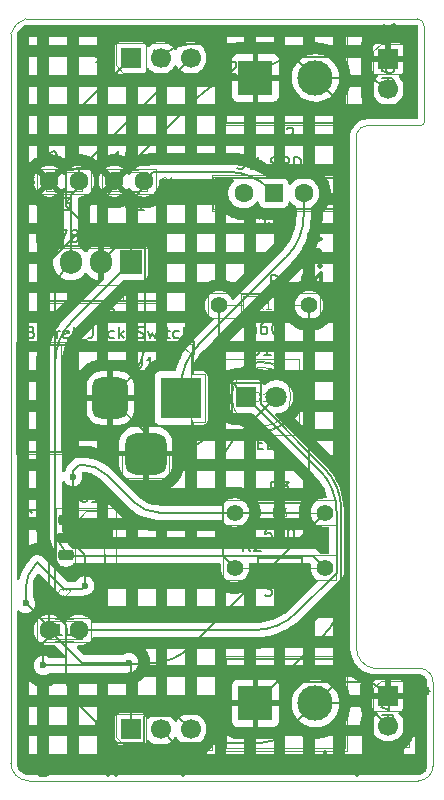
<source format=gbr>
%TF.GenerationSoftware,KiCad,Pcbnew,9.0.4*%
%TF.CreationDate,2025-10-03T00:29:37+03:00*%
%TF.ProjectId,Breadboard Power supply,42726561-6462-46f6-9172-6420506f7765,rev?*%
%TF.SameCoordinates,Original*%
%TF.FileFunction,Copper,L1,Top*%
%TF.FilePolarity,Positive*%
%FSLAX46Y46*%
G04 Gerber Fmt 4.6, Leading zero omitted, Abs format (unit mm)*
G04 Created by KiCad (PCBNEW 9.0.4) date 2025-10-03 00:29:37*
%MOMM*%
%LPD*%
G01*
G04 APERTURE LIST*
G04 Aperture macros list*
%AMRoundRect*
0 Rectangle with rounded corners*
0 $1 Rounding radius*
0 $2 $3 $4 $5 $6 $7 $8 $9 X,Y pos of 4 corners*
0 Add a 4 corners polygon primitive as box body*
4,1,4,$2,$3,$4,$5,$6,$7,$8,$9,$2,$3,0*
0 Add four circle primitives for the rounded corners*
1,1,$1+$1,$2,$3*
1,1,$1+$1,$4,$5*
1,1,$1+$1,$6,$7*
1,1,$1+$1,$8,$9*
0 Add four rect primitives between the rounded corners*
20,1,$1+$1,$2,$3,$4,$5,0*
20,1,$1+$1,$4,$5,$6,$7,0*
20,1,$1+$1,$6,$7,$8,$9,0*
20,1,$1+$1,$8,$9,$2,$3,0*%
%AMFreePoly0*
4,1,9,3.862500,-0.866500,0.737500,-0.866500,0.737500,-0.450000,-0.737500,-0.450000,-0.737500,0.450000,0.737500,0.450000,0.737500,0.866500,3.862500,0.866500,3.862500,-0.866500,3.862500,-0.866500,$1*%
G04 Aperture macros list end*
%TA.AperFunction,ComponentPad*%
%ADD10R,1.500000X1.500000*%
%TD*%
%TA.AperFunction,ComponentPad*%
%ADD11C,1.600000*%
%TD*%
%TA.AperFunction,ComponentPad*%
%ADD12R,3.000000X3.000000*%
%TD*%
%TA.AperFunction,ComponentPad*%
%ADD13C,3.000000*%
%TD*%
%TA.AperFunction,ComponentPad*%
%ADD14C,1.400000*%
%TD*%
%TA.AperFunction,ComponentPad*%
%ADD15R,1.700000X1.700000*%
%TD*%
%TA.AperFunction,ComponentPad*%
%ADD16C,1.700000*%
%TD*%
%TA.AperFunction,ComponentPad*%
%ADD17R,1.800000X1.800000*%
%TD*%
%TA.AperFunction,ComponentPad*%
%ADD18C,1.800000*%
%TD*%
%TA.AperFunction,ComponentPad*%
%ADD19R,1.905000X2.000000*%
%TD*%
%TA.AperFunction,ComponentPad*%
%ADD20O,1.905000X2.000000*%
%TD*%
%TA.AperFunction,ComponentPad*%
%ADD21R,3.500000X3.500000*%
%TD*%
%TA.AperFunction,ComponentPad*%
%ADD22RoundRect,0.750000X-0.750000X-1.000000X0.750000X-1.000000X0.750000X1.000000X-0.750000X1.000000X0*%
%TD*%
%TA.AperFunction,ComponentPad*%
%ADD23RoundRect,0.875000X-0.875000X-0.875000X0.875000X-0.875000X0.875000X0.875000X-0.875000X0.875000X0*%
%TD*%
%TA.AperFunction,SMDPad,CuDef*%
%ADD24RoundRect,0.225000X-0.425000X-0.225000X0.425000X-0.225000X0.425000X0.225000X-0.425000X0.225000X0*%
%TD*%
%TA.AperFunction,SMDPad,CuDef*%
%ADD25FreePoly0,0.000000*%
%TD*%
%TA.AperFunction,ViaPad*%
%ADD26C,0.600000*%
%TD*%
%TA.AperFunction,Conductor*%
%ADD27C,0.200000*%
%TD*%
%ADD28R,1.500000X1.500000*%
%ADD29C,1.600000*%
%ADD30R,3.000000X3.000000*%
%ADD31C,3.000000*%
%ADD32C,1.400000*%
%ADD33R,1.700000X1.700000*%
%ADD34C,1.700000*%
%ADD35R,1.800000X1.800000*%
%ADD36C,1.800000*%
%ADD37R,1.905000X2.000000*%
%ADD38O,1.905000X2.000000*%
%ADD39R,3.500000X3.500000*%
%ADD40RoundRect,0.750000X-0.750000X-1.000000X0.750000X-1.000000X0.750000X1.000000X-0.750000X1.000000X0*%
%ADD41RoundRect,0.875000X-0.875000X-0.875000X0.875000X-0.875000X0.875000X0.875000X-0.875000X0.875000X0*%
%ADD42C,0.300000*%
%ADD43RoundRect,0.225000X-0.425000X-0.225000X0.425000X-0.225000X0.425000X0.225000X-0.425000X0.225000X0*%
%ADD44FreePoly0,0.000000*%
%ADD45C,0.150000*%
%ADD46C,0.120000*%
%ADD47C,0.050000*%
%ADD48C,0.108000*%
%ADD49C,0.090000*%
%ADD50C,0.100000*%
%TA.AperFunction,Profile*%
%ADD51C,0.050000*%
%TD*%
G04 APERTURE END LIST*
D10*
%TO.P,SW1,1,A*%
%TO.N,/12v*%
X172571767Y-88663833D03*
D11*
%TO.P,SW1,2,B*%
%TO.N,/PWR_input*%
X175111767Y-88663833D03*
%TO.P,SW1,3,C*%
%TO.N,unconnected-(SW1-C-Pad3)*%
X170031767Y-88663833D03*
%TD*%
D12*
%TO.P,J5,1,Pin_1*%
%TO.N,GND*%
X171031767Y-131874233D03*
D13*
%TO.P,J5,2,Pin_2*%
%TO.N,/PWR_output*%
X176111767Y-131874233D03*
%TD*%
D14*
%TO.P,R2,1*%
%TO.N,Net-(D1-A)*%
X169271767Y-120393433D03*
%TO.P,R2,2*%
%TO.N,/12v*%
X176891767Y-120393433D03*
%TD*%
D15*
%TO.P,J6,1,Pin_1*%
%TO.N,GND*%
X182273367Y-77306633D03*
D16*
%TO.P,J6,2,Pin_2*%
%TO.N,/PWR_output*%
X182273367Y-79846633D03*
%TD*%
D15*
%TO.P,J4,1,Pin_1*%
%TO.N,GND*%
X182256967Y-131213833D03*
D16*
%TO.P,J4,2,Pin_2*%
%TO.N,/PWR_output*%
X182256967Y-133753833D03*
%TD*%
D12*
%TO.P,J2,1,Pin_1*%
%TO.N,GND*%
X171031767Y-78913833D03*
D13*
%TO.P,J2,2,Pin_2*%
%TO.N,/PWR_output*%
X176111767Y-78913833D03*
%TD*%
D11*
%TO.P,C2,1*%
%TO.N,/3.3v*%
X153571767Y-125663833D03*
%TO.P,C2,2*%
%TO.N,Net-(D1-K)*%
X156071767Y-125663833D03*
%TD*%
D14*
%TO.P,R3,1*%
%TO.N,Net-(U1-ADJ)*%
X169271767Y-115719833D03*
%TO.P,R3,2*%
%TO.N,/3.3v*%
X176891767Y-115719833D03*
%TD*%
D15*
%TO.P,J3,1,Pin_1*%
%TO.N,/3.3v*%
X160463767Y-77213433D03*
D16*
%TO.P,J3,2,Pin_2*%
%TO.N,/PWR_output*%
X163003767Y-77213433D03*
%TO.P,J3,3,Pin_3*%
%TO.N,/5v*%
X165543767Y-77213433D03*
%TD*%
D17*
%TO.P,D1,1,K*%
%TO.N,Net-(D1-K)*%
X170261767Y-105915433D03*
D18*
%TO.P,D1,2,A*%
%TO.N,Net-(D1-A)*%
X172801767Y-105915433D03*
%TD*%
D14*
%TO.P,R1,1*%
%TO.N,Net-(D1-K)*%
X167951767Y-98163833D03*
%TO.P,R1,2*%
%TO.N,Net-(U1-ADJ)*%
X175571767Y-98163833D03*
%TD*%
D19*
%TO.P,U2,1,VI*%
%TO.N,/12v*%
X160463767Y-94536233D03*
D20*
%TO.P,U2,2,GND*%
%TO.N,GND*%
X157923767Y-94536233D03*
%TO.P,U2,3,VO*%
%TO.N,/5v*%
X155383767Y-94536233D03*
%TD*%
D21*
%TO.P,J1,1*%
%TO.N,/PWR_input*%
X164736567Y-106017033D03*
D22*
%TO.P,J1,2*%
%TO.N,GND*%
X158736567Y-106017033D03*
D23*
%TO.P,J1,3*%
X161736567Y-110717033D03*
%TD*%
D15*
%TO.P,J7,1,Pin_1*%
%TO.N,/3.3v*%
X160463767Y-134058633D03*
D16*
%TO.P,J7,2,Pin_2*%
%TO.N,/PWR_output*%
X163003767Y-134058633D03*
%TO.P,J7,3,Pin_3*%
%TO.N,/5v*%
X165543767Y-134058633D03*
%TD*%
D11*
%TO.P,C3,1*%
%TO.N,/5v*%
X156071767Y-87663833D03*
%TO.P,C3,2*%
%TO.N,GND*%
X153571767Y-87663833D03*
%TD*%
D24*
%TO.P,U1,1,ADJ*%
%TO.N,Net-(U1-ADJ)*%
X155021867Y-116348633D03*
D25*
%TO.P,U1,2,VO*%
%TO.N,/3.3v*%
X155109367Y-117848633D03*
D24*
%TO.P,U1,3,VI*%
%TO.N,/12v*%
X155021867Y-119348633D03*
%TD*%
D11*
%TO.P,C1,1*%
%TO.N,/12v*%
X161571767Y-87663833D03*
%TO.P,C1,2*%
%TO.N,GND*%
X159071767Y-87663833D03*
%TD*%
D26*
%TO.N,/12v*%
X154986567Y-119508033D03*
%TO.N,/3.3v*%
X156571767Y-121913833D03*
X160321767Y-128413833D03*
X151571767Y-123413833D03*
X153071767Y-128663833D03*
%TO.N,Net-(U1-ADJ)*%
X155571767Y-112663833D03*
%TD*%
D27*
%TO.N,/5v*%
X154065867Y-97096774D02*
G75*
G02*
X154944553Y-94975459I3000033J-26D01*
G01*
%TO.N,Net-(D1-A)*%
X168270767Y-111689074D02*
G75*
G02*
X169149453Y-109567759I3000033J-26D01*
G01*
%TO.N,/3.3v*%
X156637267Y-91462516D02*
X153571767Y-94528016D01*
X153571767Y-94528016D02*
X153571767Y-125663833D01*
%TO.N,/5v*%
X154065867Y-124302883D02*
X154065867Y-97096774D01*
X154944547Y-94975453D02*
X155383767Y-94536233D01*
%TO.N,/12v*%
X161571767Y-88163833D02*
X161342446Y-88393154D01*
X160463767Y-90514474D02*
X160463767Y-94536233D01*
X161571767Y-87663833D02*
X161571767Y-88163833D01*
X160463767Y-90514474D02*
G75*
G02*
X161342452Y-88393160I3000033J-26D01*
G01*
%TO.N,Net-(D1-K)*%
X167951767Y-98163833D02*
X167951767Y-101534365D01*
X169416233Y-105069899D02*
X170261767Y-105915433D01*
X167951767Y-101534365D02*
G75*
G03*
X169416209Y-105069923I5000033J-35D01*
G01*
%TO.N,/3.3v*%
X153522767Y-125364833D02*
X151571767Y-123413833D01*
X154370767Y-125459429D02*
X153071767Y-126758429D01*
X154071767Y-125663833D02*
X154370767Y-125364833D01*
X160463767Y-77213433D02*
X156435233Y-81241967D01*
X156571767Y-119311033D02*
X155109367Y-117848633D01*
X160463767Y-128498783D02*
X160463767Y-134058633D01*
X154970767Y-89763016D02*
X156670267Y-91462516D01*
X153071767Y-126758429D02*
X153071767Y-128663833D01*
X154970767Y-84777501D02*
X154970767Y-89763016D01*
X156670267Y-91462516D02*
X156637267Y-91462516D01*
X156571767Y-121913833D02*
X156571767Y-119311033D01*
X154370767Y-125364833D02*
X153522767Y-125364833D01*
X153571767Y-125663833D02*
X154071767Y-125663833D01*
X162041749Y-128498783D02*
X160463767Y-128498783D01*
X176891767Y-115719833D02*
X165577283Y-127034317D01*
X154370767Y-125364833D02*
X154370767Y-125459429D01*
X165577283Y-127034317D02*
G75*
G02*
X162041749Y-128498752I-3535483J3535517D01*
G01*
X154970767Y-84777501D02*
G75*
G02*
X156435226Y-81241960I5000033J1D01*
G01*
%TO.N,/5v*%
X154970767Y-129624992D02*
X154970767Y-125207783D01*
X164392767Y-132907633D02*
X161614767Y-132907633D01*
X161614767Y-132907633D02*
X161614767Y-135209633D01*
X161614767Y-135209633D02*
X159312767Y-135209633D01*
X154970767Y-125207783D02*
X154065867Y-124302883D01*
X156071767Y-86685433D02*
X156071767Y-87663833D01*
X165543767Y-134058633D02*
X164392767Y-132907633D01*
X165543767Y-77213433D02*
X156071767Y-86685433D01*
X159312767Y-135209633D02*
X155849446Y-131746312D01*
X155849446Y-131746312D02*
G75*
G02*
X154970782Y-129624992I2121354J2121312D01*
G01*
%TO.N,Net-(D1-A)*%
X169271767Y-120393433D02*
X168270767Y-119392433D01*
X168270767Y-119392433D02*
X168270767Y-111689074D01*
X169149447Y-109567753D02*
X172801767Y-105915433D01*
%TO.N,/PWR_output*%
X176111767Y-131874233D02*
X177693088Y-130292912D01*
X174724833Y-77526899D02*
X176111767Y-78913833D01*
X164154767Y-135209633D02*
X163003767Y-134058633D01*
X182256967Y-133753833D02*
X181256046Y-132752912D01*
X171533726Y-135209633D02*
X164154767Y-135209633D01*
X182148647Y-79792513D02*
X182358567Y-80002433D01*
X176111767Y-78913833D02*
X180027326Y-78913833D01*
X163003767Y-77213433D02*
X163276088Y-76941112D01*
X178571767Y-128171592D02*
X178571767Y-83444901D01*
X179134726Y-131874233D02*
X176111767Y-131874233D01*
X177107301Y-79909367D02*
X176111767Y-78913833D01*
X165397408Y-76062433D02*
X171189299Y-76062433D01*
X176111767Y-131874233D02*
X173655046Y-134330954D01*
X178571767Y-83444901D02*
G75*
G03*
X177107295Y-79909373I-4999967J1D01*
G01*
X181256046Y-132752912D02*
G75*
G03*
X179134726Y-131874205I-2121346J-2121288D01*
G01*
X178571767Y-128171592D02*
G75*
G02*
X177693085Y-130292909I-2999967J-8D01*
G01*
X173655046Y-134330954D02*
G75*
G02*
X171533726Y-135209642I-2121346J2121354D01*
G01*
X171189299Y-76062433D02*
G75*
G02*
X174724827Y-77526905I1J-4999967D01*
G01*
X165397408Y-76062433D02*
G75*
G03*
X163276091Y-76941115I-8J-2999967D01*
G01*
X182148647Y-79792513D02*
G75*
G03*
X180027326Y-78913805I-2121347J-2121287D01*
G01*
%TO.N,Net-(U1-ADJ)*%
X175571767Y-115163833D02*
X175015767Y-115719833D01*
X155571767Y-115798733D02*
X155571767Y-112663833D01*
X175571767Y-98163833D02*
X175571767Y-115163833D01*
X155021867Y-116348633D02*
X155571767Y-115798733D01*
X175015767Y-115719833D02*
X169271767Y-115719833D01*
%TD*%
D10*
%TO.P,SW1,1,A*%
%TO.N,/12v*%
X172571767Y-88663833D03*
D11*
%TO.P,SW1,2,B*%
%TO.N,/PWR_input*%
X175111767Y-88663833D03*
%TO.P,SW1,3,C*%
%TO.N,unconnected-(SW1-C-Pad3)*%
X170031767Y-88663833D03*
%TD*%
D12*
%TO.P,J5,1,Pin_1*%
%TO.N,GND*%
X171031767Y-131874233D03*
D13*
%TO.P,J5,2,Pin_2*%
%TO.N,/PWR_output*%
X176111767Y-131874233D03*
%TD*%
D14*
%TO.P,R2,1*%
%TO.N,Net-(D1-A)*%
X169271767Y-120393433D03*
%TO.P,R2,2*%
%TO.N,/12v*%
X176891767Y-120393433D03*
%TD*%
D15*
%TO.P,J6,1,Pin_1*%
%TO.N,GND*%
X182273367Y-77306633D03*
D16*
%TO.P,J6,2,Pin_2*%
%TO.N,/PWR_output*%
X182273367Y-79846633D03*
%TD*%
D15*
%TO.P,J4,1,Pin_1*%
%TO.N,GND*%
X182256967Y-131213833D03*
D16*
%TO.P,J4,2,Pin_2*%
%TO.N,/PWR_output*%
X182256967Y-133753833D03*
%TD*%
D12*
%TO.P,J2,1,Pin_1*%
%TO.N,GND*%
X171031767Y-78913833D03*
D13*
%TO.P,J2,2,Pin_2*%
%TO.N,/PWR_output*%
X176111767Y-78913833D03*
%TD*%
D11*
%TO.P,C2,1*%
%TO.N,/3.3v*%
X153571767Y-125663833D03*
%TO.P,C2,2*%
%TO.N,Net-(D1-K)*%
X156071767Y-125663833D03*
%TD*%
D14*
%TO.P,R3,1*%
%TO.N,Net-(U1-ADJ)*%
X169271767Y-115719833D03*
%TO.P,R3,2*%
%TO.N,/3.3v*%
X176891767Y-115719833D03*
%TD*%
D15*
%TO.P,J3,1,Pin_1*%
%TO.N,/3.3v*%
X160463767Y-77213433D03*
D16*
%TO.P,J3,2,Pin_2*%
%TO.N,/PWR_output*%
X163003767Y-77213433D03*
%TO.P,J3,3,Pin_3*%
%TO.N,/5v*%
X165543767Y-77213433D03*
%TD*%
D17*
%TO.P,D1,1,K*%
%TO.N,Net-(D1-K)*%
X170261767Y-105915433D03*
D18*
%TO.P,D1,2,A*%
%TO.N,Net-(D1-A)*%
X172801767Y-105915433D03*
%TD*%
D14*
%TO.P,R1,1*%
%TO.N,Net-(D1-K)*%
X167951767Y-98163833D03*
%TO.P,R1,2*%
%TO.N,Net-(U1-ADJ)*%
X175571767Y-98163833D03*
%TD*%
D19*
%TO.P,U2,1,VI*%
%TO.N,/12v*%
X160463767Y-94536233D03*
D20*
%TO.P,U2,2,GND*%
%TO.N,GND*%
X157923767Y-94536233D03*
%TO.P,U2,3,VO*%
%TO.N,/5v*%
X155383767Y-94536233D03*
%TD*%
D21*
%TO.P,J1,1*%
%TO.N,/PWR_input*%
X164736567Y-106017033D03*
D22*
%TO.P,J1,2*%
%TO.N,GND*%
X158736567Y-106017033D03*
D23*
%TO.P,J1,3*%
X161736567Y-110717033D03*
%TD*%
D15*
%TO.P,J7,1,Pin_1*%
%TO.N,/3.3v*%
X160463767Y-134058633D03*
D16*
%TO.P,J7,2,Pin_2*%
%TO.N,/PWR_output*%
X163003767Y-134058633D03*
%TO.P,J7,3,Pin_3*%
%TO.N,/5v*%
X165543767Y-134058633D03*
%TD*%
D11*
%TO.P,C3,1*%
%TO.N,/5v*%
X156071767Y-87663833D03*
%TO.P,C3,2*%
%TO.N,GND*%
X153571767Y-87663833D03*
%TD*%
%TO.P,C1,1*%
%TO.N,/12v*%
X161571767Y-87663833D03*
%TO.P,C1,2*%
%TO.N,GND*%
X159071767Y-87663833D03*
%TD*%
D26*
%TO.N,/12v*%
X154986567Y-119508033D03*
%TO.N,/3.3v*%
X156571767Y-121913833D03*
X160321767Y-128413833D03*
X151571767Y-123413833D03*
X153071767Y-128663833D03*
%TO.N,Net-(U1-ADJ)*%
X155571767Y-112663833D03*
%TD*%
D27*
%TO.N,/3.3v*%
X152450447Y-120035153D02*
G75*
G03*
X151571758Y-122156474I2121353J-2121347D01*
G01*
%TO.N,/12v*%
X161571767Y-87663833D02*
X162371766Y-86863834D01*
X154986567Y-119078633D02*
X154986567Y-119508033D01*
X155102167Y-119392433D02*
X175890767Y-119392433D01*
X175890767Y-119392433D02*
X176891767Y-120393433D01*
X172236234Y-88328300D02*
X172571767Y-88663833D01*
X162371766Y-86863834D02*
X168700700Y-86863834D01*
X154986567Y-119508033D02*
X155102167Y-119392433D01*
X160463767Y-94536233D02*
X155536233Y-99463767D01*
X154950447Y-119042513D02*
X154986567Y-119078633D01*
X154071767Y-102999301D02*
X154071767Y-116921192D01*
X155536233Y-99463767D02*
G75*
G03*
X154071777Y-102999301I3535567J-3535533D01*
G01*
X154950447Y-119042513D02*
G75*
G02*
X154071782Y-116921192I2121353J2121313D01*
G01*
X172236234Y-88328300D02*
G75*
G03*
X168700700Y-86863824I-3535534J-3535500D01*
G01*
%TO.N,GND*%
X182008967Y-77112833D02*
X182358567Y-77462433D01*
X156728126Y-86562833D02*
X155915408Y-86562833D01*
X161717267Y-93235233D02*
X161717267Y-100965265D01*
X171031767Y-78913833D02*
X171368301Y-78577299D01*
X163447499Y-110717033D02*
X161736567Y-110717033D01*
X167596301Y-108639299D02*
X166983033Y-109252567D01*
X176829301Y-111915867D02*
X171462767Y-106549333D01*
X172832767Y-130073233D02*
X171031767Y-131874233D01*
X166357301Y-80378299D02*
X159071767Y-87663833D01*
X178293767Y-122541165D02*
X178293767Y-115451401D01*
X161736567Y-109017033D02*
X161736567Y-110717033D01*
X174903835Y-77112833D02*
X182008967Y-77112833D01*
X171462767Y-106549333D02*
X171462767Y-104714433D01*
X172832767Y-130073233D02*
X176829301Y-126076699D01*
X153794087Y-87441513D02*
X153571767Y-87663833D01*
X157923767Y-94536233D02*
X159224767Y-93235233D01*
X159071767Y-88163833D02*
X158802446Y-88433154D01*
X160252801Y-104500799D02*
X158736567Y-106017033D01*
X159071767Y-87663833D02*
X158849446Y-87441512D01*
X157923767Y-90554474D02*
X157923767Y-94536233D01*
X169060767Y-104714433D02*
X169060767Y-105103765D01*
X159071767Y-87663833D02*
X159071767Y-88163833D01*
X180287940Y-130073233D02*
X172832767Y-130073233D01*
X171031767Y-78913833D02*
X169892835Y-78913833D01*
X182256967Y-131213833D02*
X181702153Y-130659019D01*
X171462767Y-104714433D02*
X169060767Y-104714433D01*
X159224767Y-93235233D02*
X161717267Y-93235233D01*
X158736567Y-106017033D02*
X161736567Y-109017033D01*
X174903835Y-77112833D02*
G75*
G03*
X171368290Y-78577288I-35J-4999967D01*
G01*
X160252801Y-104500799D02*
G75*
G03*
X161717252Y-100965265I-3535501J3535499D01*
G01*
X153794087Y-87441513D02*
G75*
G02*
X155915408Y-86562829I2121313J-2121287D01*
G01*
X158849446Y-87441512D02*
G75*
G03*
X156728126Y-86562805I-2121346J-2121288D01*
G01*
X178293767Y-122541165D02*
G75*
G02*
X176829312Y-126076710I-4999967J-35D01*
G01*
X169060767Y-105103765D02*
G75*
G02*
X167596312Y-108639310I-4999967J-35D01*
G01*
X166357301Y-80378299D02*
G75*
G02*
X169892835Y-78913848I3535499J-3535501D01*
G01*
X157923767Y-90554474D02*
G75*
G02*
X158802452Y-88433160I3000033J-26D01*
G01*
X180287940Y-130073233D02*
G75*
G02*
X181702126Y-130659046I-40J-1999967D01*
G01*
X176829301Y-111915867D02*
G75*
G02*
X178293776Y-115451401I-3535501J-3535533D01*
G01*
X166983033Y-109252567D02*
G75*
G02*
X163447499Y-110717023I-3535533J3535567D01*
G01*
%TO.N,Net-(D1-K)*%
X177892767Y-120808061D02*
X174501461Y-124199367D01*
X177892767Y-115617501D02*
X177892767Y-120808061D01*
X170261767Y-105915433D02*
X176428301Y-112081967D01*
X170965927Y-125663833D02*
X156071767Y-125663833D01*
X177892767Y-115617501D02*
G75*
G03*
X176428295Y-112081973I-4999967J1D01*
G01*
X174501461Y-124199367D02*
G75*
G02*
X170965927Y-125663843I-3535561J3535567D01*
G01*
%TO.N,/3.3v*%
X155321767Y-122163833D02*
X156321767Y-122163833D01*
X160071767Y-128663833D02*
X160321767Y-128413833D01*
X154821767Y-122163833D02*
X155321767Y-122163833D01*
X153071767Y-128663833D02*
X160071767Y-128663833D01*
X152450447Y-120035153D02*
X152571767Y-119913833D01*
X160321767Y-128413833D02*
X156321767Y-128413833D01*
X156321767Y-122163833D02*
X156571767Y-121913833D01*
X152571767Y-119913833D02*
X154821767Y-122163833D01*
X156321767Y-128413833D02*
X153571767Y-125663833D01*
X151571767Y-123413833D02*
X151571767Y-122156474D01*
%TO.N,/5v*%
X156071767Y-87663833D02*
X156071767Y-88163833D01*
X155383767Y-88851833D02*
X155383767Y-94536233D01*
X156071767Y-88163833D02*
X155383767Y-88851833D01*
%TO.N,/PWR_input*%
X164736567Y-105070101D02*
X164736567Y-106017033D01*
X173647301Y-94088299D02*
X166201033Y-101534567D01*
X175111767Y-88663833D02*
X175111767Y-90552765D01*
X173647301Y-94088299D02*
G75*
G03*
X175111752Y-90552765I-3535501J3535499D01*
G01*
X166201033Y-101534567D02*
G75*
G03*
X164736577Y-105070101I3535567J-3535533D01*
G01*
%TO.N,Net-(U1-ADJ)*%
X155571767Y-112163833D02*
X156071767Y-111663833D01*
X158450447Y-112542513D02*
X160749088Y-114841154D01*
X156071767Y-111663833D02*
X156329126Y-111663833D01*
X162870408Y-115719833D02*
X169271767Y-115719833D01*
X155571767Y-112663833D02*
X155571767Y-112163833D01*
X156329126Y-111663833D02*
G75*
G02*
X158450427Y-112542533I-26J-2999967D01*
G01*
X162870408Y-115719833D02*
G75*
G02*
X160749077Y-114841165I-8J3000033D01*
G01*
%TD*%
%TA.AperFunction,Conductor*%
%TO.N,GND*%
G36*
X184710380Y-74418808D02*
G01*
X184722176Y-74422067D01*
X184763362Y-74442244D01*
X184766500Y-74444587D01*
X184797500Y-74478299D01*
X184799573Y-74481622D01*
X184816231Y-74524343D01*
X184819131Y-74539768D01*
X184821266Y-74562687D01*
X184821262Y-74625600D01*
X184821267Y-74625671D01*
X184821267Y-82289333D01*
X184801582Y-82356372D01*
X184748778Y-82402127D01*
X184697267Y-82413333D01*
X180646295Y-82413333D01*
X180646266Y-82413331D01*
X180637643Y-82413331D01*
X180571758Y-82413332D01*
X180571750Y-82413333D01*
X180498244Y-82413333D01*
X180497469Y-82413383D01*
X180461299Y-82413388D01*
X180242665Y-82444873D01*
X180030746Y-82507191D01*
X179829867Y-82599073D01*
X179829863Y-82599076D01*
X179644137Y-82718641D01*
X179644130Y-82718646D01*
X179477330Y-82863463D01*
X179332872Y-83030568D01*
X179213695Y-83216561D01*
X179122245Y-83417625D01*
X179122241Y-83417634D01*
X179111988Y-83452766D01*
X179107519Y-83465468D01*
X179105377Y-83470639D01*
X179090099Y-83527657D01*
X179089361Y-83530292D01*
X179072842Y-83586908D01*
X179072000Y-83592373D01*
X179071990Y-83592418D01*
X179071987Y-83592463D01*
X179071267Y-83597935D01*
X179071267Y-83656908D01*
X179071237Y-83659644D01*
X179069934Y-83718660D01*
X179070533Y-83724139D01*
X179071267Y-83737610D01*
X179071267Y-127090339D01*
X179071266Y-127090357D01*
X179071266Y-127115789D01*
X179071173Y-127299755D01*
X179103666Y-127569633D01*
X179168182Y-127833695D01*
X179263794Y-128088148D01*
X179263800Y-128088162D01*
X179365901Y-128284647D01*
X179389133Y-128329355D01*
X179542402Y-128553851D01*
X179721402Y-128758420D01*
X179836498Y-128861868D01*
X179923569Y-128940128D01*
X179923576Y-128940134D01*
X180146009Y-129096377D01*
X180361131Y-129211824D01*
X180382719Y-129223410D01*
X180385509Y-129224907D01*
X180385522Y-129224914D01*
X180638686Y-129323907D01*
X180799670Y-129365517D01*
X180901858Y-129391930D01*
X180901862Y-129391930D01*
X180901864Y-129391931D01*
X180950869Y-129398468D01*
X180996695Y-129404581D01*
X181012386Y-129407716D01*
X181037078Y-129414333D01*
X181061378Y-129414333D01*
X181077836Y-129415430D01*
X181081783Y-129415958D01*
X181101887Y-129418651D01*
X181127339Y-129415357D01*
X181143250Y-129414333D01*
X185000728Y-129414333D01*
X185032704Y-129418526D01*
X185121688Y-129442277D01*
X185146152Y-129451673D01*
X185251603Y-129505579D01*
X185273548Y-129519908D01*
X185365321Y-129594779D01*
X185383763Y-129613398D01*
X185457748Y-129705880D01*
X185471865Y-129727959D01*
X185524764Y-129833930D01*
X185533923Y-129858477D01*
X185537839Y-129873733D01*
X185563368Y-129973198D01*
X185567164Y-129999127D01*
X185571170Y-130100475D01*
X185571267Y-130105373D01*
X185571267Y-130143100D01*
X185570994Y-130151323D01*
X185567998Y-130196384D01*
X185568907Y-130200972D01*
X185571267Y-130225050D01*
X185571267Y-137157721D01*
X185570670Y-137169879D01*
X185558059Y-137297880D01*
X185553316Y-137321720D01*
X185517755Y-137438939D01*
X185508452Y-137461397D01*
X185450704Y-137569429D01*
X185437198Y-137589641D01*
X185359486Y-137684327D01*
X185342297Y-137701514D01*
X185247607Y-137779220D01*
X185227396Y-137792724D01*
X185119363Y-137850466D01*
X185096904Y-137859768D01*
X184979678Y-137895325D01*
X184955836Y-137900067D01*
X184827171Y-137912735D01*
X184815019Y-137913332D01*
X184764050Y-137913331D01*
X184755888Y-137913331D01*
X184755887Y-137913331D01*
X184747264Y-137913331D01*
X184747236Y-137913333D01*
X151827194Y-137913333D01*
X151816384Y-137912861D01*
X151659019Y-137899090D01*
X151637733Y-137895336D01*
X151490405Y-137855857D01*
X151470095Y-137848464D01*
X151331859Y-137784001D01*
X151313141Y-137773195D01*
X151188190Y-137685702D01*
X151171640Y-137671814D01*
X151063785Y-137563959D01*
X151049898Y-137547410D01*
X150962402Y-137422454D01*
X150951598Y-137403740D01*
X150887135Y-137265504D01*
X150879742Y-137245194D01*
X150875597Y-137229725D01*
X150840261Y-137097857D01*
X150836509Y-137076579D01*
X150833742Y-137044962D01*
X150822739Y-136919214D01*
X150822267Y-136908405D01*
X150822267Y-136164333D01*
X151820267Y-136164333D01*
X152572267Y-136164333D01*
X153570267Y-136164333D01*
X155072267Y-136164333D01*
X156070267Y-136164333D01*
X157572267Y-136164333D01*
X166584113Y-136164333D01*
X167572267Y-136164333D01*
X168570267Y-136164333D01*
X170072267Y-136164333D01*
X171070267Y-136164333D01*
X172572267Y-136164333D01*
X173570267Y-136164333D01*
X175072267Y-136164333D01*
X175072267Y-134872733D01*
X176070267Y-134872733D01*
X176070267Y-136164333D01*
X177572267Y-136164333D01*
X178570267Y-136164333D01*
X180072267Y-136164333D01*
X180072267Y-135702570D01*
X183570267Y-135702570D01*
X183570267Y-136164333D01*
X184573267Y-136164333D01*
X184573267Y-134662333D01*
X184427172Y-134662333D01*
X184423076Y-134672225D01*
X184421121Y-134676694D01*
X184408778Y-134703469D01*
X184406653Y-134707852D01*
X184292345Y-134932194D01*
X184290050Y-134936487D01*
X184275660Y-134962183D01*
X184273198Y-134966383D01*
X184252717Y-134999806D01*
X184250093Y-135003906D01*
X184233727Y-135028401D01*
X184230941Y-135032398D01*
X184082942Y-135236102D01*
X184079999Y-135239990D01*
X184061740Y-135263149D01*
X184058650Y-135266914D01*
X184033189Y-135296721D01*
X184029955Y-135300360D01*
X184009981Y-135321965D01*
X184006611Y-135325469D01*
X183828603Y-135503477D01*
X183825099Y-135506847D01*
X183803494Y-135526821D01*
X183799855Y-135530055D01*
X183770048Y-135555516D01*
X183766283Y-135558606D01*
X183743124Y-135576865D01*
X183739236Y-135579808D01*
X183570267Y-135702570D01*
X180072267Y-135702570D01*
X180072267Y-134662333D01*
X178570267Y-134662333D01*
X178570267Y-136164333D01*
X177572267Y-136164333D01*
X177572267Y-134662333D01*
X177216155Y-134662333D01*
X177123000Y-134700919D01*
X177119225Y-134702411D01*
X177096223Y-134711068D01*
X177092392Y-134712438D01*
X177061459Y-134722935D01*
X177057602Y-134724174D01*
X177034143Y-134731289D01*
X177030247Y-134732402D01*
X176745410Y-134808724D01*
X176741474Y-134809710D01*
X176717573Y-134815283D01*
X176713605Y-134816140D01*
X176681569Y-134822512D01*
X176677579Y-134823238D01*
X176653359Y-134827237D01*
X176649345Y-134827832D01*
X176356962Y-134866326D01*
X176352934Y-134866789D01*
X176328504Y-134869196D01*
X176324454Y-134869529D01*
X176291857Y-134871665D01*
X176287806Y-134871864D01*
X176263275Y-134872667D01*
X176259218Y-134872733D01*
X176070267Y-134872733D01*
X175072267Y-134872733D01*
X175072267Y-134689210D01*
X175007379Y-134662333D01*
X173570267Y-134662333D01*
X173570267Y-136164333D01*
X172572267Y-136164333D01*
X172572267Y-134872233D01*
X171081221Y-134872233D01*
X171070267Y-134870054D01*
X171070267Y-136164333D01*
X170072267Y-136164333D01*
X170072267Y-134872233D01*
X169470590Y-134872233D01*
X169467276Y-134872189D01*
X169447228Y-134871653D01*
X169443912Y-134871520D01*
X169417225Y-134870091D01*
X169413911Y-134869869D01*
X169393862Y-134868256D01*
X169390550Y-134867944D01*
X169286698Y-134856778D01*
X169279029Y-134855711D01*
X169232851Y-134847805D01*
X169225266Y-134846261D01*
X169164555Y-134831918D01*
X169157072Y-134829901D01*
X169112203Y-134816291D01*
X169104863Y-134813812D01*
X168907506Y-134740203D01*
X168899326Y-134736814D01*
X168850590Y-134714556D01*
X168842676Y-134710595D01*
X168780086Y-134676418D01*
X168772472Y-134671900D01*
X168757586Y-134662333D01*
X168570267Y-134662333D01*
X168570267Y-136164333D01*
X167572267Y-136164333D01*
X167572267Y-135249470D01*
X167562460Y-135266983D01*
X167559998Y-135271183D01*
X167539517Y-135304606D01*
X167536893Y-135308706D01*
X167520527Y-135333201D01*
X167517741Y-135337198D01*
X167369742Y-135540902D01*
X167366799Y-135544790D01*
X167348540Y-135567949D01*
X167345450Y-135571714D01*
X167319989Y-135601521D01*
X167316755Y-135605160D01*
X167296781Y-135626765D01*
X167293411Y-135630269D01*
X167115403Y-135808277D01*
X167111899Y-135811647D01*
X167090294Y-135831621D01*
X167086655Y-135834855D01*
X167056848Y-135860316D01*
X167053083Y-135863406D01*
X167029924Y-135881665D01*
X167026036Y-135884608D01*
X166822332Y-136032607D01*
X166818335Y-136035393D01*
X166793840Y-136051759D01*
X166789740Y-136054383D01*
X166756317Y-136074864D01*
X166752117Y-136077326D01*
X166726421Y-136091716D01*
X166722128Y-136094011D01*
X166584113Y-136164333D01*
X157572267Y-136164333D01*
X157572267Y-134662333D01*
X156070267Y-134662333D01*
X156070267Y-136164333D01*
X155072267Y-136164333D01*
X155072267Y-134662333D01*
X153570267Y-134662333D01*
X153570267Y-136164333D01*
X152572267Y-136164333D01*
X152572267Y-134662333D01*
X151820267Y-134662333D01*
X151820267Y-136164333D01*
X150822267Y-136164333D01*
X150822267Y-133664333D01*
X151820267Y-133664333D01*
X152572267Y-133664333D01*
X153570267Y-133664333D01*
X155072267Y-133664333D01*
X156070267Y-133664333D01*
X157572267Y-133664333D01*
X157572267Y-133160768D01*
X159113267Y-133160768D01*
X159113267Y-134956503D01*
X159113268Y-134956509D01*
X159119675Y-135016116D01*
X159169969Y-135150961D01*
X159169973Y-135150968D01*
X159256219Y-135266177D01*
X159256222Y-135266180D01*
X159371431Y-135352426D01*
X159371438Y-135352430D01*
X159506284Y-135402724D01*
X159506283Y-135402724D01*
X159513211Y-135403468D01*
X159565894Y-135409133D01*
X161361639Y-135409132D01*
X161421250Y-135402724D01*
X161556098Y-135352429D01*
X161671313Y-135266179D01*
X161757563Y-135150964D01*
X161806577Y-135019549D01*
X161848448Y-134963617D01*
X161913912Y-134939199D01*
X161982185Y-134954050D01*
X162010440Y-134975202D01*
X162123980Y-135088742D01*
X162295946Y-135213681D01*
X162295948Y-135213682D01*
X162295951Y-135213684D01*
X162485355Y-135310190D01*
X162687524Y-135375879D01*
X162897480Y-135409133D01*
X162897481Y-135409133D01*
X163110053Y-135409133D01*
X163110054Y-135409133D01*
X163320010Y-135375879D01*
X163522179Y-135310190D01*
X163711583Y-135213684D01*
X163797905Y-135150968D01*
X163883553Y-135088742D01*
X163883555Y-135088739D01*
X163883559Y-135088737D01*
X164033871Y-134938425D01*
X164033873Y-134938421D01*
X164033876Y-134938419D01*
X164158815Y-134766453D01*
X164158814Y-134766453D01*
X164158818Y-134766449D01*
X164163281Y-134757687D01*
X164211255Y-134706892D01*
X164279075Y-134690096D01*
X164345211Y-134712632D01*
X164384253Y-134757689D01*
X164388718Y-134766453D01*
X164513657Y-134938419D01*
X164663980Y-135088742D01*
X164835946Y-135213681D01*
X164835948Y-135213682D01*
X164835951Y-135213684D01*
X165025355Y-135310190D01*
X165227524Y-135375879D01*
X165437480Y-135409133D01*
X165437481Y-135409133D01*
X165650053Y-135409133D01*
X165650054Y-135409133D01*
X165860010Y-135375879D01*
X166062179Y-135310190D01*
X166251583Y-135213684D01*
X166337905Y-135150968D01*
X166423553Y-135088742D01*
X166423555Y-135088739D01*
X166423559Y-135088737D01*
X166573871Y-134938425D01*
X166573873Y-134938421D01*
X166573876Y-134938419D01*
X166698815Y-134766453D01*
X166698814Y-134766453D01*
X166698818Y-134766449D01*
X166795324Y-134577045D01*
X166861013Y-134374876D01*
X166894267Y-134164920D01*
X166894267Y-133952346D01*
X166861013Y-133742390D01*
X166795324Y-133540221D01*
X166698818Y-133350817D01*
X166698816Y-133350814D01*
X166698815Y-133350812D01*
X166573876Y-133178846D01*
X166423553Y-133028523D01*
X166251587Y-132903584D01*
X166062181Y-132807077D01*
X166062180Y-132807076D01*
X166062179Y-132807076D01*
X165860010Y-132741387D01*
X165860008Y-132741386D01*
X165860007Y-132741386D01*
X165698724Y-132715841D01*
X165650054Y-132708133D01*
X165437480Y-132708133D01*
X165388809Y-132715841D01*
X165227527Y-132741386D01*
X165025352Y-132807077D01*
X164835946Y-132903584D01*
X164663980Y-133028523D01*
X164513657Y-133178846D01*
X164388716Y-133350815D01*
X164384251Y-133359579D01*
X164336276Y-133410375D01*
X164268455Y-133427169D01*
X164202320Y-133404631D01*
X164163283Y-133359579D01*
X164158817Y-133350815D01*
X164033876Y-133178846D01*
X163883553Y-133028523D01*
X163711587Y-132903584D01*
X163522181Y-132807077D01*
X163522180Y-132807076D01*
X163522179Y-132807076D01*
X163320010Y-132741387D01*
X163320008Y-132741386D01*
X163320007Y-132741386D01*
X163158724Y-132715841D01*
X163110054Y-132708133D01*
X162897480Y-132708133D01*
X162848809Y-132715841D01*
X162687527Y-132741386D01*
X162485352Y-132807077D01*
X162295946Y-132903584D01*
X162123982Y-133028522D01*
X162010440Y-133142064D01*
X161949117Y-133175548D01*
X161879425Y-133170564D01*
X161823492Y-133128692D01*
X161806577Y-133097715D01*
X161757564Y-132966304D01*
X161757560Y-132966297D01*
X161671314Y-132851088D01*
X161671311Y-132851085D01*
X161556102Y-132764839D01*
X161556095Y-132764835D01*
X161421249Y-132714541D01*
X161421250Y-132714541D01*
X161361650Y-132708134D01*
X161361648Y-132708133D01*
X161361640Y-132708133D01*
X161361631Y-132708133D01*
X159565896Y-132708133D01*
X159565890Y-132708134D01*
X159506283Y-132714541D01*
X159371438Y-132764835D01*
X159371431Y-132764839D01*
X159256222Y-132851085D01*
X159256219Y-132851088D01*
X159169973Y-132966297D01*
X159169969Y-132966304D01*
X159119675Y-133101150D01*
X159113268Y-133160749D01*
X159113267Y-133160768D01*
X157572267Y-133160768D01*
X157572267Y-132162333D01*
X156070267Y-132162333D01*
X156070267Y-133664333D01*
X155072267Y-133664333D01*
X155072267Y-132162333D01*
X153570267Y-132162333D01*
X153570267Y-133664333D01*
X152572267Y-133664333D01*
X152572267Y-132162333D01*
X151820267Y-132162333D01*
X151820267Y-133664333D01*
X150822267Y-133664333D01*
X150822267Y-131164333D01*
X151820267Y-131164333D01*
X152572267Y-131164333D01*
X152572267Y-130396055D01*
X153570267Y-130396055D01*
X153570267Y-131164333D01*
X155072267Y-131164333D01*
X156070267Y-131164333D01*
X157572267Y-131164333D01*
X158570267Y-131164333D01*
X160072267Y-131164333D01*
X160072267Y-130262334D01*
X159961782Y-130262334D01*
X159961750Y-130262333D01*
X158570267Y-130262333D01*
X158570267Y-131164333D01*
X157572267Y-131164333D01*
X157572267Y-130262333D01*
X156070267Y-130262333D01*
X156070267Y-131164333D01*
X155072267Y-131164333D01*
X155072267Y-130262333D01*
X153904657Y-130262333D01*
X153899776Y-130264942D01*
X153894341Y-130267678D01*
X153861059Y-130283419D01*
X153855495Y-130285885D01*
X153664545Y-130364978D01*
X153658868Y-130367168D01*
X153624207Y-130379570D01*
X153618429Y-130381479D01*
X153571534Y-130395705D01*
X153570267Y-130396055D01*
X152572267Y-130396055D01*
X152572267Y-130395778D01*
X152572000Y-130395705D01*
X152525105Y-130381479D01*
X152519327Y-130379570D01*
X152484666Y-130367168D01*
X152478989Y-130364978D01*
X152288039Y-130285885D01*
X152282475Y-130283419D01*
X152249193Y-130267678D01*
X152243758Y-130264942D01*
X152200537Y-130241841D01*
X152195242Y-130238842D01*
X152163649Y-130219907D01*
X152158504Y-130216649D01*
X151986645Y-130101816D01*
X151981669Y-130098311D01*
X151952096Y-130076378D01*
X151947298Y-130072634D01*
X151920298Y-130050476D01*
X161070267Y-130050476D01*
X161070267Y-131164333D01*
X162572267Y-131164333D01*
X163570267Y-131164333D01*
X165072267Y-131164333D01*
X166070267Y-131164333D01*
X167572267Y-131164333D01*
X167572267Y-130326388D01*
X169031767Y-130326388D01*
X169031767Y-131624233D01*
X170312703Y-131624233D01*
X170300974Y-131652549D01*
X170271767Y-131799380D01*
X170271767Y-131949086D01*
X170300974Y-132095917D01*
X170312703Y-132124233D01*
X169031767Y-132124233D01*
X169031767Y-133422077D01*
X169038168Y-133481605D01*
X169038170Y-133481612D01*
X169088412Y-133616319D01*
X169088416Y-133616326D01*
X169174576Y-133731420D01*
X169174579Y-133731423D01*
X169289673Y-133817583D01*
X169289680Y-133817587D01*
X169424387Y-133867829D01*
X169424394Y-133867831D01*
X169483922Y-133874232D01*
X169483939Y-133874233D01*
X170781767Y-133874233D01*
X170781767Y-132593297D01*
X170810083Y-132605026D01*
X170956914Y-132634233D01*
X171106620Y-132634233D01*
X171253451Y-132605026D01*
X171281767Y-132593297D01*
X171281767Y-133874233D01*
X172579595Y-133874233D01*
X172579611Y-133874232D01*
X172639139Y-133867831D01*
X172639146Y-133867829D01*
X172773853Y-133817587D01*
X172773860Y-133817583D01*
X172888954Y-133731423D01*
X172888957Y-133731420D01*
X172975117Y-133616326D01*
X172975121Y-133616319D01*
X173025363Y-133481612D01*
X173025365Y-133481605D01*
X173031766Y-133422077D01*
X173031767Y-133422060D01*
X173031767Y-132124233D01*
X171750831Y-132124233D01*
X171762560Y-132095917D01*
X171791767Y-131949086D01*
X171791767Y-131799380D01*
X171780573Y-131743105D01*
X174111267Y-131743105D01*
X174111267Y-132005360D01*
X174123190Y-132095917D01*
X174145497Y-132265349D01*
X174208981Y-132502276D01*
X174213369Y-132518651D01*
X174213372Y-132518661D01*
X174313720Y-132760923D01*
X174313725Y-132760933D01*
X174444842Y-132988036D01*
X174604485Y-133196084D01*
X174604493Y-133196093D01*
X174789907Y-133381507D01*
X174789915Y-133381514D01*
X174997963Y-133541157D01*
X175225066Y-133672274D01*
X175225076Y-133672279D01*
X175394347Y-133742393D01*
X175467348Y-133772631D01*
X175720651Y-133840503D01*
X175968955Y-133873193D01*
X175976841Y-133874232D01*
X175980647Y-133874733D01*
X175980654Y-133874733D01*
X176242880Y-133874733D01*
X176242887Y-133874733D01*
X176502883Y-133840503D01*
X176756186Y-133772631D01*
X176998464Y-133672276D01*
X177130877Y-133595828D01*
X178570267Y-133595828D01*
X178570267Y-133664333D01*
X179908467Y-133664333D01*
X179908467Y-133647546D01*
X180906467Y-133647546D01*
X180906467Y-133860120D01*
X180916501Y-133923477D01*
X180939720Y-134070072D01*
X181005411Y-134272247D01*
X181101918Y-134461653D01*
X181226857Y-134633619D01*
X181377180Y-134783942D01*
X181549146Y-134908881D01*
X181549148Y-134908882D01*
X181549151Y-134908884D01*
X181738555Y-135005390D01*
X181940724Y-135071079D01*
X182150680Y-135104333D01*
X182150681Y-135104333D01*
X182363253Y-135104333D01*
X182363254Y-135104333D01*
X182573210Y-135071079D01*
X182775379Y-135005390D01*
X182964783Y-134908884D01*
X183016011Y-134871665D01*
X183136753Y-134783942D01*
X183136755Y-134783939D01*
X183136759Y-134783937D01*
X183287071Y-134633625D01*
X183287073Y-134633621D01*
X183287076Y-134633619D01*
X183412015Y-134461653D01*
X183412014Y-134461653D01*
X183412018Y-134461649D01*
X183508524Y-134272245D01*
X183574213Y-134070076D01*
X183607467Y-133860120D01*
X183607467Y-133647546D01*
X183574213Y-133437590D01*
X183508524Y-133235421D01*
X183412018Y-133046017D01*
X183412016Y-133046014D01*
X183412015Y-133046012D01*
X183287076Y-132874046D01*
X183173148Y-132760118D01*
X183139663Y-132698795D01*
X183144647Y-132629103D01*
X183186519Y-132573170D01*
X183217496Y-132556255D01*
X183349053Y-132507187D01*
X183349060Y-132507183D01*
X183464154Y-132421023D01*
X183464157Y-132421020D01*
X183550317Y-132305926D01*
X183550321Y-132305919D01*
X183600563Y-132171212D01*
X183600565Y-132171205D01*
X183606966Y-132111677D01*
X183606967Y-132111660D01*
X183606967Y-131463833D01*
X182689979Y-131463833D01*
X182722892Y-131406826D01*
X182756967Y-131279659D01*
X182756967Y-131148007D01*
X182722892Y-131020840D01*
X182689979Y-130963833D01*
X183606967Y-130963833D01*
X183606967Y-130316005D01*
X183606966Y-130315988D01*
X183600565Y-130256460D01*
X183600563Y-130256453D01*
X183550321Y-130121746D01*
X183550317Y-130121739D01*
X183464157Y-130006645D01*
X183464154Y-130006642D01*
X183349060Y-129920482D01*
X183349053Y-129920478D01*
X183214346Y-129870236D01*
X183214339Y-129870234D01*
X183154811Y-129863833D01*
X182506967Y-129863833D01*
X182506967Y-130780821D01*
X182449960Y-130747908D01*
X182322793Y-130713833D01*
X182191141Y-130713833D01*
X182063974Y-130747908D01*
X182006967Y-130780821D01*
X182006967Y-129863833D01*
X181359122Y-129863833D01*
X181299594Y-129870234D01*
X181299587Y-129870236D01*
X181164880Y-129920478D01*
X181164873Y-129920482D01*
X181049779Y-130006642D01*
X181049776Y-130006645D01*
X180963616Y-130121739D01*
X180963612Y-130121746D01*
X180913370Y-130256453D01*
X180913368Y-130256460D01*
X180906967Y-130315988D01*
X180906967Y-130963833D01*
X181823955Y-130963833D01*
X181791042Y-131020840D01*
X181756967Y-131148007D01*
X181756967Y-131279659D01*
X181791042Y-131406826D01*
X181823955Y-131463833D01*
X180906967Y-131463833D01*
X180906967Y-132111677D01*
X180913368Y-132171205D01*
X180913370Y-132171212D01*
X180963612Y-132305919D01*
X180963616Y-132305926D01*
X181049776Y-132421020D01*
X181049779Y-132421023D01*
X181164873Y-132507183D01*
X181164880Y-132507187D01*
X181296437Y-132556255D01*
X181352371Y-132598126D01*
X181376788Y-132663591D01*
X181361936Y-132731864D01*
X181340786Y-132760118D01*
X181226856Y-132874048D01*
X181101918Y-133046012D01*
X181005411Y-133235418D01*
X180939720Y-133437593D01*
X180911413Y-133616319D01*
X180906467Y-133647546D01*
X179908467Y-133647546D01*
X179908467Y-133627936D01*
X179908563Y-133623064D01*
X179909721Y-133593612D01*
X179910008Y-133588747D01*
X179913086Y-133549668D01*
X179913563Y-133544830D01*
X179917023Y-133515597D01*
X179917690Y-133510774D01*
X179957075Y-133262105D01*
X179957931Y-133257310D01*
X179963680Y-133228410D01*
X179964725Y-133223650D01*
X179973878Y-133185533D01*
X179975105Y-133180828D01*
X179983098Y-133152486D01*
X179984512Y-133147826D01*
X180062309Y-132908393D01*
X180063903Y-132903796D01*
X180072267Y-132881122D01*
X180072267Y-132755968D01*
X180070605Y-132752925D01*
X180066644Y-132745010D01*
X180044386Y-132696274D01*
X180040997Y-132688094D01*
X179967388Y-132490737D01*
X179964909Y-132483397D01*
X179951299Y-132438528D01*
X179949282Y-132431045D01*
X179934939Y-132370334D01*
X179933395Y-132362749D01*
X179925489Y-132316571D01*
X179924422Y-132308902D01*
X179913256Y-132205050D01*
X179912944Y-132201738D01*
X179911331Y-132181689D01*
X179911109Y-132178375D01*
X179910250Y-132162333D01*
X179098211Y-132162333D01*
X179065366Y-132411811D01*
X179064771Y-132415825D01*
X179060772Y-132440045D01*
X179060046Y-132444035D01*
X179053674Y-132476071D01*
X179052817Y-132480039D01*
X179047244Y-132503940D01*
X179046258Y-132507876D01*
X178969936Y-132792713D01*
X178968823Y-132796609D01*
X178961708Y-132820068D01*
X178960469Y-132823925D01*
X178949972Y-132854858D01*
X178948602Y-132858689D01*
X178939945Y-132881691D01*
X178938453Y-132885466D01*
X178825589Y-133157945D01*
X178823973Y-133161672D01*
X178813835Y-133184045D01*
X178812100Y-133187713D01*
X178797652Y-133217008D01*
X178795798Y-133220617D01*
X178784235Y-133242248D01*
X178782266Y-133245791D01*
X178634818Y-133501180D01*
X178632733Y-133504659D01*
X178619768Y-133525509D01*
X178617567Y-133528922D01*
X178599418Y-133556083D01*
X178597110Y-133559418D01*
X178582814Y-133579368D01*
X178580396Y-133582628D01*
X178570267Y-133595828D01*
X177130877Y-133595828D01*
X177225570Y-133541157D01*
X177433618Y-133381515D01*
X177433622Y-133381510D01*
X177433627Y-133381507D01*
X177619041Y-133196093D01*
X177619044Y-133196088D01*
X177619049Y-133196084D01*
X177778691Y-132988036D01*
X177909810Y-132760930D01*
X178010165Y-132518652D01*
X178078037Y-132265349D01*
X178112267Y-132005353D01*
X178112267Y-131743113D01*
X178078037Y-131483117D01*
X178010165Y-131229814D01*
X177983042Y-131164333D01*
X177909813Y-130987542D01*
X177909808Y-130987532D01*
X177778691Y-130760429D01*
X177619048Y-130552381D01*
X177619041Y-130552373D01*
X177433627Y-130366959D01*
X177433618Y-130366951D01*
X177225570Y-130207308D01*
X177130876Y-130152637D01*
X178570267Y-130152637D01*
X178580397Y-130165839D01*
X178582814Y-130169098D01*
X178597110Y-130189048D01*
X178599418Y-130192383D01*
X178617567Y-130219544D01*
X178619768Y-130222957D01*
X178632733Y-130243807D01*
X178634818Y-130247286D01*
X178782266Y-130502675D01*
X178784235Y-130506218D01*
X178795798Y-130527849D01*
X178797652Y-130531458D01*
X178812100Y-130560753D01*
X178813835Y-130564421D01*
X178823973Y-130586794D01*
X178825589Y-130590521D01*
X178938453Y-130863000D01*
X178939945Y-130866775D01*
X178948602Y-130889777D01*
X178949972Y-130893608D01*
X178960469Y-130924541D01*
X178961708Y-130928398D01*
X178968823Y-130951857D01*
X178969936Y-130955753D01*
X179025825Y-131164333D01*
X179908967Y-131164333D01*
X179908967Y-130302656D01*
X179909011Y-130299342D01*
X179909547Y-130279294D01*
X179909680Y-130275978D01*
X179911109Y-130249291D01*
X179911331Y-130245977D01*
X179912944Y-130225928D01*
X179913256Y-130222616D01*
X179924422Y-130118764D01*
X179925489Y-130111095D01*
X179925556Y-130110701D01*
X179660895Y-129968668D01*
X179657645Y-129966861D01*
X179638148Y-129955632D01*
X179634952Y-129953727D01*
X179609505Y-129938036D01*
X179606381Y-129936044D01*
X179587647Y-129923705D01*
X179584578Y-129921618D01*
X179337689Y-129748196D01*
X179334684Y-129746017D01*
X179316688Y-129732554D01*
X179313742Y-129730280D01*
X179290353Y-129711662D01*
X179287488Y-129709311D01*
X179270346Y-129694808D01*
X179267546Y-129692366D01*
X179234132Y-129662333D01*
X178570267Y-129662333D01*
X178570267Y-130152637D01*
X177130876Y-130152637D01*
X176998467Y-130076191D01*
X176998457Y-130076186D01*
X176756195Y-129975838D01*
X176756188Y-129975836D01*
X176756186Y-129975835D01*
X176502883Y-129907963D01*
X176445106Y-129900356D01*
X176242894Y-129873733D01*
X176242887Y-129873733D01*
X175980647Y-129873733D01*
X175980639Y-129873733D01*
X175749539Y-129904159D01*
X175720651Y-129907963D01*
X175467348Y-129975835D01*
X175467338Y-129975838D01*
X175225076Y-130076186D01*
X175225066Y-130076191D01*
X174997963Y-130207308D01*
X174789915Y-130366951D01*
X174604485Y-130552381D01*
X174444842Y-130760429D01*
X174313725Y-130987532D01*
X174313720Y-130987542D01*
X174213372Y-131229804D01*
X174213369Y-131229814D01*
X174145497Y-131483118D01*
X174111267Y-131743105D01*
X171780573Y-131743105D01*
X171762560Y-131652549D01*
X171750831Y-131624233D01*
X173031767Y-131624233D01*
X173031767Y-130326405D01*
X173031766Y-130326388D01*
X173025365Y-130266860D01*
X173025363Y-130266853D01*
X172975121Y-130132146D01*
X172975117Y-130132139D01*
X172888957Y-130017045D01*
X172888954Y-130017042D01*
X172773860Y-129930882D01*
X172773853Y-129930878D01*
X172639146Y-129880636D01*
X172639139Y-129880634D01*
X172579611Y-129874233D01*
X171281767Y-129874233D01*
X171281767Y-131155168D01*
X171253451Y-131143440D01*
X171106620Y-131114233D01*
X170956914Y-131114233D01*
X170810083Y-131143440D01*
X170781767Y-131155168D01*
X170781767Y-129874233D01*
X169483922Y-129874233D01*
X169424394Y-129880634D01*
X169424387Y-129880636D01*
X169289680Y-129930878D01*
X169289673Y-129930882D01*
X169174579Y-130017042D01*
X169174576Y-130017045D01*
X169088416Y-130132139D01*
X169088412Y-130132146D01*
X169038170Y-130266853D01*
X169038168Y-130266860D01*
X169031767Y-130326388D01*
X167572267Y-130326388D01*
X167572267Y-129662333D01*
X166070267Y-129662333D01*
X166070267Y-131164333D01*
X165072267Y-131164333D01*
X165072267Y-129662333D01*
X163570267Y-129662333D01*
X163570267Y-131164333D01*
X162572267Y-131164333D01*
X162572267Y-129662333D01*
X161616730Y-129662333D01*
X161520421Y-129758642D01*
X161516012Y-129762840D01*
X161488725Y-129787571D01*
X161484118Y-129791545D01*
X161446236Y-129822634D01*
X161441438Y-129826378D01*
X161411865Y-129848311D01*
X161406889Y-129851816D01*
X161235030Y-129966649D01*
X161229885Y-129969907D01*
X161198292Y-129988842D01*
X161192997Y-129991841D01*
X161149776Y-130014942D01*
X161144341Y-130017678D01*
X161111059Y-130033419D01*
X161105495Y-130035885D01*
X161070267Y-130050476D01*
X151920298Y-130050476D01*
X151909416Y-130041545D01*
X151904809Y-130037571D01*
X151877522Y-130012840D01*
X151873113Y-130008642D01*
X151820267Y-129955796D01*
X151820267Y-131164333D01*
X150822267Y-131164333D01*
X150822267Y-125561481D01*
X152271267Y-125561481D01*
X152271267Y-125766184D01*
X152303289Y-125968367D01*
X152366548Y-126163056D01*
X152459482Y-126345446D01*
X152579795Y-126511046D01*
X152724553Y-126655804D01*
X152879516Y-126768389D01*
X152890157Y-126776120D01*
X153006374Y-126835336D01*
X153072543Y-126869051D01*
X153072545Y-126869051D01*
X153072548Y-126869053D01*
X153152054Y-126894886D01*
X153267232Y-126932310D01*
X153368324Y-126948321D01*
X153469415Y-126964333D01*
X153469416Y-126964333D01*
X153674118Y-126964333D01*
X153674119Y-126964333D01*
X153876301Y-126932310D01*
X153890609Y-126927660D01*
X153960449Y-126925664D01*
X154016609Y-126957910D01*
X154910351Y-127851652D01*
X154943836Y-127912975D01*
X154938852Y-127982667D01*
X154896980Y-128038600D01*
X154831516Y-128063017D01*
X154822670Y-128063333D01*
X153651533Y-128063333D01*
X153584494Y-128043648D01*
X153582642Y-128042435D01*
X153450952Y-127954442D01*
X153450939Y-127954435D01*
X153305268Y-127894097D01*
X153305256Y-127894094D01*
X153150612Y-127863333D01*
X153150609Y-127863333D01*
X152992925Y-127863333D01*
X152992922Y-127863333D01*
X152838277Y-127894094D01*
X152838265Y-127894097D01*
X152692594Y-127954435D01*
X152692581Y-127954442D01*
X152561478Y-128042043D01*
X152561474Y-128042046D01*
X152449980Y-128153540D01*
X152449977Y-128153544D01*
X152362376Y-128284647D01*
X152362369Y-128284660D01*
X152302031Y-128430331D01*
X152302028Y-128430343D01*
X152271267Y-128584986D01*
X152271267Y-128742679D01*
X152302028Y-128897322D01*
X152302031Y-128897334D01*
X152362369Y-129043005D01*
X152362376Y-129043018D01*
X152449977Y-129174121D01*
X152449980Y-129174125D01*
X152561474Y-129285619D01*
X152561478Y-129285622D01*
X152692581Y-129373223D01*
X152692594Y-129373230D01*
X152838265Y-129433568D01*
X152838270Y-129433570D01*
X152992920Y-129464332D01*
X152992923Y-129464333D01*
X152992925Y-129464333D01*
X153150611Y-129464333D01*
X153150612Y-129464332D01*
X153305264Y-129433570D01*
X153450946Y-129373227D01*
X153524762Y-129323905D01*
X153582642Y-129285231D01*
X153649320Y-129264353D01*
X153651533Y-129264333D01*
X159985098Y-129264333D01*
X159985114Y-129264334D01*
X159992710Y-129264334D01*
X160150821Y-129264334D01*
X160150824Y-129264334D01*
X160303552Y-129223410D01*
X160303553Y-129223408D01*
X160311402Y-129221306D01*
X160311587Y-129221998D01*
X160350131Y-129214333D01*
X160400611Y-129214333D01*
X160400612Y-129214332D01*
X160555264Y-129183570D01*
X160700946Y-129123227D01*
X160832056Y-129035622D01*
X160943556Y-128924122D01*
X161031161Y-128793012D01*
X161091504Y-128647330D01*
X161122267Y-128492675D01*
X161122267Y-128334991D01*
X161122267Y-128334988D01*
X161122266Y-128334986D01*
X161097960Y-128212794D01*
X161091504Y-128180336D01*
X161084872Y-128164325D01*
X161031164Y-128034660D01*
X161031157Y-128034647D01*
X160943556Y-127903544D01*
X160943553Y-127903540D01*
X160832059Y-127792046D01*
X160832055Y-127792043D01*
X160700952Y-127704442D01*
X160700939Y-127704435D01*
X160555268Y-127644097D01*
X160555256Y-127644094D01*
X160400612Y-127613333D01*
X160400609Y-127613333D01*
X160242925Y-127613333D01*
X160242922Y-127613333D01*
X160088277Y-127644094D01*
X160088265Y-127644097D01*
X159942594Y-127704435D01*
X159942581Y-127704442D01*
X159810892Y-127792435D01*
X159744214Y-127813313D01*
X159742001Y-127813333D01*
X156621864Y-127813333D01*
X156554825Y-127793648D01*
X156534183Y-127777014D01*
X156019502Y-127262333D01*
X161708384Y-127262333D01*
X161730568Y-127289364D01*
X161734312Y-127294162D01*
X161756245Y-127323735D01*
X161759750Y-127328711D01*
X161874583Y-127500570D01*
X161877841Y-127505715D01*
X161896776Y-127537308D01*
X161899775Y-127542603D01*
X161922876Y-127585824D01*
X161925612Y-127591259D01*
X161941353Y-127624541D01*
X161943819Y-127630105D01*
X162022912Y-127821055D01*
X162025102Y-127826732D01*
X162037504Y-127861393D01*
X162039413Y-127867171D01*
X162053639Y-127914066D01*
X162055262Y-127919930D01*
X162064212Y-127955656D01*
X162065546Y-127961598D01*
X162105871Y-128164325D01*
X162106912Y-128170322D01*
X162112316Y-128206753D01*
X162113061Y-128212794D01*
X162117864Y-128261566D01*
X162118312Y-128267636D01*
X162120118Y-128304408D01*
X162120267Y-128310491D01*
X162120267Y-128517175D01*
X162120118Y-128523258D01*
X162118312Y-128560030D01*
X162117864Y-128566100D01*
X162113061Y-128614872D01*
X162112316Y-128620913D01*
X162106912Y-128657344D01*
X162105871Y-128663341D01*
X162105674Y-128664333D01*
X162572267Y-128664333D01*
X163570267Y-128664333D01*
X165072267Y-128664333D01*
X166070267Y-128664333D01*
X167572267Y-128664333D01*
X168570267Y-128664333D01*
X170072267Y-128664333D01*
X170072267Y-127262341D01*
X171070267Y-127262341D01*
X171070267Y-128664333D01*
X172572267Y-128664333D01*
X173570267Y-128664333D01*
X175072267Y-128664333D01*
X176070267Y-128664333D01*
X177572267Y-128664333D01*
X177572267Y-127162333D01*
X176070267Y-127162333D01*
X176070267Y-128664333D01*
X175072267Y-128664333D01*
X175072267Y-127162333D01*
X173570267Y-127162333D01*
X173570267Y-128664333D01*
X172572267Y-128664333D01*
X172572267Y-127162333D01*
X172116641Y-127162333D01*
X171763926Y-127218200D01*
X171759117Y-127218866D01*
X171725029Y-127222905D01*
X171720168Y-127223384D01*
X171247154Y-127260613D01*
X171242287Y-127260900D01*
X171207987Y-127262246D01*
X171203125Y-127262341D01*
X171070267Y-127262341D01*
X170072267Y-127262341D01*
X170072267Y-127262333D01*
X168570267Y-127262333D01*
X168570267Y-128664333D01*
X167572267Y-128664333D01*
X167572267Y-127262333D01*
X166070267Y-127262333D01*
X166070267Y-128664333D01*
X165072267Y-128664333D01*
X165072267Y-127262333D01*
X163570267Y-127262333D01*
X163570267Y-128664333D01*
X162572267Y-128664333D01*
X162572267Y-127262333D01*
X161708384Y-127262333D01*
X156019502Y-127262333D01*
X155933183Y-127176014D01*
X155899698Y-127114691D01*
X155904682Y-127044999D01*
X155946554Y-126989066D01*
X156012018Y-126964649D01*
X156020864Y-126964333D01*
X156174118Y-126964333D01*
X156174119Y-126964333D01*
X156376301Y-126932310D01*
X156570986Y-126869053D01*
X156753377Y-126776120D01*
X156846357Y-126708565D01*
X156918980Y-126655804D01*
X156918982Y-126655801D01*
X156918986Y-126655799D01*
X157063733Y-126511052D01*
X157063735Y-126511048D01*
X157063738Y-126511046D01*
X157184051Y-126345447D01*
X157184052Y-126345446D01*
X157184054Y-126345443D01*
X157190884Y-126332037D01*
X157238858Y-126281242D01*
X157301369Y-126264333D01*
X170893016Y-126264333D01*
X170914559Y-126264333D01*
X170914589Y-126264341D01*
X170965930Y-126264341D01*
X170965930Y-126264342D01*
X171185974Y-126264341D01*
X171624706Y-126229810D01*
X172059376Y-126160963D01*
X172487304Y-126058225D01*
X172905852Y-125922229D01*
X173312440Y-125753813D01*
X173704562Y-125554017D01*
X174079798Y-125324071D01*
X174435837Y-125065394D01*
X174639816Y-124891179D01*
X176070267Y-124891179D01*
X176070267Y-126164333D01*
X177572267Y-126164333D01*
X177572267Y-124662333D01*
X176299113Y-124662333D01*
X176070267Y-124891179D01*
X174639816Y-124891179D01*
X174770483Y-124779579D01*
X174926078Y-124623985D01*
X174977636Y-124572427D01*
X178251273Y-121298788D01*
X178251278Y-121298785D01*
X178261481Y-121288581D01*
X178261483Y-121288581D01*
X178373287Y-121176777D01*
X178444138Y-121054059D01*
X178452344Y-121039846D01*
X178493268Y-120887118D01*
X178493268Y-120729004D01*
X178493268Y-120721409D01*
X178493267Y-120721391D01*
X178493267Y-115668872D01*
X178493276Y-115668841D01*
X178493276Y-115397463D01*
X178493276Y-115397456D01*
X178458747Y-114958724D01*
X178389901Y-114524053D01*
X178287164Y-114096124D01*
X178151168Y-113677574D01*
X177982753Y-113270985D01*
X177782955Y-112878863D01*
X177730023Y-112792487D01*
X177556038Y-112508570D01*
X177553008Y-112503626D01*
X177294329Y-112147587D01*
X177008512Y-111812942D01*
X176870356Y-111674787D01*
X176870354Y-111674783D01*
X176827140Y-111631570D01*
X176827135Y-111631566D01*
X174857902Y-109662333D01*
X176269286Y-109662333D01*
X177458604Y-110851651D01*
X177572267Y-110965311D01*
X177572267Y-109662333D01*
X176269286Y-109662333D01*
X174857902Y-109662333D01*
X173859902Y-108664333D01*
X176070267Y-108664333D01*
X177572267Y-108664333D01*
X177572267Y-107162333D01*
X176070267Y-107162333D01*
X176070267Y-108664333D01*
X173859902Y-108664333D01*
X172944011Y-107748442D01*
X174355395Y-107748442D01*
X175072267Y-108465314D01*
X175072267Y-107162333D01*
X174855772Y-107162333D01*
X174840280Y-107187614D01*
X174837655Y-107191715D01*
X174821288Y-107216210D01*
X174818505Y-107220204D01*
X174665881Y-107430276D01*
X174662936Y-107434166D01*
X174644677Y-107457324D01*
X174641588Y-107461087D01*
X174616127Y-107490894D01*
X174612893Y-107494533D01*
X174592919Y-107516138D01*
X174589549Y-107519642D01*
X174405976Y-107703215D01*
X174402472Y-107706585D01*
X174380867Y-107726559D01*
X174377228Y-107729793D01*
X174355395Y-107748442D01*
X172944011Y-107748442D01*
X172723183Y-107527614D01*
X172689698Y-107466291D01*
X172694682Y-107396599D01*
X172736554Y-107340666D01*
X172802018Y-107316249D01*
X172810864Y-107315933D01*
X172911988Y-107315933D01*
X172911989Y-107315933D01*
X173129718Y-107281448D01*
X173339373Y-107213328D01*
X173535789Y-107113248D01*
X173714132Y-106983675D01*
X173870009Y-106827798D01*
X173999582Y-106649455D01*
X174099662Y-106453039D01*
X174167782Y-106243384D01*
X174180302Y-106164333D01*
X176070267Y-106164333D01*
X177572267Y-106164333D01*
X177572267Y-104662333D01*
X176070267Y-104662333D01*
X176070267Y-106164333D01*
X174180302Y-106164333D01*
X174202267Y-106025655D01*
X174202267Y-105805211D01*
X174167782Y-105587482D01*
X174099662Y-105377827D01*
X174099662Y-105377826D01*
X174065004Y-105309808D01*
X173999582Y-105181411D01*
X173941268Y-105101148D01*
X173870014Y-105003074D01*
X173870010Y-105003069D01*
X173714130Y-104847189D01*
X173714125Y-104847185D01*
X173535792Y-104717620D01*
X173535791Y-104717619D01*
X173535789Y-104717618D01*
X173472863Y-104685555D01*
X173339373Y-104617537D01*
X173339370Y-104617536D01*
X173129719Y-104549418D01*
X173020853Y-104532175D01*
X172911989Y-104514933D01*
X172691545Y-104514933D01*
X172618968Y-104526428D01*
X172473814Y-104549418D01*
X172264163Y-104617536D01*
X172264160Y-104617537D01*
X172067741Y-104717620D01*
X171889408Y-104847185D01*
X171889403Y-104847189D01*
X171839230Y-104897362D01*
X171777907Y-104930846D01*
X171708215Y-104925861D01*
X171652282Y-104883990D01*
X171635368Y-104853013D01*
X171605564Y-104773104D01*
X171605560Y-104773097D01*
X171519314Y-104657888D01*
X171519311Y-104657885D01*
X171404102Y-104571639D01*
X171404095Y-104571635D01*
X171269249Y-104521341D01*
X171269250Y-104521341D01*
X171209650Y-104514934D01*
X171209648Y-104514933D01*
X171209640Y-104514933D01*
X171209631Y-104514933D01*
X169313896Y-104514933D01*
X169313890Y-104514934D01*
X169254283Y-104521341D01*
X169119438Y-104571635D01*
X169119431Y-104571639D01*
X169004222Y-104657885D01*
X169004219Y-104657888D01*
X168917973Y-104773097D01*
X168917969Y-104773104D01*
X168867675Y-104907950D01*
X168861268Y-104967549D01*
X168861267Y-104967568D01*
X168861267Y-106863303D01*
X168861268Y-106863309D01*
X168867675Y-106922916D01*
X168917969Y-107057761D01*
X168917973Y-107057768D01*
X169004219Y-107172977D01*
X169004222Y-107172980D01*
X169119431Y-107259226D01*
X169119438Y-107259230D01*
X169254284Y-107309524D01*
X169254283Y-107309524D01*
X169261211Y-107310268D01*
X169313894Y-107315933D01*
X170761669Y-107315932D01*
X170828708Y-107335617D01*
X170849350Y-107352251D01*
X175952129Y-112455030D01*
X176001762Y-112504664D01*
X176005502Y-112508570D01*
X176259323Y-112785564D01*
X176266277Y-112793851D01*
X176493342Y-113089766D01*
X176499546Y-113098628D01*
X176699940Y-113413182D01*
X176705349Y-113422550D01*
X176877573Y-113753386D01*
X176882145Y-113763190D01*
X177024879Y-114107778D01*
X177028579Y-114117943D01*
X177104284Y-114358045D01*
X177105670Y-114427901D01*
X177069069Y-114487417D01*
X177006101Y-114517697D01*
X176986023Y-114519333D01*
X176797281Y-114519333D01*
X176610648Y-114548892D01*
X176430930Y-114607287D01*
X176262567Y-114693073D01*
X176177442Y-114754921D01*
X176109694Y-114804143D01*
X176109692Y-114804145D01*
X176109691Y-114804145D01*
X175976079Y-114937757D01*
X175976079Y-114937758D01*
X175976077Y-114937760D01*
X175943922Y-114982017D01*
X175865007Y-115090633D01*
X175779221Y-115258996D01*
X175720826Y-115438714D01*
X175691267Y-115625346D01*
X175691267Y-115814319D01*
X175720826Y-116000951D01*
X175779221Y-116180669D01*
X175832717Y-116285660D01*
X175865007Y-116349032D01*
X175976077Y-116501906D01*
X176109694Y-116635523D01*
X176262568Y-116746593D01*
X176342114Y-116787123D01*
X176430930Y-116832378D01*
X176430932Y-116832378D01*
X176430935Y-116832380D01*
X176527264Y-116863679D01*
X176610648Y-116890773D01*
X176797281Y-116920333D01*
X176797286Y-116920333D01*
X176986252Y-116920333D01*
X177054861Y-116909465D01*
X177148871Y-116894576D01*
X177218162Y-116903530D01*
X177271614Y-116948526D01*
X177292254Y-117015277D01*
X177292267Y-117017049D01*
X177292267Y-119096216D01*
X177272582Y-119163255D01*
X177219778Y-119209010D01*
X177150620Y-119218954D01*
X177148869Y-119218689D01*
X176986253Y-119192933D01*
X176986248Y-119192933D01*
X176797286Y-119192933D01*
X176797281Y-119192933D01*
X176638014Y-119218158D01*
X176568720Y-119209203D01*
X176530935Y-119183366D01*
X176378357Y-119030788D01*
X176378355Y-119030785D01*
X176259484Y-118911914D01*
X176259476Y-118911908D01*
X176146789Y-118846849D01*
X176146789Y-118846848D01*
X176146786Y-118846848D01*
X176122552Y-118832856D01*
X175969824Y-118791932D01*
X175811710Y-118791932D01*
X175804114Y-118791932D01*
X175804098Y-118791933D01*
X155586030Y-118791933D01*
X155518991Y-118772248D01*
X155478643Y-118729933D01*
X155467087Y-118709917D01*
X155377529Y-118620359D01*
X155372750Y-118615304D01*
X155200409Y-118422451D01*
X155191744Y-118411586D01*
X155044081Y-118203471D01*
X155036692Y-118191710D01*
X155005693Y-118135621D01*
X154913271Y-117968391D01*
X154907238Y-117955863D01*
X154840165Y-117793933D01*
X156070267Y-117793933D01*
X157572267Y-117793933D01*
X158570267Y-117793933D01*
X160072267Y-117793933D01*
X161070267Y-117793933D01*
X162572267Y-117793933D01*
X163570267Y-117793933D01*
X165072267Y-117793933D01*
X166070267Y-117793933D01*
X167572267Y-117793933D01*
X171070267Y-117793933D01*
X172572267Y-117793933D01*
X173570267Y-117793933D01*
X175072267Y-117793933D01*
X175072267Y-117162333D01*
X173570267Y-117162333D01*
X173570267Y-117793933D01*
X172572267Y-117793933D01*
X172572267Y-117162333D01*
X171070267Y-117162333D01*
X171070267Y-117793933D01*
X167572267Y-117793933D01*
X167572267Y-117318333D01*
X166070267Y-117318333D01*
X166070267Y-117793933D01*
X165072267Y-117793933D01*
X165072267Y-117318333D01*
X163570267Y-117318333D01*
X163570267Y-117793933D01*
X162572267Y-117793933D01*
X162572267Y-117311218D01*
X162231442Y-117277653D01*
X162228410Y-117277317D01*
X162210094Y-117275057D01*
X162207066Y-117274645D01*
X162182835Y-117271047D01*
X162179844Y-117270566D01*
X162161752Y-117267426D01*
X162158765Y-117266870D01*
X161787777Y-117193078D01*
X161784800Y-117192447D01*
X161766800Y-117188405D01*
X161763826Y-117187699D01*
X161740063Y-117181744D01*
X161737127Y-117180970D01*
X161719424Y-117176070D01*
X161716507Y-117175224D01*
X161674011Y-117162333D01*
X161070267Y-117162333D01*
X161070267Y-117793933D01*
X160072267Y-117793933D01*
X160072267Y-117162333D01*
X158570267Y-117162333D01*
X158570267Y-117793933D01*
X157572267Y-117793933D01*
X157572267Y-117162333D01*
X156070267Y-117162333D01*
X156070267Y-117793933D01*
X154840165Y-117793933D01*
X154809597Y-117720134D01*
X154805004Y-117707009D01*
X154734368Y-117461821D01*
X154731274Y-117448264D01*
X154688534Y-117196706D01*
X154686980Y-117182912D01*
X154672462Y-116924377D01*
X154672267Y-116917425D01*
X154672267Y-116164333D01*
X156070267Y-116164333D01*
X157572267Y-116164333D01*
X158570267Y-116164333D01*
X159818862Y-116164333D01*
X159806961Y-116154566D01*
X159804635Y-116152609D01*
X159790711Y-116140599D01*
X159788434Y-116138585D01*
X159770283Y-116122136D01*
X159768048Y-116120061D01*
X159754701Y-116107354D01*
X159752523Y-116105228D01*
X159476968Y-115829680D01*
X159476911Y-115829596D01*
X158570267Y-114922952D01*
X158570267Y-116164333D01*
X157572267Y-116164333D01*
X157572267Y-114662333D01*
X156070267Y-114662333D01*
X156070267Y-116164333D01*
X154672267Y-116164333D01*
X154672267Y-113167272D01*
X154691952Y-113100233D01*
X154744756Y-113054478D01*
X154813914Y-113044534D01*
X154877470Y-113073559D01*
X154899369Y-113098381D01*
X154949977Y-113174121D01*
X154949980Y-113174125D01*
X155061474Y-113285619D01*
X155061478Y-113285622D01*
X155192581Y-113373223D01*
X155192594Y-113373230D01*
X155300079Y-113417751D01*
X155338270Y-113433570D01*
X155492920Y-113464332D01*
X155492923Y-113464333D01*
X155492925Y-113464333D01*
X155650611Y-113464333D01*
X155650612Y-113464332D01*
X155805264Y-113433570D01*
X155950946Y-113373227D01*
X156082056Y-113285622D01*
X156193556Y-113174122D01*
X156281161Y-113043012D01*
X156341504Y-112897330D01*
X156372267Y-112742675D01*
X156372267Y-112584991D01*
X156372267Y-112584988D01*
X156372266Y-112584986D01*
X156340316Y-112424361D01*
X156341912Y-112424043D01*
X156341356Y-112362050D01*
X156378601Y-112302935D01*
X156441893Y-112273341D01*
X156467587Y-112272110D01*
X156590831Y-112279032D01*
X156604636Y-112280588D01*
X156856198Y-112323332D01*
X156869749Y-112326426D01*
X157114925Y-112397063D01*
X157128046Y-112401655D01*
X157363786Y-112499305D01*
X157376315Y-112505338D01*
X157599622Y-112628759D01*
X157611387Y-112636151D01*
X157819500Y-112783819D01*
X157830356Y-112792477D01*
X157947687Y-112897334D01*
X158023592Y-112965169D01*
X158028644Y-112969946D01*
X158084446Y-113025748D01*
X158084452Y-113025753D01*
X160288145Y-115229446D01*
X160288173Y-115229498D01*
X160449533Y-115390854D01*
X160723000Y-115615279D01*
X160723007Y-115615284D01*
X160869070Y-115712878D01*
X161017147Y-115811819D01*
X161329139Y-115978579D01*
X161655974Y-116113956D01*
X161994504Y-116216646D01*
X162341469Y-116285660D01*
X162693528Y-116320333D01*
X162791351Y-116320333D01*
X168160975Y-116320333D01*
X168228014Y-116340018D01*
X168261291Y-116371445D01*
X168356077Y-116501906D01*
X168489694Y-116635523D01*
X168642568Y-116746593D01*
X168722114Y-116787123D01*
X168810930Y-116832378D01*
X168810932Y-116832378D01*
X168810935Y-116832380D01*
X168907264Y-116863679D01*
X168990648Y-116890773D01*
X169177281Y-116920333D01*
X169177286Y-116920333D01*
X169366253Y-116920333D01*
X169552885Y-116890773D01*
X169732599Y-116832380D01*
X169900966Y-116746593D01*
X170053840Y-116635523D01*
X170187457Y-116501906D01*
X170298527Y-116349032D01*
X170384314Y-116180665D01*
X170442707Y-116000951D01*
X170462966Y-115873042D01*
X170472267Y-115814319D01*
X170472267Y-115625346D01*
X170442707Y-115438714D01*
X170386515Y-115265776D01*
X170384314Y-115259001D01*
X170384312Y-115258998D01*
X170384312Y-115258996D01*
X170313050Y-115119138D01*
X170298527Y-115090634D01*
X170187457Y-114937760D01*
X170053840Y-114804143D01*
X169900966Y-114693073D01*
X169840636Y-114662333D01*
X171200379Y-114662333D01*
X171282443Y-114823395D01*
X171284568Y-114827777D01*
X171296911Y-114854552D01*
X171298866Y-114859020D01*
X171313864Y-114895236D01*
X171315636Y-114899766D01*
X171325820Y-114927374D01*
X171327414Y-114931969D01*
X171397922Y-115148965D01*
X171399337Y-115153629D01*
X171407340Y-115182009D01*
X171408570Y-115186727D01*
X171417718Y-115224846D01*
X171418760Y-115229596D01*
X171424500Y-115258458D01*
X171425355Y-115263247D01*
X171461048Y-115488598D01*
X171461716Y-115493428D01*
X171465179Y-115522700D01*
X171465656Y-115527544D01*
X171468730Y-115566624D01*
X171469017Y-115571483D01*
X171470172Y-115600897D01*
X171470267Y-115605762D01*
X171470267Y-115833904D01*
X171470172Y-115838769D01*
X171469017Y-115868183D01*
X171468730Y-115873042D01*
X171465656Y-115912122D01*
X171465179Y-115916966D01*
X171461716Y-115946238D01*
X171461048Y-115951068D01*
X171427269Y-116164333D01*
X172572267Y-116164333D01*
X173570267Y-116164333D01*
X174736265Y-116164333D01*
X174702486Y-115951068D01*
X174701818Y-115946238D01*
X174698355Y-115916966D01*
X174697878Y-115912122D01*
X174694804Y-115873042D01*
X174694517Y-115868183D01*
X174693362Y-115838769D01*
X174693267Y-115833904D01*
X174693267Y-115605762D01*
X174693362Y-115600897D01*
X174694517Y-115571483D01*
X174694804Y-115566624D01*
X174697878Y-115527544D01*
X174698355Y-115522700D01*
X174701818Y-115493428D01*
X174702486Y-115488598D01*
X174738179Y-115263247D01*
X174739034Y-115258458D01*
X174744774Y-115229596D01*
X174745816Y-115224846D01*
X174754964Y-115186727D01*
X174756194Y-115182009D01*
X174764197Y-115153629D01*
X174765612Y-115148965D01*
X174836120Y-114931969D01*
X174837714Y-114927374D01*
X174847898Y-114899766D01*
X174849670Y-114895236D01*
X174864668Y-114859020D01*
X174866623Y-114854552D01*
X174878966Y-114827777D01*
X174881091Y-114823395D01*
X174963155Y-114662333D01*
X173570267Y-114662333D01*
X173570267Y-116164333D01*
X172572267Y-116164333D01*
X172572267Y-114662333D01*
X171200379Y-114662333D01*
X169840636Y-114662333D01*
X169732603Y-114607287D01*
X169552885Y-114548892D01*
X169366253Y-114519333D01*
X169366248Y-114519333D01*
X169177286Y-114519333D01*
X169177281Y-114519333D01*
X168990648Y-114548892D01*
X168810930Y-114607287D01*
X168642567Y-114693073D01*
X168557442Y-114754921D01*
X168489694Y-114804143D01*
X168489692Y-114804145D01*
X168489691Y-114804145D01*
X168356079Y-114937757D01*
X168356079Y-114937758D01*
X168356077Y-114937760D01*
X168267017Y-115060340D01*
X168261293Y-115068219D01*
X168205963Y-115110884D01*
X168160975Y-115119333D01*
X162873886Y-115119333D01*
X162866934Y-115119138D01*
X162841468Y-115117707D01*
X162608696Y-115104636D01*
X162594878Y-115103079D01*
X162343331Y-115060340D01*
X162329775Y-115057246D01*
X162084585Y-114986610D01*
X162071460Y-114982017D01*
X161835729Y-114884376D01*
X161823201Y-114878343D01*
X161599881Y-114754921D01*
X161588116Y-114747529D01*
X161380006Y-114599870D01*
X161369139Y-114591203D01*
X161176482Y-114419037D01*
X161171427Y-114414258D01*
X160421502Y-113664333D01*
X163768837Y-113664333D01*
X165072267Y-113664333D01*
X166070267Y-113664333D01*
X167572267Y-113664333D01*
X167572267Y-113636123D01*
X168570267Y-113636123D01*
X168700899Y-113593678D01*
X168705563Y-113592263D01*
X168733943Y-113584260D01*
X168738661Y-113583030D01*
X168776780Y-113573882D01*
X168781530Y-113572840D01*
X168810392Y-113567100D01*
X168815181Y-113566245D01*
X169040532Y-113530552D01*
X169045362Y-113529884D01*
X169074634Y-113526421D01*
X169079478Y-113525944D01*
X169118558Y-113522870D01*
X169123417Y-113522583D01*
X169152831Y-113521428D01*
X169157696Y-113521333D01*
X169385838Y-113521333D01*
X169390703Y-113521428D01*
X169420117Y-113522583D01*
X169424976Y-113522870D01*
X169464056Y-113525944D01*
X169468900Y-113526421D01*
X169498172Y-113529884D01*
X169503002Y-113530552D01*
X169728353Y-113566245D01*
X169733142Y-113567100D01*
X169762004Y-113572840D01*
X169766754Y-113573882D01*
X169804873Y-113583030D01*
X169809591Y-113584260D01*
X169837971Y-113592263D01*
X169842635Y-113593678D01*
X170059631Y-113664186D01*
X170060055Y-113664333D01*
X170072267Y-113664333D01*
X171070267Y-113664333D01*
X172572267Y-113664333D01*
X173570267Y-113664333D01*
X175072267Y-113664333D01*
X175072267Y-112986552D01*
X174248048Y-112162333D01*
X173570267Y-112162333D01*
X173570267Y-113664333D01*
X172572267Y-113664333D01*
X172572267Y-112162333D01*
X171070267Y-112162333D01*
X171070267Y-113664333D01*
X170072267Y-113664333D01*
X170072267Y-112162333D01*
X168570267Y-112162333D01*
X168570267Y-113636123D01*
X167572267Y-113636123D01*
X167572267Y-112162333D01*
X166070267Y-112162333D01*
X166070267Y-113664333D01*
X165072267Y-113664333D01*
X165072267Y-112162333D01*
X164918242Y-112162333D01*
X164915149Y-112178326D01*
X164914041Y-112183469D01*
X164906676Y-112214440D01*
X164905349Y-112219535D01*
X164893803Y-112260311D01*
X164892262Y-112265345D01*
X164882290Y-112295599D01*
X164880536Y-112300564D01*
X164782929Y-112559205D01*
X164780967Y-112564088D01*
X164768468Y-112593381D01*
X164766298Y-112598180D01*
X164748025Y-112636419D01*
X164745655Y-112641119D01*
X164730719Y-112669241D01*
X164728153Y-112673835D01*
X164588245Y-112912252D01*
X164585484Y-112916736D01*
X164568218Y-112943488D01*
X164565273Y-112947846D01*
X164540802Y-112982447D01*
X164537670Y-112986681D01*
X164518192Y-113011880D01*
X164514886Y-113015975D01*
X164336694Y-113227323D01*
X164333215Y-113231276D01*
X164311672Y-113254730D01*
X164308030Y-113258529D01*
X164278063Y-113288496D01*
X164274264Y-113292138D01*
X164250810Y-113313681D01*
X164246857Y-113317160D01*
X164035509Y-113495352D01*
X164031414Y-113498658D01*
X164006215Y-113518136D01*
X164001981Y-113521268D01*
X163967380Y-113545739D01*
X163963022Y-113548684D01*
X163936270Y-113565950D01*
X163931786Y-113568711D01*
X163768837Y-113664333D01*
X160421502Y-113664333D01*
X158892258Y-112135089D01*
X158892256Y-112135086D01*
X158892256Y-112135087D01*
X158875071Y-112117901D01*
X158857634Y-112100463D01*
X158857627Y-112100458D01*
X158813571Y-112056402D01*
X158813263Y-112056132D01*
X158749979Y-111992846D01*
X158749973Y-111992841D01*
X158749971Y-111992839D01*
X158530770Y-111812941D01*
X158476520Y-111768418D01*
X158431333Y-111738224D01*
X158182392Y-111571881D01*
X158182370Y-111571868D01*
X157870401Y-111405112D01*
X157543556Y-111269724D01*
X157205049Y-111167036D01*
X157205036Y-111167033D01*
X157205033Y-111167032D01*
X157135263Y-111153153D01*
X156858079Y-111098014D01*
X156858071Y-111098013D01*
X156766571Y-111089000D01*
X156506012Y-111063335D01*
X156506009Y-111063334D01*
X156506015Y-111063334D01*
X156408186Y-111063333D01*
X156408185Y-111063333D01*
X156158437Y-111063333D01*
X156158421Y-111063332D01*
X156150825Y-111063332D01*
X155992710Y-111063332D01*
X155916346Y-111083794D01*
X155839981Y-111104256D01*
X155839976Y-111104259D01*
X155703057Y-111183308D01*
X155703049Y-111183314D01*
X155195984Y-111690379D01*
X155195981Y-111690381D01*
X155195982Y-111690382D01*
X155091245Y-111795118D01*
X155060883Y-111847708D01*
X155051863Y-111863333D01*
X155020575Y-111917524D01*
X155012191Y-111932046D01*
X154971265Y-112084778D01*
X154970205Y-112092836D01*
X154968747Y-112092644D01*
X154951581Y-112151107D01*
X154950368Y-112152959D01*
X154899369Y-112229284D01*
X154845757Y-112274089D01*
X154776432Y-112282796D01*
X154713404Y-112252641D01*
X154676685Y-112193198D01*
X154672267Y-112160393D01*
X154672267Y-110065332D01*
X156070267Y-110065332D01*
X156181753Y-110065332D01*
X156181785Y-110065333D01*
X156408196Y-110065333D01*
X156518285Y-110065335D01*
X156521332Y-110065373D01*
X156539747Y-110065826D01*
X156542788Y-110065938D01*
X156567252Y-110067141D01*
X156570290Y-110067327D01*
X156588634Y-110068681D01*
X156591661Y-110068942D01*
X156968080Y-110106019D01*
X156971104Y-110106355D01*
X156989354Y-110108606D01*
X156992363Y-110109014D01*
X157016594Y-110112607D01*
X157019606Y-110113092D01*
X157037765Y-110116243D01*
X157040758Y-110116800D01*
X157411744Y-110190598D01*
X157414715Y-110191227D01*
X157432651Y-110195254D01*
X157435610Y-110195957D01*
X157459373Y-110201908D01*
X157462317Y-110202683D01*
X157480084Y-110207599D01*
X157483014Y-110208449D01*
X157572267Y-110235524D01*
X157572267Y-109662333D01*
X156070267Y-109662333D01*
X156070267Y-110065332D01*
X154672267Y-110065332D01*
X154672267Y-104952836D01*
X156736567Y-104952836D01*
X156736567Y-105767033D01*
X158236567Y-105767033D01*
X158236567Y-106267033D01*
X156736568Y-106267033D01*
X156736568Y-107081230D01*
X156746967Y-107213365D01*
X156801944Y-107431552D01*
X156894995Y-107636407D01*
X156894998Y-107636413D01*
X157023126Y-107821356D01*
X157023136Y-107821368D01*
X157182231Y-107980463D01*
X157182243Y-107980473D01*
X157367186Y-108108601D01*
X157367192Y-108108604D01*
X157572047Y-108201655D01*
X157790234Y-108256632D01*
X157922377Y-108267032D01*
X158486566Y-108267032D01*
X158486567Y-108267031D01*
X158486567Y-107450045D01*
X158543574Y-107482958D01*
X158670741Y-107517033D01*
X158802393Y-107517033D01*
X158929560Y-107482958D01*
X158986567Y-107450045D01*
X158986567Y-108267032D01*
X159550749Y-108267032D01*
X159550764Y-108267031D01*
X159682899Y-108256632D01*
X159901086Y-108201655D01*
X160105941Y-108108604D01*
X160105947Y-108108601D01*
X160290890Y-107980473D01*
X160290902Y-107980463D01*
X160449997Y-107821368D01*
X160450007Y-107821356D01*
X160578135Y-107636413D01*
X160578138Y-107636407D01*
X160671189Y-107431552D01*
X160726166Y-107213365D01*
X160736566Y-107081229D01*
X160736567Y-107081217D01*
X160736567Y-106267033D01*
X159236567Y-106267033D01*
X159236567Y-105767033D01*
X160736566Y-105767033D01*
X160736566Y-104952850D01*
X160736565Y-104952835D01*
X160726166Y-104820700D01*
X160671189Y-104602513D01*
X160578138Y-104397658D01*
X160578135Y-104397652D01*
X160450007Y-104212709D01*
X160449997Y-104212697D01*
X160290902Y-104053602D01*
X160290890Y-104053592D01*
X160105947Y-103925464D01*
X160105941Y-103925461D01*
X159901086Y-103832410D01*
X159682899Y-103777433D01*
X159550763Y-103767033D01*
X158986567Y-103767033D01*
X158986567Y-104584021D01*
X158929560Y-104551108D01*
X158802393Y-104517033D01*
X158670741Y-104517033D01*
X158543574Y-104551108D01*
X158486567Y-104584021D01*
X158486567Y-103767033D01*
X157922384Y-103767033D01*
X157922369Y-103767034D01*
X157790234Y-103777433D01*
X157572047Y-103832410D01*
X157367192Y-103925461D01*
X157367186Y-103925464D01*
X157182243Y-104053592D01*
X157182231Y-104053602D01*
X157023136Y-104212697D01*
X157023126Y-104212709D01*
X156894998Y-104397652D01*
X156894995Y-104397658D01*
X156801944Y-104602513D01*
X156746967Y-104820700D01*
X156736567Y-104952836D01*
X154672267Y-104952836D01*
X154672267Y-103664333D01*
X156070267Y-103664333D01*
X156188934Y-103664333D01*
X156215537Y-103625934D01*
X156218809Y-103621430D01*
X156239217Y-103594628D01*
X156242690Y-103590274D01*
X156271405Y-103555883D01*
X156275064Y-103551694D01*
X156297765Y-103526860D01*
X156301608Y-103522842D01*
X156402867Y-103421583D01*
X161070267Y-103421583D01*
X161171526Y-103522842D01*
X161175369Y-103526860D01*
X161198070Y-103551694D01*
X161201729Y-103555883D01*
X161230444Y-103590274D01*
X161233917Y-103594628D01*
X161254325Y-103621430D01*
X161257597Y-103625934D01*
X161284200Y-103664333D01*
X161612022Y-103664333D01*
X161620154Y-103642531D01*
X161623542Y-103634351D01*
X161645800Y-103585614D01*
X161649762Y-103577700D01*
X161683939Y-103515110D01*
X161688457Y-103507496D01*
X161717421Y-103462429D01*
X161722469Y-103455159D01*
X161851453Y-103282860D01*
X161857006Y-103275969D01*
X161892086Y-103235484D01*
X161898118Y-103229005D01*
X161948539Y-103178584D01*
X161955018Y-103172552D01*
X161995503Y-103137472D01*
X162002394Y-103131919D01*
X162174693Y-103002935D01*
X162181963Y-102997887D01*
X162227030Y-102968923D01*
X162234644Y-102964405D01*
X162297234Y-102930228D01*
X162305148Y-102926266D01*
X162353885Y-102904008D01*
X162362065Y-102900620D01*
X162559549Y-102826964D01*
X162566888Y-102824485D01*
X162572267Y-102822853D01*
X162572267Y-102162333D01*
X161070267Y-102162333D01*
X161070267Y-103421583D01*
X156402867Y-103421583D01*
X156492376Y-103332074D01*
X156496394Y-103328231D01*
X156521228Y-103305530D01*
X156525417Y-103301871D01*
X156559808Y-103273156D01*
X156564162Y-103269683D01*
X156590964Y-103249275D01*
X156595468Y-103246003D01*
X156817260Y-103092346D01*
X156821904Y-103089280D01*
X156850409Y-103071369D01*
X156855188Y-103068514D01*
X156894154Y-103046405D01*
X156899050Y-103043770D01*
X156929045Y-103028486D01*
X156934061Y-103026071D01*
X157179709Y-102914492D01*
X157184825Y-102912305D01*
X157216061Y-102899775D01*
X157221269Y-102897820D01*
X157263559Y-102883021D01*
X157268853Y-102881301D01*
X157301108Y-102871615D01*
X157306473Y-102870134D01*
X157566751Y-102804550D01*
X157571836Y-102803382D01*
X157572267Y-102803292D01*
X157572267Y-102769033D01*
X158570267Y-102769033D01*
X158687111Y-102769033D01*
X158734562Y-102778471D01*
X158736566Y-102779301D01*
X158738570Y-102778471D01*
X158786021Y-102769033D01*
X159567904Y-102769033D01*
X159572766Y-102769128D01*
X159607068Y-102770474D01*
X159611935Y-102770761D01*
X159782138Y-102784157D01*
X159787330Y-102784676D01*
X159818655Y-102788473D01*
X159823816Y-102789209D01*
X159865262Y-102796011D01*
X159870393Y-102796964D01*
X159901298Y-102803382D01*
X159906383Y-102804550D01*
X160072267Y-102846348D01*
X160072267Y-102162333D01*
X158570267Y-102162333D01*
X158570267Y-102769033D01*
X157572267Y-102769033D01*
X157572267Y-102162333D01*
X156070267Y-102162333D01*
X156070267Y-103664333D01*
X154672267Y-103664333D01*
X154672267Y-103002007D01*
X154672385Y-102996599D01*
X154673593Y-102968923D01*
X154688772Y-102621242D01*
X154689711Y-102610513D01*
X154738400Y-102240684D01*
X154740271Y-102230073D01*
X154821007Y-101865889D01*
X154823798Y-101855475D01*
X154935964Y-101499727D01*
X154939659Y-101489579D01*
X154944491Y-101477914D01*
X155074380Y-101164333D01*
X156212607Y-101164333D01*
X157572267Y-101164333D01*
X158570267Y-101164333D01*
X160072267Y-101164333D01*
X161070267Y-101164333D01*
X162572267Y-101164333D01*
X163570267Y-101164333D01*
X164418071Y-101164333D01*
X164537674Y-100999713D01*
X164540606Y-100995839D01*
X164561855Y-100968880D01*
X164564950Y-100965108D01*
X164873049Y-100604368D01*
X164876277Y-100600736D01*
X164899574Y-100575529D01*
X164902955Y-100572011D01*
X165072267Y-100402697D01*
X165072267Y-99662333D01*
X163570267Y-99662333D01*
X163570267Y-101164333D01*
X162572267Y-101164333D01*
X162572267Y-99662333D01*
X161070267Y-99662333D01*
X161070267Y-101164333D01*
X160072267Y-101164333D01*
X160072267Y-99662333D01*
X158570267Y-99662333D01*
X158570267Y-101164333D01*
X157572267Y-101164333D01*
X157572267Y-99688349D01*
X156741081Y-100519535D01*
X156681769Y-100578849D01*
X156466786Y-100813463D01*
X156286206Y-101048802D01*
X156212607Y-101164333D01*
X155074380Y-101164333D01*
X155082397Y-101144977D01*
X155086951Y-101135209D01*
X155259191Y-100804335D01*
X155264584Y-100794994D01*
X155465004Y-100480395D01*
X155471194Y-100471556D01*
X155698263Y-100175632D01*
X155705191Y-100167375D01*
X155958846Y-99890554D01*
X155962574Y-99886662D01*
X155986630Y-99862604D01*
X155986631Y-99862603D01*
X157184901Y-98664333D01*
X158596284Y-98664333D01*
X160072267Y-98664333D01*
X161070267Y-98664333D01*
X162572267Y-98664333D01*
X163570267Y-98664333D01*
X165072267Y-98664333D01*
X165072267Y-97162333D01*
X163570267Y-97162333D01*
X163570267Y-98664333D01*
X162572267Y-98664333D01*
X162572267Y-97162333D01*
X161070267Y-97162333D01*
X161070267Y-98664333D01*
X160072267Y-98664333D01*
X160072267Y-97188350D01*
X158596284Y-98664333D01*
X157184901Y-98664333D01*
X159684901Y-96164333D01*
X163570267Y-96164333D01*
X165072267Y-96164333D01*
X166070267Y-96164333D01*
X167033394Y-96164333D01*
X167055328Y-96153157D01*
X167059711Y-96151032D01*
X167086486Y-96138689D01*
X167090954Y-96136734D01*
X167127170Y-96121736D01*
X167131700Y-96119964D01*
X167159308Y-96109780D01*
X167163903Y-96108186D01*
X167333270Y-96053154D01*
X168570267Y-96053154D01*
X168739631Y-96108186D01*
X168744226Y-96109780D01*
X168771834Y-96119964D01*
X168776364Y-96121736D01*
X168812580Y-96136734D01*
X168817048Y-96138689D01*
X168843823Y-96151032D01*
X168848206Y-96153157D01*
X168870140Y-96164333D01*
X169310645Y-96164333D01*
X170072267Y-95402711D01*
X170072267Y-94662333D01*
X168570267Y-94662333D01*
X168570267Y-96053154D01*
X167333270Y-96053154D01*
X167380899Y-96037678D01*
X167385563Y-96036263D01*
X167413943Y-96028260D01*
X167418661Y-96027030D01*
X167456780Y-96017882D01*
X167461530Y-96016840D01*
X167490392Y-96011100D01*
X167495180Y-96010245D01*
X167572267Y-95998035D01*
X167572267Y-94662333D01*
X166070267Y-94662333D01*
X166070267Y-96164333D01*
X165072267Y-96164333D01*
X165072267Y-94662333D01*
X163570267Y-94662333D01*
X163570267Y-96164333D01*
X159684901Y-96164333D01*
X159776183Y-96073051D01*
X159837506Y-96039566D01*
X159863864Y-96036732D01*
X161464138Y-96036732D01*
X161464139Y-96036732D01*
X161523750Y-96030324D01*
X161658598Y-95980029D01*
X161773813Y-95893779D01*
X161860063Y-95778564D01*
X161910358Y-95643716D01*
X161916767Y-95584106D01*
X161916766Y-93664333D01*
X163570267Y-93664333D01*
X165072267Y-93664333D01*
X166070267Y-93664333D01*
X167572267Y-93664333D01*
X168570267Y-93664333D01*
X170072267Y-93664333D01*
X171070267Y-93664333D01*
X171810647Y-93664333D01*
X172491208Y-92983771D01*
X172501831Y-92973147D01*
X172572267Y-92896278D01*
X172572267Y-92162333D01*
X171070267Y-92162333D01*
X171070267Y-93664333D01*
X170072267Y-93664333D01*
X170072267Y-92162333D01*
X168570267Y-92162333D01*
X168570267Y-93664333D01*
X167572267Y-93664333D01*
X167572267Y-92162333D01*
X166070267Y-92162333D01*
X166070267Y-93664333D01*
X165072267Y-93664333D01*
X165072267Y-92162333D01*
X163570267Y-92162333D01*
X163570267Y-93664333D01*
X161916766Y-93664333D01*
X161916766Y-93488361D01*
X161910358Y-93428750D01*
X161900608Y-93402610D01*
X161860064Y-93293904D01*
X161860060Y-93293897D01*
X161773814Y-93178688D01*
X161773811Y-93178685D01*
X161658602Y-93092439D01*
X161658595Y-93092435D01*
X161523749Y-93042141D01*
X161523750Y-93042141D01*
X161464150Y-93035734D01*
X161464148Y-93035733D01*
X161464140Y-93035733D01*
X161464131Y-93035733D01*
X159463396Y-93035733D01*
X159463390Y-93035734D01*
X159403783Y-93042141D01*
X159268938Y-93092435D01*
X159268931Y-93092439D01*
X159153722Y-93178685D01*
X159153719Y-93178688D01*
X159067473Y-93293897D01*
X159067469Y-93293904D01*
X159056894Y-93322259D01*
X159015023Y-93378193D01*
X158949558Y-93402610D01*
X158881285Y-93387758D01*
X158867827Y-93379244D01*
X158685046Y-93246446D01*
X158481335Y-93142650D01*
X158263891Y-93071998D01*
X158173767Y-93057723D01*
X158173767Y-94045485D01*
X158136059Y-94023715D01*
X157996176Y-93986233D01*
X157851358Y-93986233D01*
X157711475Y-94023715D01*
X157673767Y-94045485D01*
X157673767Y-93057723D01*
X157673766Y-93057723D01*
X157583642Y-93071998D01*
X157366198Y-93142650D01*
X157162490Y-93246444D01*
X156977524Y-93380830D01*
X156815864Y-93542490D01*
X156754394Y-93627097D01*
X156699064Y-93669762D01*
X156629451Y-93675741D01*
X156567656Y-93643135D01*
X156553758Y-93627097D01*
X156492053Y-93542167D01*
X156330333Y-93380447D01*
X156145305Y-93246016D01*
X156051972Y-93198460D01*
X156001176Y-93150485D01*
X155984267Y-93087975D01*
X155984267Y-89778501D01*
X156982267Y-89778501D01*
X156982267Y-91164333D01*
X157572267Y-91164333D01*
X157572267Y-89910269D01*
X158570267Y-89910269D01*
X158570267Y-91164333D01*
X160072267Y-91164333D01*
X160072267Y-89910779D01*
X161070267Y-89910779D01*
X161070267Y-91164333D01*
X162572267Y-91164333D01*
X163570267Y-91164333D01*
X165072267Y-91164333D01*
X166070267Y-91164333D01*
X167572267Y-91164333D01*
X168570267Y-91164333D01*
X170072267Y-91164333D01*
X171070267Y-91164333D01*
X172572267Y-91164333D01*
X172572267Y-90912332D01*
X171760519Y-90912333D01*
X171757195Y-90912288D01*
X171737094Y-90911749D01*
X171733774Y-90911616D01*
X171707087Y-90910184D01*
X171703778Y-90909962D01*
X171683785Y-90908352D01*
X171680482Y-90908041D01*
X171576592Y-90896871D01*
X171568924Y-90895804D01*
X171522738Y-90887897D01*
X171515148Y-90886352D01*
X171454437Y-90872007D01*
X171446958Y-90869991D01*
X171402095Y-90856383D01*
X171394755Y-90853904D01*
X171197265Y-90780246D01*
X171189085Y-90776858D01*
X171140348Y-90754600D01*
X171132434Y-90750638D01*
X171070267Y-90716691D01*
X171070267Y-91164333D01*
X170072267Y-91164333D01*
X170072267Y-90962333D01*
X169909805Y-90962333D01*
X169904933Y-90962237D01*
X169875481Y-90961079D01*
X169870616Y-90960792D01*
X169831537Y-90957714D01*
X169826700Y-90957238D01*
X169797466Y-90953778D01*
X169792642Y-90953110D01*
X169551766Y-90914958D01*
X169546978Y-90914103D01*
X169518115Y-90908363D01*
X169513364Y-90907321D01*
X169475245Y-90898173D01*
X169470526Y-90896942D01*
X169442147Y-90888939D01*
X169437484Y-90887525D01*
X169205517Y-90812153D01*
X169200923Y-90810560D01*
X169173314Y-90800376D01*
X169168783Y-90798603D01*
X169132567Y-90783605D01*
X169128100Y-90781651D01*
X169101324Y-90769308D01*
X169096940Y-90767182D01*
X168879612Y-90656447D01*
X168875319Y-90654152D01*
X168849623Y-90639762D01*
X168845423Y-90637300D01*
X168812000Y-90616819D01*
X168807898Y-90614194D01*
X168783404Y-90597828D01*
X168779409Y-90595043D01*
X168582071Y-90451670D01*
X168578183Y-90448727D01*
X168570267Y-90442485D01*
X168570267Y-91164333D01*
X167572267Y-91164333D01*
X167572267Y-89662333D01*
X166070267Y-89662333D01*
X166070267Y-91164333D01*
X165072267Y-91164333D01*
X165072267Y-89662333D01*
X163570267Y-89662333D01*
X163570267Y-91164333D01*
X162572267Y-91164333D01*
X162572267Y-89733719D01*
X162506594Y-89767182D01*
X162502210Y-89769308D01*
X162475434Y-89781651D01*
X162470967Y-89783605D01*
X162434751Y-89798603D01*
X162430220Y-89800376D01*
X162402611Y-89810560D01*
X162398017Y-89812153D01*
X162166050Y-89887525D01*
X162161387Y-89888939D01*
X162133008Y-89896942D01*
X162128289Y-89898173D01*
X162090170Y-89907321D01*
X162085419Y-89908363D01*
X162056556Y-89914103D01*
X162051768Y-89914958D01*
X161810892Y-89953110D01*
X161806068Y-89953778D01*
X161776834Y-89957238D01*
X161771997Y-89957714D01*
X161732918Y-89960792D01*
X161728053Y-89961079D01*
X161698601Y-89962237D01*
X161693729Y-89962333D01*
X161449805Y-89962333D01*
X161444933Y-89962237D01*
X161415481Y-89961079D01*
X161410616Y-89960792D01*
X161371537Y-89957714D01*
X161366700Y-89957238D01*
X161337466Y-89953778D01*
X161332642Y-89953110D01*
X161091766Y-89914958D01*
X161086978Y-89914103D01*
X161070267Y-89910779D01*
X160072267Y-89910779D01*
X160072267Y-89733159D01*
X160006400Y-89766720D01*
X160002015Y-89768846D01*
X159975241Y-89781188D01*
X159970775Y-89783142D01*
X159934559Y-89798140D01*
X159930028Y-89799913D01*
X159902419Y-89810097D01*
X159897825Y-89811690D01*
X159665933Y-89887038D01*
X159661270Y-89888452D01*
X159632891Y-89896455D01*
X159628172Y-89897686D01*
X159590053Y-89906834D01*
X159585303Y-89907876D01*
X159556441Y-89913616D01*
X159551652Y-89914471D01*
X159310834Y-89952614D01*
X159306004Y-89953282D01*
X159276731Y-89956745D01*
X159271887Y-89957222D01*
X159232807Y-89960296D01*
X159227948Y-89960583D01*
X159198534Y-89961738D01*
X159193669Y-89961833D01*
X158949865Y-89961833D01*
X158945000Y-89961738D01*
X158915586Y-89960583D01*
X158910727Y-89960296D01*
X158871647Y-89957222D01*
X158866803Y-89956745D01*
X158837530Y-89953282D01*
X158832700Y-89952614D01*
X158591882Y-89914471D01*
X158587093Y-89913616D01*
X158570267Y-89910269D01*
X157572267Y-89910269D01*
X157572267Y-89662333D01*
X157212370Y-89662333D01*
X157006594Y-89767182D01*
X157002210Y-89769308D01*
X156982267Y-89778501D01*
X155984267Y-89778501D01*
X155984267Y-89151930D01*
X156003952Y-89084891D01*
X156020586Y-89064249D01*
X156084183Y-89000652D01*
X156145506Y-88967167D01*
X156171864Y-88964333D01*
X156174118Y-88964333D01*
X156174119Y-88964333D01*
X156376301Y-88932310D01*
X156570986Y-88869053D01*
X156753377Y-88776120D01*
X156846357Y-88708565D01*
X156918980Y-88655804D01*
X156918982Y-88655801D01*
X156918986Y-88655799D01*
X157063733Y-88511052D01*
X157063735Y-88511048D01*
X157063738Y-88511046D01*
X157149783Y-88392613D01*
X157184054Y-88345443D01*
X157276987Y-88163052D01*
X157340244Y-87968367D01*
X157372267Y-87766185D01*
X157372267Y-87561515D01*
X157771767Y-87561515D01*
X157771767Y-87766150D01*
X157803776Y-87968250D01*
X157867011Y-88162864D01*
X157959908Y-88345183D01*
X157959914Y-88345192D01*
X157992290Y-88389754D01*
X157992291Y-88389755D01*
X158671767Y-87710279D01*
X158671767Y-87716494D01*
X158699026Y-87818227D01*
X158751687Y-87909439D01*
X158826161Y-87983913D01*
X158917373Y-88036574D01*
X159019106Y-88063833D01*
X159025320Y-88063833D01*
X158345843Y-88743307D01*
X158390417Y-88775692D01*
X158572735Y-88868588D01*
X158767349Y-88931823D01*
X158969450Y-88963833D01*
X159174084Y-88963833D01*
X159376184Y-88931823D01*
X159570798Y-88868588D01*
X159753116Y-88775692D01*
X159797688Y-88743307D01*
X159118214Y-88063833D01*
X159124428Y-88063833D01*
X159226161Y-88036574D01*
X159317373Y-87983913D01*
X159391847Y-87909439D01*
X159444508Y-87818227D01*
X159471767Y-87716494D01*
X159471767Y-87710281D01*
X160151241Y-88389755D01*
X160151241Y-88389754D01*
X160183626Y-88345182D01*
X160211000Y-88291457D01*
X160258974Y-88240660D01*
X160326795Y-88223864D01*
X160392930Y-88246400D01*
X160431970Y-88291454D01*
X160459480Y-88345444D01*
X160579795Y-88511046D01*
X160724553Y-88655804D01*
X160879516Y-88768389D01*
X160890157Y-88776120D01*
X161006374Y-88835336D01*
X161072543Y-88869051D01*
X161072545Y-88869051D01*
X161072548Y-88869053D01*
X161176904Y-88902960D01*
X161267232Y-88932310D01*
X161368324Y-88948321D01*
X161469415Y-88964333D01*
X161469416Y-88964333D01*
X161674118Y-88964333D01*
X161674119Y-88964333D01*
X161876301Y-88932310D01*
X162070986Y-88869053D01*
X162253377Y-88776120D01*
X162346357Y-88708565D01*
X162418980Y-88655804D01*
X162418982Y-88655801D01*
X162418986Y-88655799D01*
X162563733Y-88511052D01*
X162563735Y-88511048D01*
X162563738Y-88511046D01*
X162649783Y-88392613D01*
X162684054Y-88345443D01*
X162776987Y-88163052D01*
X162840244Y-87968367D01*
X162872267Y-87766185D01*
X162872267Y-87588334D01*
X162891952Y-87521295D01*
X162944756Y-87475540D01*
X162996267Y-87464334D01*
X168627786Y-87464334D01*
X168697994Y-87464334D01*
X168703402Y-87464451D01*
X169078754Y-87480840D01*
X169089506Y-87481782D01*
X169092182Y-87482134D01*
X169156074Y-87510408D01*
X169194538Y-87568737D01*
X169195361Y-87638602D01*
X169163663Y-87692752D01*
X169039794Y-87816621D01*
X168919482Y-87982219D01*
X168826548Y-88164609D01*
X168763289Y-88359298D01*
X168731267Y-88561481D01*
X168731267Y-88766184D01*
X168763289Y-88968367D01*
X168826548Y-89163056D01*
X168919482Y-89345446D01*
X169039795Y-89511046D01*
X169184553Y-89655804D01*
X169337219Y-89766720D01*
X169350157Y-89776120D01*
X169431266Y-89817447D01*
X169532543Y-89869051D01*
X169532545Y-89869051D01*
X169532548Y-89869053D01*
X169589399Y-89887525D01*
X169727232Y-89932310D01*
X169828324Y-89948321D01*
X169929415Y-89964333D01*
X169929416Y-89964333D01*
X170134118Y-89964333D01*
X170134119Y-89964333D01*
X170336301Y-89932310D01*
X170530986Y-89869053D01*
X170713377Y-89776120D01*
X170869993Y-89662333D01*
X170878980Y-89655804D01*
X170878982Y-89655801D01*
X170878986Y-89655799D01*
X171023733Y-89511052D01*
X171098335Y-89408369D01*
X171153665Y-89365703D01*
X171223278Y-89359724D01*
X171285073Y-89392329D01*
X171319431Y-89453167D01*
X171321944Y-89467999D01*
X171327676Y-89521316D01*
X171377969Y-89656161D01*
X171377973Y-89656168D01*
X171464219Y-89771377D01*
X171464222Y-89771380D01*
X171579431Y-89857626D01*
X171579438Y-89857630D01*
X171714284Y-89907924D01*
X171714283Y-89907924D01*
X171718367Y-89908363D01*
X171773894Y-89914333D01*
X173369639Y-89914332D01*
X173429250Y-89907924D01*
X173564098Y-89857629D01*
X173679313Y-89771379D01*
X173765563Y-89656164D01*
X173815858Y-89521316D01*
X173821590Y-89467995D01*
X173848327Y-89403448D01*
X173905719Y-89363600D01*
X173975544Y-89361106D01*
X174035633Y-89396758D01*
X174045197Y-89408369D01*
X174119795Y-89511045D01*
X174119799Y-89511050D01*
X174119801Y-89511052D01*
X174264548Y-89655799D01*
X174430157Y-89776120D01*
X174443560Y-89782949D01*
X174494356Y-89830921D01*
X174511267Y-89893434D01*
X174511267Y-90550064D01*
X174511149Y-90555472D01*
X174494764Y-90930804D01*
X174493821Y-90941581D01*
X174445140Y-91311364D01*
X174443262Y-91322017D01*
X174362535Y-91686163D01*
X174359735Y-91696612D01*
X174247581Y-92052325D01*
X174243881Y-92062490D01*
X174101149Y-92407078D01*
X174096578Y-92416882D01*
X173924356Y-92747720D01*
X173918947Y-92757089D01*
X173718543Y-93071661D01*
X173712338Y-93080522D01*
X173485283Y-93376426D01*
X173478329Y-93384713D01*
X173224751Y-93661445D01*
X173221012Y-93665351D01*
X173196906Y-93689458D01*
X173196904Y-93689460D01*
X169225180Y-97661183D01*
X169163857Y-97694668D01*
X169094165Y-97689684D01*
X169038232Y-97647812D01*
X169027014Y-97629796D01*
X168978528Y-97534635D01*
X168961842Y-97511669D01*
X168867457Y-97381760D01*
X168733840Y-97248143D01*
X168580966Y-97137073D01*
X168412603Y-97051287D01*
X168232885Y-96992892D01*
X168046253Y-96963333D01*
X168046248Y-96963333D01*
X167857286Y-96963333D01*
X167857281Y-96963333D01*
X167670648Y-96992892D01*
X167490930Y-97051287D01*
X167322567Y-97137073D01*
X167235346Y-97200443D01*
X167169694Y-97248143D01*
X167169692Y-97248145D01*
X167169691Y-97248145D01*
X167036079Y-97381757D01*
X167036079Y-97381758D01*
X167036077Y-97381760D01*
X167005424Y-97423950D01*
X166925007Y-97534633D01*
X166839221Y-97702996D01*
X166780826Y-97882714D01*
X166751267Y-98069346D01*
X166751267Y-98258319D01*
X166780826Y-98444951D01*
X166839221Y-98624669D01*
X166925007Y-98793032D01*
X167036077Y-98945906D01*
X167169694Y-99079523D01*
X167284349Y-99162825D01*
X167322569Y-99190594D01*
X167381063Y-99220397D01*
X167417730Y-99239080D01*
X167468526Y-99287054D01*
X167485322Y-99354875D01*
X167462785Y-99421010D01*
X167449117Y-99437246D01*
X165827972Y-101058393D01*
X165812740Y-101073625D01*
X165812706Y-101073643D01*
X165620813Y-101265538D01*
X165335002Y-101600182D01*
X165334993Y-101600194D01*
X165076337Y-101956206D01*
X165076320Y-101956231D01*
X164846384Y-102331456D01*
X164846381Y-102331460D01*
X164846379Y-102331465D01*
X164701474Y-102615859D01*
X164646583Y-102723589D01*
X164478167Y-103130181D01*
X164342180Y-103548711D01*
X164342177Y-103548721D01*
X164342176Y-103548726D01*
X164317284Y-103652408D01*
X164312705Y-103671481D01*
X164277914Y-103732073D01*
X164215887Y-103764236D01*
X164192131Y-103766533D01*
X162938696Y-103766533D01*
X162938690Y-103766534D01*
X162879083Y-103772941D01*
X162744238Y-103823235D01*
X162744231Y-103823239D01*
X162629022Y-103909485D01*
X162629019Y-103909488D01*
X162542773Y-104024697D01*
X162542769Y-104024704D01*
X162492475Y-104159550D01*
X162486068Y-104219149D01*
X162486068Y-104219156D01*
X162486067Y-104219168D01*
X162486067Y-107814903D01*
X162486068Y-107814909D01*
X162492475Y-107874516D01*
X162542769Y-108009361D01*
X162542773Y-108009368D01*
X162629019Y-108124577D01*
X162629022Y-108124580D01*
X162744231Y-108210826D01*
X162744240Y-108210831D01*
X162793073Y-108229044D01*
X162849007Y-108270914D01*
X162873425Y-108336378D01*
X162858574Y-108404651D01*
X162809170Y-108454057D01*
X162743165Y-108469051D01*
X162705192Y-108467034D01*
X162705146Y-108467033D01*
X161986567Y-108467033D01*
X161986567Y-110217033D01*
X161486567Y-110217033D01*
X161486567Y-108467033D01*
X160767990Y-108467033D01*
X160767978Y-108467034D01*
X160715375Y-108469827D01*
X160485579Y-108514270D01*
X160266591Y-108596912D01*
X160064725Y-108715372D01*
X160064718Y-108715377D01*
X159885780Y-108866244D01*
X159885778Y-108866246D01*
X159734911Y-109045184D01*
X159734906Y-109045191D01*
X159616446Y-109247057D01*
X159533804Y-109466045D01*
X159489361Y-109695841D01*
X159489361Y-109695842D01*
X159486568Y-109748415D01*
X159486567Y-109748454D01*
X159486567Y-110467033D01*
X160303555Y-110467033D01*
X160270642Y-110524040D01*
X160236567Y-110651207D01*
X160236567Y-110782859D01*
X160270642Y-110910026D01*
X160303555Y-110967033D01*
X159486568Y-110967033D01*
X159486568Y-111685621D01*
X159489361Y-111738224D01*
X159533804Y-111968020D01*
X159616446Y-112187008D01*
X159734906Y-112388874D01*
X159734911Y-112388881D01*
X159885778Y-112567819D01*
X159885780Y-112567821D01*
X160064718Y-112718688D01*
X160064725Y-112718693D01*
X160266591Y-112837153D01*
X160485579Y-112919795D01*
X160715376Y-112964238D01*
X160767949Y-112967031D01*
X160767988Y-112967032D01*
X161486566Y-112967032D01*
X161486567Y-112967031D01*
X161486567Y-111217033D01*
X161986567Y-111217033D01*
X161986567Y-112967032D01*
X162705143Y-112967032D01*
X162705155Y-112967031D01*
X162757758Y-112964238D01*
X162987554Y-112919795D01*
X163206542Y-112837153D01*
X163408408Y-112718693D01*
X163408415Y-112718688D01*
X163587353Y-112567821D01*
X163587355Y-112567819D01*
X163738222Y-112388881D01*
X163738227Y-112388874D01*
X163856687Y-112187008D01*
X163939329Y-111968020D01*
X163983772Y-111738224D01*
X163983772Y-111738223D01*
X163986565Y-111685650D01*
X163986567Y-111685611D01*
X163986567Y-111164333D01*
X166070267Y-111164333D01*
X167572267Y-111164333D01*
X168570267Y-111164333D01*
X170072267Y-111164333D01*
X171070267Y-111164333D01*
X172572267Y-111164333D01*
X172572267Y-110486552D01*
X171748048Y-109662333D01*
X171070267Y-109662333D01*
X171070267Y-111164333D01*
X170072267Y-111164333D01*
X170072267Y-109662333D01*
X168570267Y-109662333D01*
X168570267Y-111164333D01*
X167572267Y-111164333D01*
X167572267Y-109662333D01*
X166070267Y-109662333D01*
X166070267Y-111164333D01*
X163986567Y-111164333D01*
X163986567Y-110967033D01*
X163169579Y-110967033D01*
X163202492Y-110910026D01*
X163236567Y-110782859D01*
X163236567Y-110651207D01*
X163202492Y-110524040D01*
X163169579Y-110467033D01*
X163986566Y-110467033D01*
X163986566Y-109748456D01*
X163986565Y-109748444D01*
X163983772Y-109695841D01*
X163939329Y-109466045D01*
X163856687Y-109247057D01*
X163738227Y-109045191D01*
X163738222Y-109045184D01*
X163587355Y-108866246D01*
X163587353Y-108866244D01*
X163408415Y-108715377D01*
X163408408Y-108715372D01*
X163321433Y-108664333D01*
X168570267Y-108664333D01*
X170072267Y-108664333D01*
X170072267Y-108313932D01*
X169300519Y-108313933D01*
X169297195Y-108313888D01*
X169277094Y-108313349D01*
X169273774Y-108313216D01*
X169247087Y-108311784D01*
X169243778Y-108311562D01*
X169223785Y-108309952D01*
X169220482Y-108309641D01*
X169116592Y-108298471D01*
X169108924Y-108297404D01*
X169062738Y-108289497D01*
X169055148Y-108287952D01*
X168994437Y-108273607D01*
X168986958Y-108271591D01*
X168942095Y-108257983D01*
X168934755Y-108255504D01*
X168737265Y-108181846D01*
X168729085Y-108178458D01*
X168680348Y-108156200D01*
X168672434Y-108152238D01*
X168609844Y-108118061D01*
X168602230Y-108113543D01*
X168570267Y-108093000D01*
X168570267Y-108664333D01*
X163321433Y-108664333D01*
X163206542Y-108596912D01*
X162987551Y-108514269D01*
X162982407Y-108513274D01*
X162920327Y-108481213D01*
X162885436Y-108420679D01*
X162888811Y-108350891D01*
X162929381Y-108294006D01*
X162994264Y-108268085D01*
X163005941Y-108267532D01*
X166534439Y-108267532D01*
X166594050Y-108261124D01*
X166728898Y-108210829D01*
X166844113Y-108124579D01*
X166930363Y-108009364D01*
X166980658Y-107874516D01*
X166987067Y-107814906D01*
X166987066Y-104219161D01*
X166980658Y-104159550D01*
X166941138Y-104053592D01*
X166930364Y-104024704D01*
X166930360Y-104024697D01*
X166844114Y-103909488D01*
X166844111Y-103909485D01*
X166728902Y-103823239D01*
X166728895Y-103823235D01*
X166594049Y-103772941D01*
X166594050Y-103772941D01*
X166534450Y-103766534D01*
X166534448Y-103766533D01*
X166534440Y-103766533D01*
X166534432Y-103766533D01*
X165708079Y-103766533D01*
X165641040Y-103746848D01*
X165595285Y-103694044D01*
X165591013Y-103664333D01*
X168570267Y-103664333D01*
X168702974Y-103664333D01*
X168729085Y-103652408D01*
X168737265Y-103649020D01*
X168934749Y-103575364D01*
X168942088Y-103572885D01*
X168986939Y-103559280D01*
X168994415Y-103557265D01*
X169055130Y-103542917D01*
X169062722Y-103541372D01*
X169108927Y-103533461D01*
X169116600Y-103532392D01*
X169220523Y-103521221D01*
X169223828Y-103520911D01*
X169243868Y-103519298D01*
X169247189Y-103519075D01*
X169273872Y-103517647D01*
X169277185Y-103517514D01*
X169297233Y-103516978D01*
X169300547Y-103516934D01*
X170072267Y-103516933D01*
X171070267Y-103516933D01*
X171223015Y-103516933D01*
X171226339Y-103516978D01*
X171246441Y-103517517D01*
X171249761Y-103517650D01*
X171276447Y-103519082D01*
X171279756Y-103519304D01*
X171299749Y-103520914D01*
X171303052Y-103521225D01*
X171406942Y-103532395D01*
X171414610Y-103533462D01*
X171460796Y-103541369D01*
X171468386Y-103542914D01*
X171529097Y-103557259D01*
X171536576Y-103559275D01*
X171581439Y-103572883D01*
X171588779Y-103575362D01*
X171786269Y-103649020D01*
X171794449Y-103652408D01*
X171820560Y-103664333D01*
X171968229Y-103664333D01*
X172033271Y-103643200D01*
X173570267Y-103643200D01*
X173635306Y-103664333D01*
X175072267Y-103664333D01*
X176070267Y-103664333D01*
X177572267Y-103664333D01*
X177572267Y-102162333D01*
X176070267Y-102162333D01*
X176070267Y-103664333D01*
X175072267Y-103664333D01*
X175072267Y-102162333D01*
X173570267Y-102162333D01*
X173570267Y-103643200D01*
X172033271Y-103643200D01*
X172184071Y-103594203D01*
X172188731Y-103592789D01*
X172217098Y-103584789D01*
X172221813Y-103583559D01*
X172259929Y-103574410D01*
X172264684Y-103573367D01*
X172293556Y-103567625D01*
X172298345Y-103566770D01*
X172554773Y-103526156D01*
X172559596Y-103525489D01*
X172572267Y-103523989D01*
X172572267Y-102162333D01*
X171070267Y-102162333D01*
X171070267Y-103516933D01*
X170072267Y-103516933D01*
X170072267Y-102162333D01*
X168570267Y-102162333D01*
X168570267Y-103664333D01*
X165591013Y-103664333D01*
X165585341Y-103624886D01*
X165589818Y-103605247D01*
X165599240Y-103575364D01*
X165600763Y-103570533D01*
X165604451Y-103560397D01*
X165747200Y-103215768D01*
X165751751Y-103206009D01*
X165923991Y-102875135D01*
X165929384Y-102865794D01*
X166129804Y-102551195D01*
X166135994Y-102542356D01*
X166363063Y-102246432D01*
X166369991Y-102238175D01*
X166623646Y-101961354D01*
X166627374Y-101957462D01*
X166651430Y-101933404D01*
X166651431Y-101933403D01*
X167420501Y-101164333D01*
X168831883Y-101164333D01*
X170072267Y-101164333D01*
X171070267Y-101164333D01*
X172572267Y-101164333D01*
X173570267Y-101164333D01*
X175072267Y-101164333D01*
X175072267Y-100308940D01*
X176070267Y-100308940D01*
X176070267Y-101164333D01*
X177572267Y-101164333D01*
X177572267Y-99662333D01*
X177182414Y-99662333D01*
X177045674Y-99799073D01*
X177042165Y-99802447D01*
X177020537Y-99822440D01*
X177016897Y-99825675D01*
X176987090Y-99851133D01*
X176983327Y-99854221D01*
X176960194Y-99872458D01*
X176956311Y-99875398D01*
X176771720Y-100009513D01*
X176767722Y-100012299D01*
X176743224Y-100028667D01*
X176739125Y-100031291D01*
X176705701Y-100051773D01*
X176701503Y-100054234D01*
X176675807Y-100068625D01*
X176671510Y-100070921D01*
X176468205Y-100174509D01*
X176463823Y-100176634D01*
X176437048Y-100188977D01*
X176432580Y-100190932D01*
X176396364Y-100205930D01*
X176391834Y-100207702D01*
X176364226Y-100217886D01*
X176359631Y-100219480D01*
X176142635Y-100289988D01*
X176137971Y-100291403D01*
X176109591Y-100299406D01*
X176104873Y-100300636D01*
X176070267Y-100308940D01*
X175072267Y-100308940D01*
X175072267Y-100308700D01*
X175038661Y-100300636D01*
X175033943Y-100299406D01*
X175005563Y-100291403D01*
X175000899Y-100289988D01*
X174783903Y-100219480D01*
X174779308Y-100217886D01*
X174751700Y-100207702D01*
X174747170Y-100205930D01*
X174710954Y-100190932D01*
X174706486Y-100188977D01*
X174679711Y-100176634D01*
X174675329Y-100174509D01*
X174472024Y-100070921D01*
X174467727Y-100068625D01*
X174442031Y-100054234D01*
X174437833Y-100051773D01*
X174404409Y-100031291D01*
X174400310Y-100028667D01*
X174375812Y-100012299D01*
X174371814Y-100009513D01*
X174187223Y-99875398D01*
X174183340Y-99872458D01*
X174160207Y-99854221D01*
X174156444Y-99851133D01*
X174126637Y-99825675D01*
X174122997Y-99822440D01*
X174101369Y-99802447D01*
X174097860Y-99799073D01*
X173961120Y-99662333D01*
X173570267Y-99662333D01*
X173570267Y-101164333D01*
X172572267Y-101164333D01*
X172572267Y-99662333D01*
X171070267Y-99662333D01*
X171070267Y-101164333D01*
X170072267Y-101164333D01*
X170072267Y-99923949D01*
X168831883Y-101164333D01*
X167420501Y-101164333D01*
X169920501Y-98664333D01*
X171331884Y-98664333D01*
X172572267Y-98664333D01*
X172572267Y-98069346D01*
X174371267Y-98069346D01*
X174371267Y-98258319D01*
X174400826Y-98444951D01*
X174459221Y-98624669D01*
X174545007Y-98793032D01*
X174656077Y-98945906D01*
X174789694Y-99079523D01*
X174942568Y-99190593D01*
X175022114Y-99231123D01*
X175110930Y-99276378D01*
X175110932Y-99276378D01*
X175110935Y-99276380D01*
X175200787Y-99305575D01*
X175290648Y-99334773D01*
X175477281Y-99364333D01*
X175477286Y-99364333D01*
X175666253Y-99364333D01*
X175852885Y-99334773D01*
X176032599Y-99276380D01*
X176200966Y-99190593D01*
X176353840Y-99079523D01*
X176487457Y-98945906D01*
X176598527Y-98793032D01*
X176684314Y-98624665D01*
X176742707Y-98444951D01*
X176772267Y-98258319D01*
X176772267Y-98069346D01*
X176742707Y-97882714D01*
X176715613Y-97799330D01*
X176684314Y-97703001D01*
X176684312Y-97702998D01*
X176684312Y-97702996D01*
X176639057Y-97614180D01*
X176598527Y-97534634D01*
X176487457Y-97381760D01*
X176353840Y-97248143D01*
X176200966Y-97137073D01*
X176032603Y-97051287D01*
X175852885Y-96992892D01*
X175666253Y-96963333D01*
X175666248Y-96963333D01*
X175477286Y-96963333D01*
X175477281Y-96963333D01*
X175290648Y-96992892D01*
X175110930Y-97051287D01*
X174942567Y-97137073D01*
X174855346Y-97200443D01*
X174789694Y-97248143D01*
X174789692Y-97248145D01*
X174789691Y-97248145D01*
X174656079Y-97381757D01*
X174656079Y-97381758D01*
X174656077Y-97381760D01*
X174625424Y-97423950D01*
X174545007Y-97534633D01*
X174459221Y-97702996D01*
X174400826Y-97882714D01*
X174371267Y-98069346D01*
X172572267Y-98069346D01*
X172572267Y-97423950D01*
X171331884Y-98664333D01*
X169920501Y-98664333D01*
X172420502Y-96164333D01*
X173831885Y-96164333D01*
X174653394Y-96164333D01*
X174675328Y-96153157D01*
X174679711Y-96151032D01*
X174706486Y-96138689D01*
X174710954Y-96136734D01*
X174747170Y-96121736D01*
X174751700Y-96119964D01*
X174779308Y-96109780D01*
X174783903Y-96108186D01*
X175000899Y-96037678D01*
X175005563Y-96036263D01*
X175033943Y-96028260D01*
X175038661Y-96027030D01*
X175072267Y-96018965D01*
X175072267Y-96018725D01*
X176070267Y-96018725D01*
X176104873Y-96027030D01*
X176109591Y-96028260D01*
X176137971Y-96036263D01*
X176142635Y-96037678D01*
X176359631Y-96108186D01*
X176364226Y-96109780D01*
X176391834Y-96119964D01*
X176396364Y-96121736D01*
X176432580Y-96136734D01*
X176437048Y-96138689D01*
X176463823Y-96151032D01*
X176468206Y-96153157D01*
X176490140Y-96164333D01*
X177572267Y-96164333D01*
X177572267Y-94662333D01*
X176070267Y-94662333D01*
X176070267Y-96018725D01*
X175072267Y-96018725D01*
X175072267Y-94904954D01*
X174975248Y-95018549D01*
X174972009Y-95022194D01*
X174948707Y-95047399D01*
X174945337Y-95050903D01*
X174635813Y-95360427D01*
X174635749Y-95360468D01*
X173831885Y-96164333D01*
X172420502Y-96164333D01*
X174020361Y-94564474D01*
X174035589Y-94549245D01*
X174035635Y-94549220D01*
X174071928Y-94512926D01*
X174071929Y-94512927D01*
X174227524Y-94357332D01*
X174513339Y-94022685D01*
X174772017Y-93666644D01*
X174939693Y-93393021D01*
X176070267Y-93393021D01*
X176070267Y-93664333D01*
X177572267Y-93664333D01*
X177572267Y-92162333D01*
X176511349Y-92162333D01*
X176472588Y-92323792D01*
X176471359Y-92328503D01*
X176462041Y-92361544D01*
X176460627Y-92366205D01*
X176314013Y-92817441D01*
X176312415Y-92822049D01*
X176300532Y-92854253D01*
X176298760Y-92858779D01*
X176117223Y-93297052D01*
X176115272Y-93301513D01*
X176100901Y-93332687D01*
X176098776Y-93337069D01*
X176070267Y-93393021D01*
X174939693Y-93393021D01*
X175001962Y-93291406D01*
X175201758Y-92899282D01*
X175370171Y-92492692D01*
X175506165Y-92074141D01*
X175608899Y-91646211D01*
X175608900Y-91646203D01*
X175608902Y-91646196D01*
X175677740Y-91211551D01*
X175677742Y-91211539D01*
X175681457Y-91164333D01*
X176682543Y-91164333D01*
X177572267Y-91164333D01*
X177572267Y-89662333D01*
X177182673Y-89662333D01*
X177104381Y-89815988D01*
X177102086Y-89820281D01*
X177087696Y-89845977D01*
X177085234Y-89850177D01*
X177064753Y-89883600D01*
X177062128Y-89887702D01*
X177045762Y-89912196D01*
X177042977Y-89916191D01*
X176899604Y-90113529D01*
X176896661Y-90117417D01*
X176878402Y-90140576D01*
X176875312Y-90144341D01*
X176849851Y-90174148D01*
X176846617Y-90177787D01*
X176826643Y-90199392D01*
X176823273Y-90202896D01*
X176710267Y-90315902D01*
X176710267Y-90552757D01*
X176710268Y-90789948D01*
X176710173Y-90794811D01*
X176708827Y-90829111D01*
X176708540Y-90833977D01*
X176682543Y-91164333D01*
X175681457Y-91164333D01*
X175712268Y-90772806D01*
X175712267Y-90552761D01*
X175712267Y-89893434D01*
X175731952Y-89826395D01*
X175779973Y-89782949D01*
X175793377Y-89776120D01*
X175958986Y-89655799D01*
X176103733Y-89511052D01*
X176103735Y-89511048D01*
X176103738Y-89511046D01*
X176181911Y-89403448D01*
X176224054Y-89345443D01*
X176316987Y-89163052D01*
X176380244Y-88968367D01*
X176412267Y-88766185D01*
X176412267Y-88561481D01*
X176402954Y-88502682D01*
X176380244Y-88359298D01*
X176341696Y-88240660D01*
X176316987Y-88164614D01*
X176316985Y-88164611D01*
X176316985Y-88164609D01*
X176241970Y-88017386D01*
X176224054Y-87982223D01*
X176189988Y-87935335D01*
X176103738Y-87816619D01*
X175958980Y-87671861D01*
X175793380Y-87551548D01*
X175793379Y-87551547D01*
X175793377Y-87551546D01*
X175715132Y-87511678D01*
X175610990Y-87458614D01*
X175416301Y-87395355D01*
X175241762Y-87367711D01*
X175214119Y-87363333D01*
X175009415Y-87363333D01*
X174985096Y-87367184D01*
X174807232Y-87395355D01*
X174612543Y-87458614D01*
X174430153Y-87551548D01*
X174264553Y-87671861D01*
X174119799Y-87816615D01*
X174119795Y-87816620D01*
X174045197Y-87919296D01*
X173989867Y-87961962D01*
X173920254Y-87967941D01*
X173858459Y-87935335D01*
X173824101Y-87874497D01*
X173821589Y-87859664D01*
X173815858Y-87806349D01*
X173765564Y-87671504D01*
X173765560Y-87671497D01*
X173679314Y-87556288D01*
X173679311Y-87556285D01*
X173564102Y-87470039D01*
X173564095Y-87470035D01*
X173429249Y-87419741D01*
X173429250Y-87419741D01*
X173369650Y-87413334D01*
X173369648Y-87413333D01*
X173369640Y-87413333D01*
X173369632Y-87413333D01*
X172143530Y-87413333D01*
X172076491Y-87393648D01*
X172070644Y-87389651D01*
X171814576Y-87203605D01*
X171814554Y-87203591D01*
X171747228Y-87162333D01*
X176857381Y-87162333D01*
X176875312Y-87183325D01*
X176878402Y-87187090D01*
X176896661Y-87210249D01*
X176899604Y-87214137D01*
X177042977Y-87411475D01*
X177045762Y-87415470D01*
X177062128Y-87439964D01*
X177064753Y-87444066D01*
X177085234Y-87477489D01*
X177087696Y-87481689D01*
X177102086Y-87507385D01*
X177104381Y-87511678D01*
X177215116Y-87729006D01*
X177217242Y-87733390D01*
X177229585Y-87760166D01*
X177231539Y-87764633D01*
X177246537Y-87800849D01*
X177248310Y-87805380D01*
X177258494Y-87832989D01*
X177260087Y-87837583D01*
X177335459Y-88069550D01*
X177336873Y-88074213D01*
X177344876Y-88102592D01*
X177346107Y-88107311D01*
X177355255Y-88145430D01*
X177356297Y-88150181D01*
X177362037Y-88179044D01*
X177362892Y-88183832D01*
X177401044Y-88424708D01*
X177401712Y-88429532D01*
X177405172Y-88458766D01*
X177405648Y-88463603D01*
X177408726Y-88502682D01*
X177409013Y-88507547D01*
X177410171Y-88536999D01*
X177410267Y-88541871D01*
X177410267Y-88664333D01*
X177572267Y-88664333D01*
X177572267Y-87162333D01*
X176857381Y-87162333D01*
X171747228Y-87162333D01*
X171439349Y-86973663D01*
X171439338Y-86973656D01*
X171236205Y-86870154D01*
X171047212Y-86773857D01*
X171047198Y-86773851D01*
X170640635Y-86605446D01*
X170640628Y-86605443D01*
X170640624Y-86605442D01*
X170222075Y-86469446D01*
X170222063Y-86469443D01*
X169794143Y-86366708D01*
X169359484Y-86297864D01*
X169359478Y-86297863D01*
X169359476Y-86297863D01*
X169359472Y-86297862D01*
X169359466Y-86297862D01*
X168920749Y-86263334D01*
X168920744Y-86263334D01*
X168779757Y-86263334D01*
X162450823Y-86263334D01*
X162292708Y-86263334D01*
X162292706Y-86263334D01*
X162251785Y-86274298D01*
X162251785Y-86274299D01*
X162214517Y-86284285D01*
X162139980Y-86304257D01*
X162139975Y-86304260D01*
X161996011Y-86387377D01*
X161994835Y-86385340D01*
X161940885Y-86406186D01*
X161892274Y-86400546D01*
X161876298Y-86395355D01*
X161720987Y-86370756D01*
X161674119Y-86363333D01*
X161469415Y-86363333D01*
X161448100Y-86366709D01*
X161267232Y-86395355D01*
X161072543Y-86458614D01*
X160890153Y-86551548D01*
X160724553Y-86671861D01*
X160579795Y-86816619D01*
X160459481Y-86982219D01*
X160431970Y-87036212D01*
X160383994Y-87087007D01*
X160316173Y-87103801D01*
X160250039Y-87081262D01*
X160211001Y-87036209D01*
X160183628Y-86982485D01*
X160151241Y-86937910D01*
X160151241Y-86937909D01*
X159471767Y-87617384D01*
X159471767Y-87611172D01*
X159444508Y-87509439D01*
X159391847Y-87418227D01*
X159317373Y-87343753D01*
X159226161Y-87291092D01*
X159124428Y-87263833D01*
X159118213Y-87263833D01*
X159797689Y-86584357D01*
X159797688Y-86584356D01*
X159753126Y-86551980D01*
X159753117Y-86551974D01*
X159570798Y-86459077D01*
X159376184Y-86395842D01*
X159174084Y-86363833D01*
X158969450Y-86363833D01*
X158767349Y-86395842D01*
X158572735Y-86459077D01*
X158390411Y-86551976D01*
X158345844Y-86584356D01*
X158345844Y-86584357D01*
X159025321Y-87263833D01*
X159019106Y-87263833D01*
X158917373Y-87291092D01*
X158826161Y-87343753D01*
X158751687Y-87418227D01*
X158699026Y-87509439D01*
X158671767Y-87611172D01*
X158671767Y-87617386D01*
X157992291Y-86937910D01*
X157992290Y-86937910D01*
X157959910Y-86982477D01*
X157867011Y-87164801D01*
X157803776Y-87359415D01*
X157771767Y-87561515D01*
X157372267Y-87561515D01*
X157372267Y-87561481D01*
X157340244Y-87359298D01*
X157289656Y-87203605D01*
X157276987Y-87164614D01*
X157276985Y-87164611D01*
X157276985Y-87164609D01*
X157234517Y-87081262D01*
X157184054Y-86982223D01*
X157151859Y-86937910D01*
X157063738Y-86816619D01*
X156918980Y-86671861D01*
X156753380Y-86551548D01*
X156753379Y-86551547D01*
X156753377Y-86551546D01*
X156696420Y-86522524D01*
X156570990Y-86458614D01*
X156376301Y-86395355D01*
X156195434Y-86366709D01*
X156174119Y-86363333D01*
X155969415Y-86363333D01*
X155948100Y-86366709D01*
X155767232Y-86395355D01*
X155572543Y-86458614D01*
X155390153Y-86551548D01*
X155224553Y-86671861D01*
X155079795Y-86816619D01*
X154959481Y-86982219D01*
X154931970Y-87036212D01*
X154883994Y-87087007D01*
X154816173Y-87103801D01*
X154750039Y-87081262D01*
X154711001Y-87036209D01*
X154683628Y-86982485D01*
X154651241Y-86937910D01*
X154651241Y-86937909D01*
X153971767Y-87617384D01*
X153971767Y-87611172D01*
X153944508Y-87509439D01*
X153891847Y-87418227D01*
X153817373Y-87343753D01*
X153726161Y-87291092D01*
X153624428Y-87263833D01*
X153618213Y-87263833D01*
X154297689Y-86584357D01*
X154297688Y-86584356D01*
X154253126Y-86551980D01*
X154253117Y-86551974D01*
X154070798Y-86459077D01*
X153876184Y-86395842D01*
X153674084Y-86363833D01*
X153469450Y-86363833D01*
X153267349Y-86395842D01*
X153072735Y-86459077D01*
X152890411Y-86551976D01*
X152845844Y-86584356D01*
X152845844Y-86584357D01*
X153525321Y-87263833D01*
X153519106Y-87263833D01*
X153417373Y-87291092D01*
X153326161Y-87343753D01*
X153251687Y-87418227D01*
X153199026Y-87509439D01*
X153171767Y-87611172D01*
X153171767Y-87617386D01*
X152492291Y-86937910D01*
X152492290Y-86937910D01*
X152459910Y-86982477D01*
X152367011Y-87164801D01*
X152303776Y-87359415D01*
X152271767Y-87561515D01*
X152271767Y-87766150D01*
X152303776Y-87968250D01*
X152367011Y-88162864D01*
X152459908Y-88345183D01*
X152459914Y-88345192D01*
X152492290Y-88389754D01*
X152492291Y-88389755D01*
X153171767Y-87710279D01*
X153171767Y-87716494D01*
X153199026Y-87818227D01*
X153251687Y-87909439D01*
X153326161Y-87983913D01*
X153417373Y-88036574D01*
X153519106Y-88063833D01*
X153525320Y-88063833D01*
X152845843Y-88743307D01*
X152890417Y-88775692D01*
X153072735Y-88868588D01*
X153267349Y-88931823D01*
X153469450Y-88963833D01*
X153674084Y-88963833D01*
X153876184Y-88931823D01*
X154070798Y-88868588D01*
X154253116Y-88775692D01*
X154297688Y-88743307D01*
X153618214Y-88063833D01*
X153624428Y-88063833D01*
X153726161Y-88036574D01*
X153817373Y-87983913D01*
X153891847Y-87909439D01*
X153944508Y-87818227D01*
X153971767Y-87716494D01*
X153971767Y-87710281D01*
X154651241Y-88389755D01*
X154651241Y-88389754D01*
X154683628Y-88345180D01*
X154683628Y-88345179D01*
X154711002Y-88291455D01*
X154758976Y-88240659D01*
X154826796Y-88223863D01*
X154892932Y-88246400D01*
X154931970Y-88291451D01*
X154946069Y-88319123D01*
X154958965Y-88387791D01*
X154932689Y-88452531D01*
X154923267Y-88463096D01*
X154903247Y-88483116D01*
X154891951Y-88502682D01*
X154876337Y-88529727D01*
X154824190Y-88620048D01*
X154783266Y-88772776D01*
X154783266Y-88772778D01*
X154783266Y-88940879D01*
X154783267Y-88940892D01*
X154783267Y-93087975D01*
X154763582Y-93155014D01*
X154715562Y-93198460D01*
X154622228Y-93246016D01*
X154556317Y-93293904D01*
X154437201Y-93380447D01*
X154437199Y-93380449D01*
X154437198Y-93380449D01*
X154275483Y-93542164D01*
X154275483Y-93542165D01*
X154275481Y-93542167D01*
X154217747Y-93621629D01*
X154141050Y-93727194D01*
X154037217Y-93930977D01*
X153966545Y-94148483D01*
X153966545Y-94148486D01*
X153930767Y-94374379D01*
X153930767Y-94698086D01*
X153966545Y-94923979D01*
X153966545Y-94923982D01*
X154037217Y-95141488D01*
X154037219Y-95141491D01*
X154141050Y-95345271D01*
X154275481Y-95530299D01*
X154437201Y-95692019D01*
X154622229Y-95826450D01*
X154754366Y-95893777D01*
X154826011Y-95930282D01*
X155043518Y-96000954D01*
X155043519Y-96000954D01*
X155043522Y-96000955D01*
X155269413Y-96036733D01*
X155269414Y-96036733D01*
X155498120Y-96036733D01*
X155498121Y-96036733D01*
X155724012Y-96000955D01*
X155724015Y-96000954D01*
X155724016Y-96000954D01*
X155941522Y-95930282D01*
X155941522Y-95930281D01*
X155941525Y-95930281D01*
X156145305Y-95826450D01*
X156330333Y-95692019D01*
X156492053Y-95530299D01*
X156553759Y-95445367D01*
X156609086Y-95402703D01*
X156678699Y-95396724D01*
X156740494Y-95429329D01*
X156754393Y-95445368D01*
X156815864Y-95529974D01*
X156815864Y-95529975D01*
X156977524Y-95691635D01*
X157162490Y-95826021D01*
X157366196Y-95929815D01*
X157583638Y-96000467D01*
X157673767Y-96014742D01*
X157673767Y-95026980D01*
X157711475Y-95048751D01*
X157851358Y-95086233D01*
X157996176Y-95086233D01*
X158136059Y-95048751D01*
X158173767Y-95026980D01*
X158173767Y-95925635D01*
X158154082Y-95992674D01*
X158137448Y-96013316D01*
X155163172Y-98987593D01*
X155147940Y-99002825D01*
X155147906Y-99002843D01*
X154956013Y-99194738D01*
X154670202Y-99529382D01*
X154670193Y-99529394D01*
X154411537Y-99885406D01*
X154411520Y-99885431D01*
X154181584Y-100260656D01*
X154181581Y-100260660D01*
X154181579Y-100260665D01*
X154049679Y-100519535D01*
X153981783Y-100652789D01*
X153813367Y-101059381D01*
X153677379Y-101477914D01*
X153677376Y-101477924D01*
X153677376Y-101477926D01*
X153674579Y-101489579D01*
X153574639Y-101905860D01*
X153505796Y-102340523D01*
X153505796Y-102340524D01*
X153471267Y-102779251D01*
X153471267Y-117008349D01*
X153471283Y-117008590D01*
X153471283Y-117098071D01*
X153479524Y-117181744D01*
X153505954Y-117450116D01*
X153505954Y-117450118D01*
X153574968Y-117797087D01*
X153574970Y-117797093D01*
X153677660Y-118135621D01*
X153813036Y-118462455D01*
X153979796Y-118774445D01*
X154018825Y-118832857D01*
X154176329Y-119068583D01*
X154176342Y-119068600D01*
X154212789Y-119113012D01*
X154240102Y-119177322D01*
X154231497Y-119239125D01*
X154216830Y-119274535D01*
X154216827Y-119274544D01*
X154186067Y-119429186D01*
X154186067Y-119586879D01*
X154216828Y-119741522D01*
X154216831Y-119741534D01*
X154277169Y-119887205D01*
X154277176Y-119887218D01*
X154364777Y-120018321D01*
X154364780Y-120018325D01*
X154476274Y-120129819D01*
X154476278Y-120129822D01*
X154607381Y-120217423D01*
X154607394Y-120217430D01*
X154753065Y-120277768D01*
X154753070Y-120277770D01*
X154880975Y-120303212D01*
X154907720Y-120308532D01*
X154907723Y-120308533D01*
X154907725Y-120308533D01*
X155065411Y-120308533D01*
X155065412Y-120308532D01*
X155220064Y-120277770D01*
X155365746Y-120217427D01*
X155496856Y-120129822D01*
X155544997Y-120081681D01*
X155597427Y-120029252D01*
X155658750Y-119995767D01*
X155685108Y-119992933D01*
X167974550Y-119992933D01*
X168041589Y-120012618D01*
X168087344Y-120065422D01*
X168097288Y-120134580D01*
X168097023Y-120136331D01*
X168071267Y-120298946D01*
X168071267Y-120487919D01*
X168100826Y-120674551D01*
X168159221Y-120854269D01*
X168197008Y-120928429D01*
X168245007Y-121022632D01*
X168356077Y-121175506D01*
X168489694Y-121309123D01*
X168642568Y-121420193D01*
X168722114Y-121460723D01*
X168810930Y-121505978D01*
X168810932Y-121505978D01*
X168810935Y-121505980D01*
X168875671Y-121527014D01*
X168990648Y-121564373D01*
X169177281Y-121593933D01*
X169177286Y-121593933D01*
X169366253Y-121593933D01*
X169552885Y-121564373D01*
X169587798Y-121553029D01*
X169732599Y-121505980D01*
X169900966Y-121420193D01*
X170053840Y-121309123D01*
X170187457Y-121175506D01*
X170298527Y-121022632D01*
X170384314Y-120854265D01*
X170442707Y-120674551D01*
X170452106Y-120615207D01*
X170472267Y-120487919D01*
X170472267Y-120298946D01*
X170446511Y-120136331D01*
X170455466Y-120067038D01*
X170500462Y-120013586D01*
X170567213Y-119992946D01*
X170568984Y-119992933D01*
X175590670Y-119992933D01*
X175657709Y-120012618D01*
X175678351Y-120029252D01*
X175681700Y-120032601D01*
X175715185Y-120093924D01*
X175716492Y-120139680D01*
X175691267Y-120298946D01*
X175691267Y-120487919D01*
X175720826Y-120674551D01*
X175779221Y-120854269D01*
X175817008Y-120928429D01*
X175865007Y-121022632D01*
X175976077Y-121175506D01*
X176109694Y-121309123D01*
X176239653Y-121403544D01*
X176242897Y-121405901D01*
X176285562Y-121461231D01*
X176291541Y-121530845D01*
X176258935Y-121592640D01*
X176257692Y-121593900D01*
X174078777Y-123772815D01*
X174074869Y-123776556D01*
X173797865Y-124030384D01*
X173789578Y-124037338D01*
X173493666Y-124264399D01*
X173484805Y-124270603D01*
X173170245Y-124471001D01*
X173160877Y-124476410D01*
X172830038Y-124648634D01*
X172820234Y-124653206D01*
X172475646Y-124795940D01*
X172465481Y-124799640D01*
X172109764Y-124911798D01*
X172099315Y-124914598D01*
X171735170Y-124995329D01*
X171724517Y-124997207D01*
X171354734Y-125045892D01*
X171343957Y-125046835D01*
X170968832Y-125063215D01*
X170963423Y-125063333D01*
X157301369Y-125063333D01*
X157234330Y-125043648D01*
X157190884Y-124995628D01*
X157184051Y-124982218D01*
X157063738Y-124816619D01*
X156918980Y-124671861D01*
X156753380Y-124551548D01*
X156753379Y-124551547D01*
X156753377Y-124551546D01*
X156696420Y-124522524D01*
X156570990Y-124458614D01*
X156376301Y-124395355D01*
X156201762Y-124367711D01*
X156174119Y-124363333D01*
X155969415Y-124363333D01*
X155945096Y-124367184D01*
X155767232Y-124395355D01*
X155572543Y-124458614D01*
X155390153Y-124551548D01*
X155224553Y-124671861D01*
X155079795Y-124816619D01*
X154959480Y-124982221D01*
X154932251Y-125035661D01*
X154884277Y-125086456D01*
X154816455Y-125103251D01*
X154750321Y-125080713D01*
X154711283Y-125035661D01*
X154684053Y-124982221D01*
X154563738Y-124816619D01*
X154418980Y-124671861D01*
X154253380Y-124551548D01*
X154253379Y-124551547D01*
X154253377Y-124551546D01*
X154196420Y-124522524D01*
X154070990Y-124458614D01*
X153876301Y-124395355D01*
X153701762Y-124367711D01*
X153674119Y-124363333D01*
X153469415Y-124363333D01*
X153445096Y-124367184D01*
X153267232Y-124395355D01*
X153072543Y-124458614D01*
X152890153Y-124551548D01*
X152724553Y-124671861D01*
X152579795Y-124816619D01*
X152459482Y-124982219D01*
X152366548Y-125164609D01*
X152303289Y-125359298D01*
X152271267Y-125561481D01*
X150822267Y-125561481D01*
X150822267Y-124095774D01*
X150841952Y-124028735D01*
X150894756Y-123982980D01*
X150963914Y-123973036D01*
X151027470Y-124002061D01*
X151033948Y-124008093D01*
X151061474Y-124035619D01*
X151061478Y-124035622D01*
X151192581Y-124123223D01*
X151192594Y-124123230D01*
X151338265Y-124183568D01*
X151338270Y-124183570D01*
X151492920Y-124214332D01*
X151492923Y-124214333D01*
X151492925Y-124214333D01*
X151650611Y-124214333D01*
X151650612Y-124214332D01*
X151805264Y-124183570D01*
X151950946Y-124123227D01*
X152082056Y-124035622D01*
X152193556Y-123924122D01*
X152281161Y-123793012D01*
X152334461Y-123664333D01*
X158570267Y-123664333D01*
X160072267Y-123664333D01*
X161070267Y-123664333D01*
X162572267Y-123664333D01*
X163570267Y-123664333D01*
X165072267Y-123664333D01*
X166070267Y-123664333D01*
X167572267Y-123664333D01*
X167572267Y-122477142D01*
X168570267Y-122477142D01*
X168570267Y-123664333D01*
X170072267Y-123664333D01*
X171070267Y-123664333D01*
X172559512Y-123664333D01*
X172572267Y-123657693D01*
X172572267Y-122162333D01*
X171070267Y-122162333D01*
X171070267Y-123664333D01*
X170072267Y-123664333D01*
X170072267Y-122444519D01*
X170064226Y-122447486D01*
X170059631Y-122449080D01*
X169842635Y-122519588D01*
X169837971Y-122521003D01*
X169809591Y-122529006D01*
X169804873Y-122530236D01*
X169766754Y-122539384D01*
X169762004Y-122540426D01*
X169733142Y-122546166D01*
X169728353Y-122547021D01*
X169503002Y-122582714D01*
X169498172Y-122583382D01*
X169468900Y-122586845D01*
X169464056Y-122587322D01*
X169424976Y-122590396D01*
X169420117Y-122590683D01*
X169390703Y-122591838D01*
X169385838Y-122591933D01*
X169157696Y-122591933D01*
X169152831Y-122591838D01*
X169123417Y-122590683D01*
X169118558Y-122590396D01*
X169079478Y-122587322D01*
X169074634Y-122586845D01*
X169045362Y-122583382D01*
X169040532Y-122582714D01*
X168815181Y-122547021D01*
X168810392Y-122546166D01*
X168781530Y-122540426D01*
X168776780Y-122539384D01*
X168738661Y-122530236D01*
X168733943Y-122529006D01*
X168705563Y-122521003D01*
X168700899Y-122519588D01*
X168570267Y-122477142D01*
X167572267Y-122477142D01*
X167572267Y-122162333D01*
X166070267Y-122162333D01*
X166070267Y-123664333D01*
X165072267Y-123664333D01*
X165072267Y-122162333D01*
X163570267Y-122162333D01*
X163570267Y-123664333D01*
X162572267Y-123664333D01*
X162572267Y-122162333D01*
X161070267Y-122162333D01*
X161070267Y-123664333D01*
X160072267Y-123664333D01*
X160072267Y-122162333D01*
X158570267Y-122162333D01*
X158570267Y-123664333D01*
X152334461Y-123664333D01*
X152341504Y-123647330D01*
X152372267Y-123492675D01*
X152372267Y-123334991D01*
X152372267Y-123334988D01*
X152372266Y-123334986D01*
X152341505Y-123180343D01*
X152341504Y-123180336D01*
X152321267Y-123131479D01*
X152281164Y-123034660D01*
X152281157Y-123034647D01*
X152193165Y-122902958D01*
X152172287Y-122836280D01*
X152172267Y-122834067D01*
X152172267Y-122159961D01*
X152172462Y-122153007D01*
X152181467Y-121992677D01*
X152186967Y-121894760D01*
X152188521Y-121880964D01*
X152231267Y-121629389D01*
X152234352Y-121615869D01*
X152305001Y-121370649D01*
X152309584Y-121357552D01*
X152407238Y-121121795D01*
X152413261Y-121109288D01*
X152513220Y-120928428D01*
X152562876Y-120879277D01*
X152631224Y-120864774D01*
X152696563Y-120889525D01*
X152709428Y-120900730D01*
X154453051Y-122644353D01*
X154453053Y-122644354D01*
X154453057Y-122644357D01*
X154520977Y-122683570D01*
X154589983Y-122723410D01*
X154742710Y-122764334D01*
X154742712Y-122764334D01*
X154908421Y-122764334D01*
X154908437Y-122764333D01*
X155242710Y-122764333D01*
X156235098Y-122764333D01*
X156235114Y-122764334D01*
X156242710Y-122764334D01*
X156400821Y-122764334D01*
X156400824Y-122764334D01*
X156553552Y-122723410D01*
X156553553Y-122723408D01*
X156561402Y-122721306D01*
X156561587Y-122721998D01*
X156600131Y-122714333D01*
X156650611Y-122714333D01*
X156650612Y-122714332D01*
X156805264Y-122683570D01*
X156950946Y-122623227D01*
X157082056Y-122535622D01*
X157193556Y-122424122D01*
X157281161Y-122293012D01*
X157341504Y-122147330D01*
X157372267Y-121992675D01*
X157372267Y-121834991D01*
X157372267Y-121834988D01*
X157372266Y-121834986D01*
X157341505Y-121680343D01*
X157341504Y-121680336D01*
X157319632Y-121627531D01*
X157281164Y-121534660D01*
X157281157Y-121534647D01*
X157193556Y-121403544D01*
X157193553Y-121403540D01*
X157082059Y-121292046D01*
X157082055Y-121292043D01*
X156950952Y-121204442D01*
X156950939Y-121204435D01*
X156805268Y-121144097D01*
X156805256Y-121144094D01*
X156650612Y-121113333D01*
X156650609Y-121113333D01*
X156492925Y-121113333D01*
X156492922Y-121113333D01*
X156338277Y-121144094D01*
X156338265Y-121144097D01*
X156192594Y-121204435D01*
X156192581Y-121204442D01*
X156061478Y-121292043D01*
X156061474Y-121292046D01*
X155949977Y-121403543D01*
X155880033Y-121508224D01*
X155826421Y-121553029D01*
X155776931Y-121563333D01*
X155121865Y-121563333D01*
X155054826Y-121543648D01*
X155034184Y-121527014D01*
X152940485Y-119433316D01*
X152940483Y-119433314D01*
X152803552Y-119354256D01*
X152650824Y-119313332D01*
X152492710Y-119313332D01*
X152378164Y-119344025D01*
X152339981Y-119354256D01*
X152241303Y-119411229D01*
X152241302Y-119411228D01*
X152203057Y-119433309D01*
X152203048Y-119433316D01*
X151964937Y-119671427D01*
X151964846Y-119671530D01*
X151900761Y-119735615D01*
X151676342Y-120009071D01*
X151676332Y-120009085D01*
X151479803Y-120303212D01*
X151479797Y-120303222D01*
X151313036Y-120615207D01*
X151177655Y-120942044D01*
X151074967Y-121280552D01*
X151074962Y-121280573D01*
X151067884Y-121316156D01*
X151035499Y-121378067D01*
X150974783Y-121412641D01*
X150905013Y-121408900D01*
X150848341Y-121368034D01*
X150822760Y-121303015D01*
X150822267Y-121291964D01*
X150822267Y-118501922D01*
X151820267Y-118501922D01*
X151869283Y-118473623D01*
X151876438Y-118469798D01*
X151920485Y-118448076D01*
X151927879Y-118444726D01*
X151988264Y-118419715D01*
X151995857Y-118416857D01*
X152042350Y-118401075D01*
X152050114Y-118398720D01*
X152265969Y-118340881D01*
X152273872Y-118339039D01*
X152322024Y-118329461D01*
X152330026Y-118328139D01*
X152394826Y-118319606D01*
X152402903Y-118318811D01*
X152451913Y-118315598D01*
X152460025Y-118315332D01*
X152572267Y-118315332D01*
X152572267Y-117871738D01*
X152524747Y-117632834D01*
X152524190Y-117629846D01*
X152521050Y-117611753D01*
X152520569Y-117608763D01*
X152516971Y-117584532D01*
X152516559Y-117581504D01*
X152514299Y-117563188D01*
X152513963Y-117560156D01*
X152476889Y-117183706D01*
X152476628Y-117180678D01*
X152475275Y-117162341D01*
X152475275Y-117162333D01*
X151820267Y-117162333D01*
X151820267Y-118501922D01*
X150822267Y-118501922D01*
X150822267Y-116164333D01*
X151820267Y-116164333D01*
X152473267Y-116164333D01*
X152473267Y-114662333D01*
X151820267Y-114662333D01*
X151820267Y-116164333D01*
X150822267Y-116164333D01*
X150822267Y-113664333D01*
X151820267Y-113664333D01*
X152473267Y-113664333D01*
X152473267Y-112162333D01*
X151820267Y-112162333D01*
X151820267Y-113664333D01*
X150822267Y-113664333D01*
X150822267Y-111164333D01*
X151820267Y-111164333D01*
X152473267Y-111164333D01*
X152473267Y-109662333D01*
X151820267Y-109662333D01*
X151820267Y-111164333D01*
X150822267Y-111164333D01*
X150822267Y-108664333D01*
X151820267Y-108664333D01*
X152473267Y-108664333D01*
X152473267Y-107162333D01*
X151820267Y-107162333D01*
X151820267Y-108664333D01*
X150822267Y-108664333D01*
X150822267Y-106164333D01*
X151820267Y-106164333D01*
X152473267Y-106164333D01*
X152473267Y-104662333D01*
X151820267Y-104662333D01*
X151820267Y-106164333D01*
X150822267Y-106164333D01*
X150822267Y-103664333D01*
X151820267Y-103664333D01*
X152473267Y-103664333D01*
X152473267Y-102762108D01*
X152473362Y-102757246D01*
X152474708Y-102722947D01*
X152474995Y-102718080D01*
X152512222Y-102245075D01*
X152512701Y-102240217D01*
X152516739Y-102206129D01*
X152517405Y-102201319D01*
X152523580Y-102162333D01*
X151820267Y-102162333D01*
X151820267Y-103664333D01*
X150822267Y-103664333D01*
X150822267Y-101164333D01*
X151820267Y-101164333D01*
X152572267Y-101164333D01*
X152572267Y-99662333D01*
X151820267Y-99662333D01*
X151820267Y-101164333D01*
X150822267Y-101164333D01*
X150822267Y-98664333D01*
X151820267Y-98664333D01*
X152572267Y-98664333D01*
X153570267Y-98664333D01*
X154096566Y-98664333D01*
X154208249Y-98533568D01*
X154211477Y-98529936D01*
X154234774Y-98504729D01*
X154238155Y-98501211D01*
X154547718Y-98191645D01*
X154547770Y-98191609D01*
X155072267Y-97667113D01*
X155072267Y-97162333D01*
X153570267Y-97162333D01*
X153570267Y-98664333D01*
X152572267Y-98664333D01*
X152572267Y-97162333D01*
X151820267Y-97162333D01*
X151820267Y-98664333D01*
X150822267Y-98664333D01*
X150822267Y-96164333D01*
X151820267Y-96164333D01*
X152572267Y-96164333D01*
X152572267Y-94662333D01*
X151820267Y-94662333D01*
X151820267Y-96164333D01*
X150822267Y-96164333D01*
X150822267Y-93664333D01*
X151820267Y-93664333D01*
X152572267Y-93664333D01*
X152572267Y-92162333D01*
X151820267Y-92162333D01*
X151820267Y-93664333D01*
X150822267Y-93664333D01*
X150822267Y-91164333D01*
X151820267Y-91164333D01*
X152572267Y-91164333D01*
X152572267Y-89733668D01*
X152432262Y-89662333D01*
X151820267Y-89662333D01*
X151820267Y-91164333D01*
X150822267Y-91164333D01*
X150822267Y-86164333D01*
X151820267Y-86164333D01*
X151823758Y-86164333D01*
X151854936Y-86136626D01*
X151976486Y-86068552D01*
X152044560Y-85947002D01*
X152079865Y-85907274D01*
X152319687Y-85733037D01*
X152323687Y-85730249D01*
X152348208Y-85713867D01*
X152352312Y-85711241D01*
X152385736Y-85690763D01*
X152389933Y-85688303D01*
X152415601Y-85673930D01*
X152419889Y-85671638D01*
X152572267Y-85593997D01*
X152572267Y-85365833D01*
X153570267Y-85365833D01*
X153693669Y-85365833D01*
X153698534Y-85365928D01*
X153727948Y-85367083D01*
X153732807Y-85367370D01*
X153771887Y-85370444D01*
X153776731Y-85370921D01*
X153806004Y-85374384D01*
X153810834Y-85375052D01*
X154051652Y-85413195D01*
X154056441Y-85414050D01*
X154085303Y-85419790D01*
X154090053Y-85420832D01*
X154128172Y-85429980D01*
X154132891Y-85431211D01*
X154161270Y-85439214D01*
X154165933Y-85440628D01*
X154397825Y-85515976D01*
X154402419Y-85517569D01*
X154430028Y-85527753D01*
X154434559Y-85529526D01*
X154470775Y-85544524D01*
X154475243Y-85546479D01*
X154502018Y-85558822D01*
X154506401Y-85560947D01*
X154723651Y-85671641D01*
X154727942Y-85673935D01*
X154753621Y-85688315D01*
X154757816Y-85690773D01*
X154791241Y-85711252D01*
X154795350Y-85713882D01*
X154819862Y-85730260D01*
X154821330Y-85731283D01*
X154823404Y-85729838D01*
X154847898Y-85713472D01*
X154852000Y-85710847D01*
X154885423Y-85690366D01*
X154889623Y-85687904D01*
X154915319Y-85673514D01*
X154919612Y-85671219D01*
X155072267Y-85593436D01*
X155072267Y-85365333D01*
X156070267Y-85365333D01*
X156193729Y-85365333D01*
X156198601Y-85365429D01*
X156228053Y-85366587D01*
X156232918Y-85366874D01*
X156271997Y-85369952D01*
X156276834Y-85370428D01*
X156306068Y-85373888D01*
X156310892Y-85374556D01*
X156551768Y-85412708D01*
X156556556Y-85413563D01*
X156585419Y-85419303D01*
X156590170Y-85420345D01*
X156628289Y-85429493D01*
X156633008Y-85430724D01*
X156661387Y-85438727D01*
X156666050Y-85440141D01*
X156898017Y-85515513D01*
X156902611Y-85517106D01*
X156930220Y-85527290D01*
X156934751Y-85529063D01*
X156970967Y-85544061D01*
X156975434Y-85546015D01*
X157002210Y-85558358D01*
X157006594Y-85560484D01*
X157223922Y-85671219D01*
X157228215Y-85673514D01*
X157253911Y-85687904D01*
X157258111Y-85690366D01*
X157291534Y-85710847D01*
X157295636Y-85713472D01*
X157320130Y-85729838D01*
X157324125Y-85732623D01*
X157521463Y-85875996D01*
X157525351Y-85878939D01*
X157548510Y-85897198D01*
X157552275Y-85900288D01*
X157571488Y-85916700D01*
X157572267Y-85915824D01*
X157572267Y-85703178D01*
X171070267Y-85703178D01*
X171445016Y-85858405D01*
X171449487Y-85860361D01*
X171480659Y-85874735D01*
X171485030Y-85876855D01*
X171907676Y-86092205D01*
X171911959Y-86094494D01*
X171941911Y-86111264D01*
X171946123Y-86113733D01*
X172028694Y-86164333D01*
X172572267Y-86164333D01*
X173570267Y-86164333D01*
X175072267Y-86164333D01*
X176070267Y-86164333D01*
X177572267Y-86164333D01*
X177572267Y-84662333D01*
X176070267Y-84662333D01*
X176070267Y-86164333D01*
X175072267Y-86164333D01*
X175072267Y-84662333D01*
X173570267Y-84662333D01*
X173570267Y-86164333D01*
X172572267Y-86164333D01*
X172572267Y-84662333D01*
X171070267Y-84662333D01*
X171070267Y-85703178D01*
X157572267Y-85703178D01*
X157572267Y-85417396D01*
X158570267Y-85417396D01*
X158587093Y-85414050D01*
X158591882Y-85413195D01*
X158832700Y-85375052D01*
X158837530Y-85374384D01*
X158866803Y-85370921D01*
X158871647Y-85370444D01*
X158910727Y-85367370D01*
X158915586Y-85367083D01*
X158945000Y-85365928D01*
X158949865Y-85365833D01*
X159193669Y-85365833D01*
X159198534Y-85365928D01*
X159227948Y-85367083D01*
X159232807Y-85367370D01*
X159271887Y-85370444D01*
X159276731Y-85370921D01*
X159306004Y-85374384D01*
X159310834Y-85375052D01*
X159551652Y-85413195D01*
X159556441Y-85414050D01*
X159585303Y-85419790D01*
X159590053Y-85420832D01*
X159628172Y-85429980D01*
X159632891Y-85431211D01*
X159661270Y-85439214D01*
X159665933Y-85440628D01*
X159897825Y-85515976D01*
X159902419Y-85517569D01*
X159930028Y-85527753D01*
X159934559Y-85529526D01*
X159970775Y-85544524D01*
X159975243Y-85546479D01*
X160002018Y-85558822D01*
X160006401Y-85560947D01*
X160072267Y-85594507D01*
X160072267Y-85416886D01*
X161070267Y-85416886D01*
X161086978Y-85413563D01*
X161091766Y-85412708D01*
X161332642Y-85374556D01*
X161337466Y-85373888D01*
X161366700Y-85370428D01*
X161371537Y-85369952D01*
X161410616Y-85366874D01*
X161415481Y-85366587D01*
X161444933Y-85365429D01*
X161449805Y-85365333D01*
X161693729Y-85365333D01*
X161698601Y-85365429D01*
X161728053Y-85366587D01*
X161732918Y-85366874D01*
X161771997Y-85369952D01*
X161776834Y-85370428D01*
X161784388Y-85371322D01*
X161788266Y-85369716D01*
X161795859Y-85366858D01*
X161842351Y-85351077D01*
X161850112Y-85348722D01*
X161993485Y-85310304D01*
X161993488Y-85310304D01*
X162065979Y-85290881D01*
X162073879Y-85289039D01*
X162122029Y-85279461D01*
X162130034Y-85278139D01*
X162194832Y-85269607D01*
X162202909Y-85268811D01*
X162251915Y-85265599D01*
X162260025Y-85265334D01*
X162572267Y-85265334D01*
X163570267Y-85265334D01*
X165072267Y-85265334D01*
X166070267Y-85265334D01*
X167572267Y-85265334D01*
X168570267Y-85265334D01*
X168937893Y-85265334D01*
X168942755Y-85265429D01*
X168977054Y-85266775D01*
X168981921Y-85267062D01*
X169454936Y-85304289D01*
X169459797Y-85304768D01*
X169493886Y-85308807D01*
X169498694Y-85309473D01*
X169967205Y-85383680D01*
X169971992Y-85384534D01*
X170005659Y-85391229D01*
X170010421Y-85392274D01*
X170072267Y-85407121D01*
X170072267Y-84662333D01*
X168570267Y-84662333D01*
X168570267Y-85265334D01*
X167572267Y-85265334D01*
X167572267Y-84662333D01*
X166070267Y-84662333D01*
X166070267Y-85265334D01*
X165072267Y-85265334D01*
X165072267Y-84662333D01*
X163570267Y-84662333D01*
X163570267Y-85265334D01*
X162572267Y-85265334D01*
X162572267Y-84662333D01*
X161070267Y-84662333D01*
X161070267Y-85416886D01*
X160072267Y-85416886D01*
X160072267Y-84662333D01*
X158570267Y-84662333D01*
X158570267Y-85417396D01*
X157572267Y-85417396D01*
X157572267Y-84662333D01*
X156070267Y-84662333D01*
X156070267Y-85365333D01*
X155072267Y-85365333D01*
X155072267Y-84662333D01*
X153570267Y-84662333D01*
X153570267Y-85365833D01*
X152572267Y-85365833D01*
X152572267Y-84662333D01*
X151820267Y-84662333D01*
X151820267Y-86164333D01*
X150822267Y-86164333D01*
X150822267Y-83664333D01*
X151820267Y-83664333D01*
X152572267Y-83664333D01*
X153570267Y-83664333D01*
X155072267Y-83664333D01*
X156070267Y-83664333D01*
X157572267Y-83664333D01*
X158570267Y-83664333D01*
X160072267Y-83664333D01*
X161070267Y-83664333D01*
X162572267Y-83664333D01*
X163570267Y-83664333D01*
X165072267Y-83664333D01*
X166070267Y-83664333D01*
X167572267Y-83664333D01*
X168570267Y-83664333D01*
X170072267Y-83664333D01*
X171070267Y-83664333D01*
X172572267Y-83664333D01*
X173570267Y-83664333D01*
X175072267Y-83664333D01*
X176070267Y-83664333D01*
X177572267Y-83664333D01*
X177572267Y-82162333D01*
X176070267Y-82162333D01*
X176070267Y-83664333D01*
X175072267Y-83664333D01*
X175072267Y-82162333D01*
X173570267Y-82162333D01*
X173570267Y-83664333D01*
X172572267Y-83664333D01*
X172572267Y-82162333D01*
X171070267Y-82162333D01*
X171070267Y-83664333D01*
X170072267Y-83664333D01*
X170072267Y-82162333D01*
X168570267Y-82162333D01*
X168570267Y-83664333D01*
X167572267Y-83664333D01*
X167572267Y-82162333D01*
X166070267Y-82162333D01*
X166070267Y-83664333D01*
X165072267Y-83664333D01*
X165072267Y-82162333D01*
X163570267Y-82162333D01*
X163570267Y-83664333D01*
X162572267Y-83664333D01*
X162572267Y-82162333D01*
X161070267Y-82162333D01*
X161070267Y-83664333D01*
X160072267Y-83664333D01*
X160072267Y-82162333D01*
X158570267Y-82162333D01*
X158570267Y-83664333D01*
X157572267Y-83664333D01*
X157572267Y-82162333D01*
X156070267Y-82162333D01*
X156070267Y-83664333D01*
X155072267Y-83664333D01*
X155072267Y-82162333D01*
X153570267Y-82162333D01*
X153570267Y-83664333D01*
X152572267Y-83664333D01*
X152572267Y-82162333D01*
X151820267Y-82162333D01*
X151820267Y-83664333D01*
X150822267Y-83664333D01*
X150822267Y-81164333D01*
X151820267Y-81164333D01*
X152572267Y-81164333D01*
X153570267Y-81164333D01*
X155072267Y-81164333D01*
X156070267Y-81164333D01*
X157572267Y-81164333D01*
X158570267Y-81164333D01*
X160072267Y-81164333D01*
X161070267Y-81164333D01*
X162572267Y-81164333D01*
X163570267Y-81164333D01*
X165072267Y-81164333D01*
X166070267Y-81164333D01*
X167572267Y-81164333D01*
X167572267Y-79662333D01*
X166070267Y-79662333D01*
X166070267Y-81164333D01*
X165072267Y-81164333D01*
X165072267Y-79662333D01*
X163570267Y-79662333D01*
X163570267Y-81164333D01*
X162572267Y-81164333D01*
X162572267Y-79662333D01*
X161070267Y-79662333D01*
X161070267Y-81164333D01*
X160072267Y-81164333D01*
X160072267Y-79662333D01*
X158570267Y-79662333D01*
X158570267Y-81164333D01*
X157572267Y-81164333D01*
X157572267Y-79662333D01*
X156070267Y-79662333D01*
X156070267Y-81164333D01*
X155072267Y-81164333D01*
X155072267Y-79662333D01*
X153570267Y-79662333D01*
X153570267Y-81164333D01*
X152572267Y-81164333D01*
X152572267Y-79662333D01*
X151820267Y-79662333D01*
X151820267Y-81164333D01*
X150822267Y-81164333D01*
X150822267Y-78664333D01*
X151820267Y-78664333D01*
X152572267Y-78664333D01*
X153570267Y-78664333D01*
X155072267Y-78664333D01*
X156070267Y-78664333D01*
X157572267Y-78664333D01*
X157572267Y-77162333D01*
X156070267Y-77162333D01*
X156070267Y-78664333D01*
X155072267Y-78664333D01*
X155072267Y-77162333D01*
X153570267Y-77162333D01*
X153570267Y-78664333D01*
X152572267Y-78664333D01*
X152572267Y-77162333D01*
X151820267Y-77162333D01*
X151820267Y-78664333D01*
X150822267Y-78664333D01*
X150822267Y-76315568D01*
X159113267Y-76315568D01*
X159113267Y-78111303D01*
X159113268Y-78111309D01*
X159119675Y-78170916D01*
X159169969Y-78305761D01*
X159169973Y-78305768D01*
X159256219Y-78420977D01*
X159256222Y-78420980D01*
X159371431Y-78507226D01*
X159371438Y-78507230D01*
X159506284Y-78557524D01*
X159506283Y-78557524D01*
X159513211Y-78558268D01*
X159565894Y-78563933D01*
X161361639Y-78563932D01*
X161421250Y-78557524D01*
X161556098Y-78507229D01*
X161671313Y-78420979D01*
X161757563Y-78305764D01*
X161806577Y-78174349D01*
X161848448Y-78118417D01*
X161913912Y-78093999D01*
X161982185Y-78108850D01*
X162010440Y-78130002D01*
X162123980Y-78243542D01*
X162295946Y-78368481D01*
X162295948Y-78368482D01*
X162295951Y-78368484D01*
X162485355Y-78464990D01*
X162687524Y-78530679D01*
X162897480Y-78563933D01*
X162897481Y-78563933D01*
X163110053Y-78563933D01*
X163110054Y-78563933D01*
X163320010Y-78530679D01*
X163522179Y-78464990D01*
X163711583Y-78368484D01*
X163745240Y-78344031D01*
X163883553Y-78243542D01*
X163883555Y-78243539D01*
X163883559Y-78243537D01*
X164033871Y-78093225D01*
X164033873Y-78093221D01*
X164033876Y-78093219D01*
X164158815Y-77921253D01*
X164158814Y-77921253D01*
X164158818Y-77921249D01*
X164163281Y-77912487D01*
X164211255Y-77861692D01*
X164279075Y-77844896D01*
X164345211Y-77867432D01*
X164384253Y-77912489D01*
X164388718Y-77921253D01*
X164513657Y-78093219D01*
X164663980Y-78243542D01*
X164835946Y-78368481D01*
X164835948Y-78368482D01*
X164835951Y-78368484D01*
X165025355Y-78464990D01*
X165227524Y-78530679D01*
X165437480Y-78563933D01*
X165437481Y-78563933D01*
X165650053Y-78563933D01*
X165650054Y-78563933D01*
X165860010Y-78530679D01*
X166062179Y-78464990D01*
X166251583Y-78368484D01*
X166285240Y-78344031D01*
X166423553Y-78243542D01*
X166423555Y-78243539D01*
X166423559Y-78243537D01*
X166573871Y-78093225D01*
X166573873Y-78093221D01*
X166573876Y-78093219D01*
X166698815Y-77921253D01*
X166698814Y-77921253D01*
X166698818Y-77921249D01*
X166795324Y-77731845D01*
X166861013Y-77529676D01*
X166886939Y-77365988D01*
X169031767Y-77365988D01*
X169031767Y-78663833D01*
X170312703Y-78663833D01*
X170300974Y-78692149D01*
X170271767Y-78838980D01*
X170271767Y-78988686D01*
X170300974Y-79135517D01*
X170312703Y-79163833D01*
X169031767Y-79163833D01*
X169031767Y-80461677D01*
X169038168Y-80521205D01*
X169038170Y-80521212D01*
X169088412Y-80655919D01*
X169088416Y-80655926D01*
X169174576Y-80771020D01*
X169174579Y-80771023D01*
X169289673Y-80857183D01*
X169289680Y-80857187D01*
X169424387Y-80907429D01*
X169424394Y-80907431D01*
X169483922Y-80913832D01*
X169483939Y-80913833D01*
X170781767Y-80913833D01*
X170781767Y-79632897D01*
X170810083Y-79644626D01*
X170956914Y-79673833D01*
X171106620Y-79673833D01*
X171253451Y-79644626D01*
X171281767Y-79632897D01*
X171281767Y-80913833D01*
X172579595Y-80913833D01*
X172579611Y-80913832D01*
X172639139Y-80907431D01*
X172639146Y-80907429D01*
X172773853Y-80857187D01*
X172773860Y-80857183D01*
X172888954Y-80771023D01*
X172888957Y-80771020D01*
X172975117Y-80655926D01*
X172975121Y-80655919D01*
X173025363Y-80521212D01*
X173025365Y-80521205D01*
X173031766Y-80461677D01*
X173031767Y-80461660D01*
X173031767Y-79163833D01*
X171750831Y-79163833D01*
X171762560Y-79135517D01*
X171791767Y-78988686D01*
X171791767Y-78838980D01*
X171780573Y-78782705D01*
X174111267Y-78782705D01*
X174111267Y-79044960D01*
X174126918Y-79163833D01*
X174145497Y-79304949D01*
X174213369Y-79558251D01*
X174213372Y-79558261D01*
X174313720Y-79800523D01*
X174313725Y-79800533D01*
X174444842Y-80027636D01*
X174604485Y-80235684D01*
X174604493Y-80235693D01*
X174789907Y-80421107D01*
X174789915Y-80421114D01*
X174997963Y-80580757D01*
X175225066Y-80711874D01*
X175225076Y-80711879D01*
X175367863Y-80771023D01*
X175467348Y-80812231D01*
X175720651Y-80880103D01*
X175968955Y-80912793D01*
X175976841Y-80913832D01*
X175980647Y-80914333D01*
X175980654Y-80914333D01*
X176242880Y-80914333D01*
X176242887Y-80914333D01*
X176502883Y-80880103D01*
X176756186Y-80812231D01*
X176998464Y-80711876D01*
X177130877Y-80635428D01*
X178570267Y-80635428D01*
X178570267Y-81164333D01*
X180072267Y-81164333D01*
X180072267Y-80672246D01*
X180000912Y-80452640D01*
X179999498Y-80447980D01*
X179991505Y-80419638D01*
X179990278Y-80414933D01*
X179981125Y-80376816D01*
X179980080Y-80372056D01*
X179974331Y-80343156D01*
X179973475Y-80338361D01*
X179934090Y-80089692D01*
X179933423Y-80084869D01*
X179929963Y-80055636D01*
X179929486Y-80050798D01*
X179926408Y-80011719D01*
X179926121Y-80006854D01*
X179924963Y-79977402D01*
X179924867Y-79972530D01*
X179924867Y-79740346D01*
X180922867Y-79740346D01*
X180922867Y-79952919D01*
X180956120Y-80162872D01*
X181021811Y-80365047D01*
X181118318Y-80554453D01*
X181243257Y-80726419D01*
X181393580Y-80876742D01*
X181565546Y-81001681D01*
X181565548Y-81001682D01*
X181565551Y-81001684D01*
X181754955Y-81098190D01*
X181957124Y-81163879D01*
X182167080Y-81197133D01*
X182167081Y-81197133D01*
X182379653Y-81197133D01*
X182379654Y-81197133D01*
X182589610Y-81163879D01*
X182791779Y-81098190D01*
X182981183Y-81001684D01*
X183003156Y-80985719D01*
X183153153Y-80876742D01*
X183153155Y-80876739D01*
X183153159Y-80876737D01*
X183303471Y-80726425D01*
X183303473Y-80726421D01*
X183303476Y-80726419D01*
X183428415Y-80554453D01*
X183428414Y-80554453D01*
X183428418Y-80554449D01*
X183524924Y-80365045D01*
X183590613Y-80162876D01*
X183623867Y-79952920D01*
X183623867Y-79740346D01*
X183590613Y-79530390D01*
X183524924Y-79328221D01*
X183428418Y-79138817D01*
X183428416Y-79138814D01*
X183428415Y-79138812D01*
X183303476Y-78966846D01*
X183189548Y-78852918D01*
X183156063Y-78791595D01*
X183161047Y-78721903D01*
X183202919Y-78665970D01*
X183233896Y-78649055D01*
X183365453Y-78599987D01*
X183365460Y-78599983D01*
X183480554Y-78513823D01*
X183480557Y-78513820D01*
X183566717Y-78398726D01*
X183566721Y-78398719D01*
X183616963Y-78264012D01*
X183616965Y-78264005D01*
X183623366Y-78204477D01*
X183623367Y-78204460D01*
X183623367Y-77556633D01*
X182706379Y-77556633D01*
X182739292Y-77499626D01*
X182773367Y-77372459D01*
X182773367Y-77240807D01*
X182739292Y-77113640D01*
X182706379Y-77056633D01*
X183623367Y-77056633D01*
X183623367Y-76408805D01*
X183623366Y-76408788D01*
X183616965Y-76349260D01*
X183616963Y-76349253D01*
X183566721Y-76214546D01*
X183566717Y-76214539D01*
X183480557Y-76099445D01*
X183480554Y-76099442D01*
X183365460Y-76013282D01*
X183365453Y-76013278D01*
X183230746Y-75963036D01*
X183230739Y-75963034D01*
X183171211Y-75956633D01*
X182523367Y-75956633D01*
X182523367Y-76873621D01*
X182466360Y-76840708D01*
X182339193Y-76806633D01*
X182207541Y-76806633D01*
X182080374Y-76840708D01*
X182023367Y-76873621D01*
X182023367Y-75956633D01*
X181375522Y-75956633D01*
X181315994Y-75963034D01*
X181315987Y-75963036D01*
X181181280Y-76013278D01*
X181181273Y-76013282D01*
X181066179Y-76099442D01*
X181066176Y-76099445D01*
X180980016Y-76214539D01*
X180980012Y-76214546D01*
X180929770Y-76349253D01*
X180929768Y-76349260D01*
X180923367Y-76408788D01*
X180923367Y-77056633D01*
X181840355Y-77056633D01*
X181807442Y-77113640D01*
X181773367Y-77240807D01*
X181773367Y-77372459D01*
X181807442Y-77499626D01*
X181840355Y-77556633D01*
X180923367Y-77556633D01*
X180923367Y-78204477D01*
X180929768Y-78264005D01*
X180929770Y-78264012D01*
X180980012Y-78398719D01*
X180980016Y-78398726D01*
X181066176Y-78513820D01*
X181066179Y-78513823D01*
X181181273Y-78599983D01*
X181181280Y-78599987D01*
X181312837Y-78649055D01*
X181368771Y-78690926D01*
X181393188Y-78756391D01*
X181378336Y-78824664D01*
X181357186Y-78852918D01*
X181243256Y-78966848D01*
X181118318Y-79138812D01*
X181021811Y-79328218D01*
X180956120Y-79530393D01*
X180922867Y-79740346D01*
X179924867Y-79740346D01*
X179924867Y-79720736D01*
X179924963Y-79715864D01*
X179926121Y-79686412D01*
X179926408Y-79681547D01*
X179927921Y-79662333D01*
X179015482Y-79662333D01*
X178969936Y-79832313D01*
X178968823Y-79836209D01*
X178961708Y-79859668D01*
X178960469Y-79863525D01*
X178949972Y-79894458D01*
X178948602Y-79898289D01*
X178939945Y-79921291D01*
X178938453Y-79925066D01*
X178825589Y-80197545D01*
X178823973Y-80201272D01*
X178813835Y-80223645D01*
X178812100Y-80227313D01*
X178797652Y-80256608D01*
X178795798Y-80260217D01*
X178784235Y-80281848D01*
X178782266Y-80285391D01*
X178634818Y-80540780D01*
X178632733Y-80544259D01*
X178619768Y-80565109D01*
X178617567Y-80568522D01*
X178599418Y-80595683D01*
X178597110Y-80599018D01*
X178582814Y-80618968D01*
X178580396Y-80622228D01*
X178570267Y-80635428D01*
X177130877Y-80635428D01*
X177225570Y-80580757D01*
X177433618Y-80421115D01*
X177433622Y-80421110D01*
X177433627Y-80421107D01*
X177619041Y-80235693D01*
X177619044Y-80235688D01*
X177619049Y-80235684D01*
X177778691Y-80027636D01*
X177909810Y-79800530D01*
X178010165Y-79558252D01*
X178078037Y-79304949D01*
X178112267Y-79044953D01*
X178112267Y-78782713D01*
X178078037Y-78522717D01*
X178010165Y-78269414D01*
X178010161Y-78269404D01*
X177909813Y-78027142D01*
X177909808Y-78027132D01*
X177778691Y-77800029D01*
X177619048Y-77591981D01*
X177619041Y-77591973D01*
X177433627Y-77406559D01*
X177433618Y-77406551D01*
X177225570Y-77246908D01*
X177130876Y-77192237D01*
X178570267Y-77192237D01*
X178580397Y-77205439D01*
X178582814Y-77208698D01*
X178597110Y-77228648D01*
X178599418Y-77231983D01*
X178617567Y-77259144D01*
X178619768Y-77262557D01*
X178632733Y-77283407D01*
X178634818Y-77286886D01*
X178782266Y-77542275D01*
X178784235Y-77545818D01*
X178795798Y-77567449D01*
X178797652Y-77571058D01*
X178812100Y-77600353D01*
X178813835Y-77604021D01*
X178823973Y-77626394D01*
X178825589Y-77630121D01*
X178938453Y-77902600D01*
X178939945Y-77906375D01*
X178948602Y-77929377D01*
X178949972Y-77933208D01*
X178960469Y-77964141D01*
X178961708Y-77967998D01*
X178968823Y-77991457D01*
X178969936Y-77995353D01*
X179046258Y-78280190D01*
X179047244Y-78284126D01*
X179052817Y-78308027D01*
X179053674Y-78311995D01*
X179060046Y-78344031D01*
X179060772Y-78348021D01*
X179064771Y-78372241D01*
X179065366Y-78376255D01*
X179103293Y-78664333D01*
X180013923Y-78664333D01*
X179983788Y-78583537D01*
X179981309Y-78576197D01*
X179967699Y-78531328D01*
X179965682Y-78523845D01*
X179951339Y-78463134D01*
X179949795Y-78455549D01*
X179941889Y-78409371D01*
X179940822Y-78401702D01*
X179929656Y-78297850D01*
X179929344Y-78294538D01*
X179927731Y-78274489D01*
X179927509Y-78271175D01*
X179926080Y-78244488D01*
X179925947Y-78241172D01*
X179925411Y-78221124D01*
X179925367Y-78217810D01*
X179925367Y-77356087D01*
X179934806Y-77308635D01*
X179935635Y-77306633D01*
X179934806Y-77304631D01*
X179925367Y-77257179D01*
X179925367Y-77162333D01*
X178570267Y-77162333D01*
X178570267Y-77192237D01*
X177130876Y-77192237D01*
X176998467Y-77115791D01*
X176998457Y-77115786D01*
X176756195Y-77015438D01*
X176756188Y-77015436D01*
X176756186Y-77015435D01*
X176502883Y-76947563D01*
X176445106Y-76939956D01*
X176242894Y-76913333D01*
X176242887Y-76913333D01*
X175980647Y-76913333D01*
X175980639Y-76913333D01*
X175749539Y-76943759D01*
X175720651Y-76947563D01*
X175467348Y-77015435D01*
X175467338Y-77015438D01*
X175225076Y-77115786D01*
X175225066Y-77115791D01*
X174997963Y-77246908D01*
X174789915Y-77406551D01*
X174604485Y-77591981D01*
X174444842Y-77800029D01*
X174313725Y-78027132D01*
X174313720Y-78027142D01*
X174213372Y-78269404D01*
X174213369Y-78269414D01*
X174145497Y-78522717D01*
X174144619Y-78529387D01*
X174111267Y-78782705D01*
X171780573Y-78782705D01*
X171762560Y-78692149D01*
X171750831Y-78663833D01*
X173031767Y-78663833D01*
X173031767Y-77366005D01*
X173031766Y-77365988D01*
X173025365Y-77306460D01*
X173025363Y-77306453D01*
X172975121Y-77171746D01*
X172975117Y-77171739D01*
X172888957Y-77056645D01*
X172888954Y-77056642D01*
X172773860Y-76970482D01*
X172773853Y-76970478D01*
X172639146Y-76920236D01*
X172639139Y-76920234D01*
X172579611Y-76913833D01*
X171281767Y-76913833D01*
X171281767Y-78194768D01*
X171253451Y-78183040D01*
X171106620Y-78153833D01*
X170956914Y-78153833D01*
X170810083Y-78183040D01*
X170781767Y-78194768D01*
X170781767Y-76913833D01*
X169483922Y-76913833D01*
X169424394Y-76920234D01*
X169424387Y-76920236D01*
X169289680Y-76970478D01*
X169289673Y-76970482D01*
X169174579Y-77056642D01*
X169174576Y-77056645D01*
X169088416Y-77171739D01*
X169088412Y-77171746D01*
X169038170Y-77306453D01*
X169038168Y-77306460D01*
X169031767Y-77365988D01*
X166886939Y-77365988D01*
X166894267Y-77319720D01*
X166894267Y-77107146D01*
X166861013Y-76897190D01*
X166795324Y-76695021D01*
X166698818Y-76505617D01*
X166698816Y-76505614D01*
X166698815Y-76505612D01*
X166573876Y-76333646D01*
X166423553Y-76183323D01*
X166397415Y-76164333D01*
X168570267Y-76164333D01*
X168701225Y-76164333D01*
X173570267Y-76164333D01*
X174914190Y-76164333D01*
X175072267Y-76098855D01*
X175072267Y-75915333D01*
X176070267Y-75915333D01*
X176259218Y-75915333D01*
X176263275Y-75915399D01*
X176287806Y-75916202D01*
X176291857Y-75916401D01*
X176324454Y-75918537D01*
X176328504Y-75918870D01*
X176352934Y-75921277D01*
X176356962Y-75921740D01*
X176649345Y-75960234D01*
X176653359Y-75960829D01*
X176677579Y-75964828D01*
X176681569Y-75965554D01*
X176713605Y-75971926D01*
X176717573Y-75972783D01*
X176741474Y-75978356D01*
X176745410Y-75979342D01*
X177030247Y-76055664D01*
X177034143Y-76056777D01*
X177057602Y-76063892D01*
X177061459Y-76065131D01*
X177092392Y-76075628D01*
X177096223Y-76076998D01*
X177119225Y-76085655D01*
X177123000Y-76087147D01*
X177309344Y-76164333D01*
X177572267Y-76164333D01*
X178570267Y-76164333D01*
X179948662Y-76164333D01*
X179949795Y-76157717D01*
X179951339Y-76150132D01*
X179965682Y-76089421D01*
X179967699Y-76081938D01*
X179981309Y-76037069D01*
X179983788Y-76029729D01*
X180057397Y-75832372D01*
X180060786Y-75824192D01*
X180072267Y-75799053D01*
X180072267Y-75412333D01*
X178570267Y-75412333D01*
X178570267Y-76164333D01*
X177572267Y-76164333D01*
X177572267Y-75412333D01*
X176070267Y-75412333D01*
X176070267Y-75915333D01*
X175072267Y-75915333D01*
X175072267Y-75412333D01*
X173570267Y-75412333D01*
X173570267Y-76164333D01*
X168701225Y-76164333D01*
X168720135Y-76150177D01*
X168727405Y-76145130D01*
X168772472Y-76116166D01*
X168780086Y-76111648D01*
X168842676Y-76077471D01*
X168850590Y-76073510D01*
X168899326Y-76051252D01*
X168907506Y-76047863D01*
X169104863Y-75974254D01*
X169112203Y-75971775D01*
X169157072Y-75958165D01*
X169164555Y-75956148D01*
X169225266Y-75941805D01*
X169232851Y-75940261D01*
X169279029Y-75932355D01*
X169286698Y-75931288D01*
X169390550Y-75920122D01*
X169393862Y-75919810D01*
X169413911Y-75918197D01*
X169416688Y-75918011D01*
X171070267Y-75918011D01*
X171081221Y-75915833D01*
X172572267Y-75915833D01*
X172572267Y-75412333D01*
X171070267Y-75412333D01*
X171070267Y-75918011D01*
X169416688Y-75918011D01*
X169417225Y-75917975D01*
X169443912Y-75916546D01*
X169447228Y-75916413D01*
X169467276Y-75915877D01*
X169470590Y-75915833D01*
X170072267Y-75915833D01*
X170072267Y-75412333D01*
X168570267Y-75412333D01*
X168570267Y-76164333D01*
X166397415Y-76164333D01*
X166251587Y-76058384D01*
X166062181Y-75961877D01*
X166062180Y-75961876D01*
X166062179Y-75961876D01*
X165860010Y-75896187D01*
X165860008Y-75896186D01*
X165860007Y-75896186D01*
X165698724Y-75870641D01*
X165650054Y-75862933D01*
X165437480Y-75862933D01*
X165388809Y-75870641D01*
X165227527Y-75896186D01*
X165025352Y-75961877D01*
X164835946Y-76058384D01*
X164663980Y-76183323D01*
X164513657Y-76333646D01*
X164388716Y-76505615D01*
X164384251Y-76514379D01*
X164336276Y-76565175D01*
X164268455Y-76581969D01*
X164202320Y-76559431D01*
X164163283Y-76514379D01*
X164158817Y-76505615D01*
X164033876Y-76333646D01*
X163883553Y-76183323D01*
X163711587Y-76058384D01*
X163522181Y-75961877D01*
X163522180Y-75961876D01*
X163522179Y-75961876D01*
X163320010Y-75896187D01*
X163320008Y-75896186D01*
X163320007Y-75896186D01*
X163158724Y-75870641D01*
X163110054Y-75862933D01*
X162897480Y-75862933D01*
X162848809Y-75870641D01*
X162687527Y-75896186D01*
X162485352Y-75961877D01*
X162295946Y-76058384D01*
X162123982Y-76183322D01*
X162010440Y-76296864D01*
X161949117Y-76330348D01*
X161879425Y-76325364D01*
X161823492Y-76283492D01*
X161806577Y-76252515D01*
X161757564Y-76121104D01*
X161757560Y-76121097D01*
X161671314Y-76005888D01*
X161671311Y-76005885D01*
X161556102Y-75919639D01*
X161556095Y-75919635D01*
X161421249Y-75869341D01*
X161421250Y-75869341D01*
X161361650Y-75862934D01*
X161361648Y-75862933D01*
X161361640Y-75862933D01*
X161361631Y-75862933D01*
X159565896Y-75862933D01*
X159565890Y-75862934D01*
X159506283Y-75869341D01*
X159371438Y-75919635D01*
X159371431Y-75919639D01*
X159256222Y-76005885D01*
X159256219Y-76005888D01*
X159169973Y-76121097D01*
X159169969Y-76121104D01*
X159119675Y-76255950D01*
X159113268Y-76315549D01*
X159113267Y-76315568D01*
X150822267Y-76315568D01*
X150822267Y-75469001D01*
X151820267Y-75469001D01*
X151820267Y-76164333D01*
X152572267Y-76164333D01*
X153570267Y-76164333D01*
X155072267Y-76164333D01*
X156070267Y-76164333D01*
X157572267Y-76164333D01*
X157572267Y-75412333D01*
X156070267Y-75412333D01*
X156070267Y-76164333D01*
X155072267Y-76164333D01*
X155072267Y-75412333D01*
X153570267Y-75412333D01*
X153570267Y-76164333D01*
X152572267Y-76164333D01*
X152572267Y-75412333D01*
X151876912Y-75412333D01*
X151863186Y-75422563D01*
X151830557Y-75455195D01*
X151820267Y-75469001D01*
X150822267Y-75469001D01*
X150822267Y-75270658D01*
X150829813Y-75228061D01*
X150865556Y-75130361D01*
X150872911Y-75114032D01*
X150955205Y-74961809D01*
X150964856Y-74946688D01*
X150999277Y-74900504D01*
X151068260Y-74807946D01*
X151079992Y-74794379D01*
X151202340Y-74672025D01*
X151215909Y-74660293D01*
X151262454Y-74625600D01*
X151354634Y-74556891D01*
X151369757Y-74547236D01*
X151521972Y-74464939D01*
X151538324Y-74457574D01*
X151584584Y-74440648D01*
X151635872Y-74421883D01*
X151678479Y-74414333D01*
X184677367Y-74414333D01*
X184710380Y-74418808D01*
G37*
%TD.AperFunction*%
%TD*%
D28*
%TO.C,SW1*%
X172571767Y-88663833D03*
D29*
X175111767Y-88663833D03*
X170031767Y-88663833D03*
%TD*%
D30*
%TO.C,J5*%
X171031767Y-131874233D03*
D31*
X176111767Y-131874233D03*
%TD*%
D32*
%TO.C,R2*%
X169271767Y-120393433D03*
X176891767Y-120393433D03*
%TD*%
D33*
%TO.C,J6*%
X182273367Y-77306633D03*
D34*
X182273367Y-79846633D03*
%TD*%
D33*
%TO.C,J4*%
X182256967Y-131213833D03*
D34*
X182256967Y-133753833D03*
%TD*%
D30*
%TO.C,J2*%
X171031767Y-78913833D03*
D31*
X176111767Y-78913833D03*
%TD*%
D29*
%TO.C,C2*%
X153571767Y-125663833D03*
X156071767Y-125663833D03*
%TD*%
D32*
%TO.C,R3*%
X169271767Y-115719833D03*
X176891767Y-115719833D03*
%TD*%
D33*
%TO.C,J3*%
X160463767Y-77213433D03*
D34*
X163003767Y-77213433D03*
X165543767Y-77213433D03*
%TD*%
D35*
%TO.C,D1*%
X170261767Y-105915433D03*
D36*
X172801767Y-105915433D03*
%TD*%
D32*
%TO.C,R1*%
X167951767Y-98163833D03*
X175571767Y-98163833D03*
%TD*%
D37*
%TO.C,U2*%
X160463767Y-94536233D03*
D38*
X157923767Y-94536233D03*
X155383767Y-94536233D03*
%TD*%
D39*
%TO.C,J1*%
X164736567Y-106017033D03*
D40*
X158736567Y-106017033D03*
D41*
X161736567Y-110717033D03*
%TD*%
D33*
%TO.C,J7*%
X160463767Y-134058633D03*
D34*
X163003767Y-134058633D03*
X165543767Y-134058633D03*
%TD*%
D29*
%TO.C,C3*%
X156071767Y-87663833D03*
X153571767Y-87663833D03*
%TD*%
%TO.C,C1*%
X161571767Y-87663833D03*
X159071767Y-87663833D03*
%TD*%
D42*
X153304510Y-137234885D02*
X153518796Y-137163457D01*
X153518796Y-137163457D02*
X153590225Y-137092028D01*
X153590225Y-137092028D02*
X153661653Y-136949171D01*
X153661653Y-136949171D02*
X153661653Y-136734885D01*
X153661653Y-136734885D02*
X153590225Y-136592028D01*
X153590225Y-136592028D02*
X153518796Y-136520600D01*
X153518796Y-136520600D02*
X153375939Y-136449171D01*
X153375939Y-136449171D02*
X152804510Y-136449171D01*
X152804510Y-136449171D02*
X152804510Y-137949171D01*
X152804510Y-137949171D02*
X153304510Y-137949171D01*
X153304510Y-137949171D02*
X153447368Y-137877742D01*
X153447368Y-137877742D02*
X153518796Y-137806314D01*
X153518796Y-137806314D02*
X153590225Y-137663457D01*
X153590225Y-137663457D02*
X153590225Y-137520600D01*
X153590225Y-137520600D02*
X153518796Y-137377742D01*
X153518796Y-137377742D02*
X153447368Y-137306314D01*
X153447368Y-137306314D02*
X153304510Y-137234885D01*
X153304510Y-137234885D02*
X152804510Y-137234885D01*
X154304510Y-136449171D02*
X154304510Y-137449171D01*
X154304510Y-137163457D02*
X154375939Y-137306314D01*
X154375939Y-137306314D02*
X154447368Y-137377742D01*
X154447368Y-137377742D02*
X154590225Y-137449171D01*
X154590225Y-137449171D02*
X154733082Y-137449171D01*
X155804510Y-136520600D02*
X155661653Y-136449171D01*
X155661653Y-136449171D02*
X155375939Y-136449171D01*
X155375939Y-136449171D02*
X155233081Y-136520600D01*
X155233081Y-136520600D02*
X155161653Y-136663457D01*
X155161653Y-136663457D02*
X155161653Y-137234885D01*
X155161653Y-137234885D02*
X155233081Y-137377742D01*
X155233081Y-137377742D02*
X155375939Y-137449171D01*
X155375939Y-137449171D02*
X155661653Y-137449171D01*
X155661653Y-137449171D02*
X155804510Y-137377742D01*
X155804510Y-137377742D02*
X155875939Y-137234885D01*
X155875939Y-137234885D02*
X155875939Y-137092028D01*
X155875939Y-137092028D02*
X155161653Y-136949171D01*
X157161653Y-136449171D02*
X157161653Y-137234885D01*
X157161653Y-137234885D02*
X157090224Y-137377742D01*
X157090224Y-137377742D02*
X156947367Y-137449171D01*
X156947367Y-137449171D02*
X156661653Y-137449171D01*
X156661653Y-137449171D02*
X156518795Y-137377742D01*
X157161653Y-136520600D02*
X157018795Y-136449171D01*
X157018795Y-136449171D02*
X156661653Y-136449171D01*
X156661653Y-136449171D02*
X156518795Y-136520600D01*
X156518795Y-136520600D02*
X156447367Y-136663457D01*
X156447367Y-136663457D02*
X156447367Y-136806314D01*
X156447367Y-136806314D02*
X156518795Y-136949171D01*
X156518795Y-136949171D02*
X156661653Y-137020600D01*
X156661653Y-137020600D02*
X157018795Y-137020600D01*
X157018795Y-137020600D02*
X157161653Y-137092028D01*
X158518796Y-136449171D02*
X158518796Y-137949171D01*
X158518796Y-136520600D02*
X158375938Y-136449171D01*
X158375938Y-136449171D02*
X158090224Y-136449171D01*
X158090224Y-136449171D02*
X157947367Y-136520600D01*
X157947367Y-136520600D02*
X157875938Y-136592028D01*
X157875938Y-136592028D02*
X157804510Y-136734885D01*
X157804510Y-136734885D02*
X157804510Y-137163457D01*
X157804510Y-137163457D02*
X157875938Y-137306314D01*
X157875938Y-137306314D02*
X157947367Y-137377742D01*
X157947367Y-137377742D02*
X158090224Y-137449171D01*
X158090224Y-137449171D02*
X158375938Y-137449171D01*
X158375938Y-137449171D02*
X158518796Y-137377742D01*
X159233081Y-136449171D02*
X159233081Y-137949171D01*
X159233081Y-137377742D02*
X159375939Y-137449171D01*
X159375939Y-137449171D02*
X159661653Y-137449171D01*
X159661653Y-137449171D02*
X159804510Y-137377742D01*
X159804510Y-137377742D02*
X159875939Y-137306314D01*
X159875939Y-137306314D02*
X159947367Y-137163457D01*
X159947367Y-137163457D02*
X159947367Y-136734885D01*
X159947367Y-136734885D02*
X159875939Y-136592028D01*
X159875939Y-136592028D02*
X159804510Y-136520600D01*
X159804510Y-136520600D02*
X159661653Y-136449171D01*
X159661653Y-136449171D02*
X159375939Y-136449171D01*
X159375939Y-136449171D02*
X159233081Y-136520600D01*
X160804510Y-136449171D02*
X160661653Y-136520600D01*
X160661653Y-136520600D02*
X160590224Y-136592028D01*
X160590224Y-136592028D02*
X160518796Y-136734885D01*
X160518796Y-136734885D02*
X160518796Y-137163457D01*
X160518796Y-137163457D02*
X160590224Y-137306314D01*
X160590224Y-137306314D02*
X160661653Y-137377742D01*
X160661653Y-137377742D02*
X160804510Y-137449171D01*
X160804510Y-137449171D02*
X161018796Y-137449171D01*
X161018796Y-137449171D02*
X161161653Y-137377742D01*
X161161653Y-137377742D02*
X161233082Y-137306314D01*
X161233082Y-137306314D02*
X161304510Y-137163457D01*
X161304510Y-137163457D02*
X161304510Y-136734885D01*
X161304510Y-136734885D02*
X161233082Y-136592028D01*
X161233082Y-136592028D02*
X161161653Y-136520600D01*
X161161653Y-136520600D02*
X161018796Y-136449171D01*
X161018796Y-136449171D02*
X160804510Y-136449171D01*
X162590225Y-136449171D02*
X162590225Y-137234885D01*
X162590225Y-137234885D02*
X162518796Y-137377742D01*
X162518796Y-137377742D02*
X162375939Y-137449171D01*
X162375939Y-137449171D02*
X162090225Y-137449171D01*
X162090225Y-137449171D02*
X161947367Y-137377742D01*
X162590225Y-136520600D02*
X162447367Y-136449171D01*
X162447367Y-136449171D02*
X162090225Y-136449171D01*
X162090225Y-136449171D02*
X161947367Y-136520600D01*
X161947367Y-136520600D02*
X161875939Y-136663457D01*
X161875939Y-136663457D02*
X161875939Y-136806314D01*
X161875939Y-136806314D02*
X161947367Y-136949171D01*
X161947367Y-136949171D02*
X162090225Y-137020600D01*
X162090225Y-137020600D02*
X162447367Y-137020600D01*
X162447367Y-137020600D02*
X162590225Y-137092028D01*
X163304510Y-136449171D02*
X163304510Y-137449171D01*
X163304510Y-137163457D02*
X163375939Y-137306314D01*
X163375939Y-137306314D02*
X163447368Y-137377742D01*
X163447368Y-137377742D02*
X163590225Y-137449171D01*
X163590225Y-137449171D02*
X163733082Y-137449171D01*
X164875939Y-136449171D02*
X164875939Y-137949171D01*
X164875939Y-136520600D02*
X164733081Y-136449171D01*
X164733081Y-136449171D02*
X164447367Y-136449171D01*
X164447367Y-136449171D02*
X164304510Y-136520600D01*
X164304510Y-136520600D02*
X164233081Y-136592028D01*
X164233081Y-136592028D02*
X164161653Y-136734885D01*
X164161653Y-136734885D02*
X164161653Y-137163457D01*
X164161653Y-137163457D02*
X164233081Y-137306314D01*
X164233081Y-137306314D02*
X164304510Y-137377742D01*
X164304510Y-137377742D02*
X164447367Y-137449171D01*
X164447367Y-137449171D02*
X164733081Y-137449171D01*
X164733081Y-137449171D02*
X164875939Y-137377742D01*
X166733081Y-137449171D02*
X166733081Y-135949171D01*
X166733081Y-137377742D02*
X166875939Y-137449171D01*
X166875939Y-137449171D02*
X167161653Y-137449171D01*
X167161653Y-137449171D02*
X167304510Y-137377742D01*
X167304510Y-137377742D02*
X167375939Y-137306314D01*
X167375939Y-137306314D02*
X167447367Y-137163457D01*
X167447367Y-137163457D02*
X167447367Y-136734885D01*
X167447367Y-136734885D02*
X167375939Y-136592028D01*
X167375939Y-136592028D02*
X167304510Y-136520600D01*
X167304510Y-136520600D02*
X167161653Y-136449171D01*
X167161653Y-136449171D02*
X166875939Y-136449171D01*
X166875939Y-136449171D02*
X166733081Y-136520600D01*
X168304510Y-136449171D02*
X168161653Y-136520600D01*
X168161653Y-136520600D02*
X168090224Y-136592028D01*
X168090224Y-136592028D02*
X168018796Y-136734885D01*
X168018796Y-136734885D02*
X168018796Y-137163457D01*
X168018796Y-137163457D02*
X168090224Y-137306314D01*
X168090224Y-137306314D02*
X168161653Y-137377742D01*
X168161653Y-137377742D02*
X168304510Y-137449171D01*
X168304510Y-137449171D02*
X168518796Y-137449171D01*
X168518796Y-137449171D02*
X168661653Y-137377742D01*
X168661653Y-137377742D02*
X168733082Y-137306314D01*
X168733082Y-137306314D02*
X168804510Y-137163457D01*
X168804510Y-137163457D02*
X168804510Y-136734885D01*
X168804510Y-136734885D02*
X168733082Y-136592028D01*
X168733082Y-136592028D02*
X168661653Y-136520600D01*
X168661653Y-136520600D02*
X168518796Y-136449171D01*
X168518796Y-136449171D02*
X168304510Y-136449171D01*
X169304510Y-137449171D02*
X169590225Y-136449171D01*
X169590225Y-136449171D02*
X169875939Y-137163457D01*
X169875939Y-137163457D02*
X170161653Y-136449171D01*
X170161653Y-136449171D02*
X170447367Y-137449171D01*
X171590225Y-136520600D02*
X171447368Y-136449171D01*
X171447368Y-136449171D02*
X171161654Y-136449171D01*
X171161654Y-136449171D02*
X171018796Y-136520600D01*
X171018796Y-136520600D02*
X170947368Y-136663457D01*
X170947368Y-136663457D02*
X170947368Y-137234885D01*
X170947368Y-137234885D02*
X171018796Y-137377742D01*
X171018796Y-137377742D02*
X171161654Y-137449171D01*
X171161654Y-137449171D02*
X171447368Y-137449171D01*
X171447368Y-137449171D02*
X171590225Y-137377742D01*
X171590225Y-137377742D02*
X171661654Y-137234885D01*
X171661654Y-137234885D02*
X171661654Y-137092028D01*
X171661654Y-137092028D02*
X170947368Y-136949171D01*
X172304510Y-136449171D02*
X172304510Y-137449171D01*
X172304510Y-137163457D02*
X172375939Y-137306314D01*
X172375939Y-137306314D02*
X172447368Y-137377742D01*
X172447368Y-137377742D02*
X172590225Y-137449171D01*
X172590225Y-137449171D02*
X172733082Y-137449171D01*
X174304510Y-136520600D02*
X174447367Y-136449171D01*
X174447367Y-136449171D02*
X174733081Y-136449171D01*
X174733081Y-136449171D02*
X174875938Y-136520600D01*
X174875938Y-136520600D02*
X174947367Y-136663457D01*
X174947367Y-136663457D02*
X174947367Y-136734885D01*
X174947367Y-136734885D02*
X174875938Y-136877742D01*
X174875938Y-136877742D02*
X174733081Y-136949171D01*
X174733081Y-136949171D02*
X174518796Y-136949171D01*
X174518796Y-136949171D02*
X174375938Y-137020600D01*
X174375938Y-137020600D02*
X174304510Y-137163457D01*
X174304510Y-137163457D02*
X174304510Y-137234885D01*
X174304510Y-137234885D02*
X174375938Y-137377742D01*
X174375938Y-137377742D02*
X174518796Y-137449171D01*
X174518796Y-137449171D02*
X174733081Y-137449171D01*
X174733081Y-137449171D02*
X174875938Y-137377742D01*
X176233082Y-137449171D02*
X176233082Y-136449171D01*
X175590224Y-137449171D02*
X175590224Y-136663457D01*
X175590224Y-136663457D02*
X175661653Y-136520600D01*
X175661653Y-136520600D02*
X175804510Y-136449171D01*
X175804510Y-136449171D02*
X176018796Y-136449171D01*
X176018796Y-136449171D02*
X176161653Y-136520600D01*
X176161653Y-136520600D02*
X176233082Y-136592028D01*
X176947367Y-137449171D02*
X176947367Y-135949171D01*
X176947367Y-137377742D02*
X177090225Y-137449171D01*
X177090225Y-137449171D02*
X177375939Y-137449171D01*
X177375939Y-137449171D02*
X177518796Y-137377742D01*
X177518796Y-137377742D02*
X177590225Y-137306314D01*
X177590225Y-137306314D02*
X177661653Y-137163457D01*
X177661653Y-137163457D02*
X177661653Y-136734885D01*
X177661653Y-136734885D02*
X177590225Y-136592028D01*
X177590225Y-136592028D02*
X177518796Y-136520600D01*
X177518796Y-136520600D02*
X177375939Y-136449171D01*
X177375939Y-136449171D02*
X177090225Y-136449171D01*
X177090225Y-136449171D02*
X176947367Y-136520600D01*
X178304510Y-137449171D02*
X178304510Y-135949171D01*
X178304510Y-137377742D02*
X178447368Y-137449171D01*
X178447368Y-137449171D02*
X178733082Y-137449171D01*
X178733082Y-137449171D02*
X178875939Y-137377742D01*
X178875939Y-137377742D02*
X178947368Y-137306314D01*
X178947368Y-137306314D02*
X179018796Y-137163457D01*
X179018796Y-137163457D02*
X179018796Y-136734885D01*
X179018796Y-136734885D02*
X178947368Y-136592028D01*
X178947368Y-136592028D02*
X178875939Y-136520600D01*
X178875939Y-136520600D02*
X178733082Y-136449171D01*
X178733082Y-136449171D02*
X178447368Y-136449171D01*
X178447368Y-136449171D02*
X178304510Y-136520600D01*
X179875939Y-136449171D02*
X179733082Y-136520600D01*
X179733082Y-136520600D02*
X179661653Y-136663457D01*
X179661653Y-136663457D02*
X179661653Y-137949171D01*
X180304510Y-137449171D02*
X180661653Y-136449171D01*
X181018796Y-137449171D02*
X180661653Y-136449171D01*
X180661653Y-136449171D02*
X180518796Y-136092028D01*
X180518796Y-136092028D02*
X180447367Y-136020600D01*
X180447367Y-136020600D02*
X180304510Y-135949171D01*
X175550828Y-92161653D02*
X176550828Y-92518796D01*
X176550828Y-92518796D02*
X175550828Y-92875939D01*
X175050828Y-93733082D02*
X175050828Y-93875939D01*
X175050828Y-93875939D02*
X175122257Y-94018796D01*
X175122257Y-94018796D02*
X175193685Y-94090225D01*
X175193685Y-94090225D02*
X175336542Y-94161653D01*
X175336542Y-94161653D02*
X175622257Y-94233082D01*
X175622257Y-94233082D02*
X175979400Y-94233082D01*
X175979400Y-94233082D02*
X176265114Y-94161653D01*
X176265114Y-94161653D02*
X176407971Y-94090225D01*
X176407971Y-94090225D02*
X176479400Y-94018796D01*
X176479400Y-94018796D02*
X176550828Y-93875939D01*
X176550828Y-93875939D02*
X176550828Y-93733082D01*
X176550828Y-93733082D02*
X176479400Y-93590225D01*
X176479400Y-93590225D02*
X176407971Y-93518796D01*
X176407971Y-93518796D02*
X176265114Y-93447367D01*
X176265114Y-93447367D02*
X175979400Y-93375939D01*
X175979400Y-93375939D02*
X175622257Y-93375939D01*
X175622257Y-93375939D02*
X175336542Y-93447367D01*
X175336542Y-93447367D02*
X175193685Y-93518796D01*
X175193685Y-93518796D02*
X175122257Y-93590225D01*
X175122257Y-93590225D02*
X175050828Y-93733082D01*
X176407971Y-94875938D02*
X176479400Y-94947367D01*
X176479400Y-94947367D02*
X176550828Y-94875938D01*
X176550828Y-94875938D02*
X176479400Y-94804510D01*
X176479400Y-94804510D02*
X176407971Y-94875938D01*
X176407971Y-94875938D02*
X176550828Y-94875938D01*
X175193685Y-95518796D02*
X175122257Y-95590224D01*
X175122257Y-95590224D02*
X175050828Y-95733082D01*
X175050828Y-95733082D02*
X175050828Y-96090224D01*
X175050828Y-96090224D02*
X175122257Y-96233082D01*
X175122257Y-96233082D02*
X175193685Y-96304510D01*
X175193685Y-96304510D02*
X175336542Y-96375939D01*
X175336542Y-96375939D02*
X175479400Y-96375939D01*
X175479400Y-96375939D02*
X175693685Y-96304510D01*
X175693685Y-96304510D02*
X176550828Y-95447367D01*
X176550828Y-95447367D02*
X176550828Y-96375939D01*
D28*
%TO.C,SW1*%
X172571767Y-88663833D03*
D29*
X175111767Y-88663833D03*
X170031767Y-88663833D03*
%TD*%
D30*
%TO.C,J5*%
X171031767Y-131874233D03*
D31*
X176111767Y-131874233D03*
%TD*%
D32*
%TO.C,R2*%
X169271767Y-120393433D03*
X176891767Y-120393433D03*
%TD*%
D33*
%TO.C,J6*%
X182273367Y-77306633D03*
D34*
X182273367Y-79846633D03*
%TD*%
D33*
%TO.C,J4*%
X182256967Y-131213833D03*
D34*
X182256967Y-133753833D03*
%TD*%
D30*
%TO.C,J2*%
X171031767Y-78913833D03*
D31*
X176111767Y-78913833D03*
%TD*%
D29*
%TO.C,C2*%
X153571767Y-125663833D03*
X156071767Y-125663833D03*
%TD*%
D32*
%TO.C,R3*%
X169271767Y-115719833D03*
X176891767Y-115719833D03*
%TD*%
D33*
%TO.C,J3*%
X160463767Y-77213433D03*
D34*
X163003767Y-77213433D03*
X165543767Y-77213433D03*
%TD*%
D35*
%TO.C,D1*%
X170261767Y-105915433D03*
D36*
X172801767Y-105915433D03*
%TD*%
D32*
%TO.C,R1*%
X167951767Y-98163833D03*
X175571767Y-98163833D03*
%TD*%
D37*
%TO.C,U2*%
X160463767Y-94536233D03*
D38*
X157923767Y-94536233D03*
X155383767Y-94536233D03*
%TD*%
D39*
%TO.C,J1*%
X164736567Y-106017033D03*
D40*
X158736567Y-106017033D03*
D41*
X161736567Y-110717033D03*
%TD*%
D33*
%TO.C,J7*%
X160463767Y-134058633D03*
D34*
X163003767Y-134058633D03*
X165543767Y-134058633D03*
%TD*%
D29*
%TO.C,C3*%
X156071767Y-87663833D03*
X153571767Y-87663833D03*
%TD*%
D43*
%TO.C,U1*%
X155021867Y-116348633D03*
D44*
X155109367Y-117848633D03*
D43*
X155021867Y-119348633D03*
%TD*%
D29*
%TO.C,C1*%
X161571767Y-87663833D03*
X159071767Y-87663833D03*
%TD*%
D43*
%TO.C,U1*%
X155021867Y-116348633D03*
D44*
X155109367Y-117848633D03*
D43*
X155021867Y-119348633D03*
%TD*%
D45*
X170882834Y-91763433D02*
X171025691Y-91811052D01*
X171025691Y-91811052D02*
X171263786Y-91811052D01*
X171263786Y-91811052D02*
X171359024Y-91763433D01*
X171359024Y-91763433D02*
X171406643Y-91715813D01*
X171406643Y-91715813D02*
X171454262Y-91620575D01*
X171454262Y-91620575D02*
X171454262Y-91525337D01*
X171454262Y-91525337D02*
X171406643Y-91430099D01*
X171406643Y-91430099D02*
X171359024Y-91382480D01*
X171359024Y-91382480D02*
X171263786Y-91334861D01*
X171263786Y-91334861D02*
X171073310Y-91287242D01*
X171073310Y-91287242D02*
X170978072Y-91239623D01*
X170978072Y-91239623D02*
X170930453Y-91192004D01*
X170930453Y-91192004D02*
X170882834Y-91096766D01*
X170882834Y-91096766D02*
X170882834Y-91001528D01*
X170882834Y-91001528D02*
X170930453Y-90906290D01*
X170930453Y-90906290D02*
X170978072Y-90858671D01*
X170978072Y-90858671D02*
X171073310Y-90811052D01*
X171073310Y-90811052D02*
X171311405Y-90811052D01*
X171311405Y-90811052D02*
X171454262Y-90858671D01*
X171787596Y-90811052D02*
X172025691Y-91811052D01*
X172025691Y-91811052D02*
X172216167Y-91096766D01*
X172216167Y-91096766D02*
X172406643Y-91811052D01*
X172406643Y-91811052D02*
X172644739Y-90811052D01*
X173549500Y-91811052D02*
X172978072Y-91811052D01*
X173263786Y-91811052D02*
X173263786Y-90811052D01*
X173263786Y-90811052D02*
X173168548Y-90953909D01*
X173168548Y-90953909D02*
X173073310Y-91049147D01*
X173073310Y-91049147D02*
X172978072Y-91096766D01*
X170583333Y-118954819D02*
X170250000Y-118478628D01*
X170011905Y-118954819D02*
X170011905Y-117954819D01*
X170011905Y-117954819D02*
X170392857Y-117954819D01*
X170392857Y-117954819D02*
X170488095Y-118002438D01*
X170488095Y-118002438D02*
X170535714Y-118050057D01*
X170535714Y-118050057D02*
X170583333Y-118145295D01*
X170583333Y-118145295D02*
X170583333Y-118288152D01*
X170583333Y-118288152D02*
X170535714Y-118383390D01*
X170535714Y-118383390D02*
X170488095Y-118431009D01*
X170488095Y-118431009D02*
X170392857Y-118478628D01*
X170392857Y-118478628D02*
X170011905Y-118478628D01*
X170964286Y-118050057D02*
X171011905Y-118002438D01*
X171011905Y-118002438D02*
X171107143Y-117954819D01*
X171107143Y-117954819D02*
X171345238Y-117954819D01*
X171345238Y-117954819D02*
X171440476Y-118002438D01*
X171440476Y-118002438D02*
X171488095Y-118050057D01*
X171488095Y-118050057D02*
X171535714Y-118145295D01*
X171535714Y-118145295D02*
X171535714Y-118240533D01*
X171535714Y-118240533D02*
X171488095Y-118383390D01*
X171488095Y-118383390D02*
X170916667Y-118954819D01*
X170916667Y-118954819D02*
X171535714Y-118954819D01*
X171796053Y-121768252D02*
X172415100Y-121768252D01*
X172415100Y-121768252D02*
X172081767Y-122149204D01*
X172081767Y-122149204D02*
X172224624Y-122149204D01*
X172224624Y-122149204D02*
X172319862Y-122196823D01*
X172319862Y-122196823D02*
X172367481Y-122244442D01*
X172367481Y-122244442D02*
X172415100Y-122339680D01*
X172415100Y-122339680D02*
X172415100Y-122577775D01*
X172415100Y-122577775D02*
X172367481Y-122673013D01*
X172367481Y-122673013D02*
X172319862Y-122720633D01*
X172319862Y-122720633D02*
X172224624Y-122768252D01*
X172224624Y-122768252D02*
X171938910Y-122768252D01*
X171938910Y-122768252D02*
X171843672Y-122720633D01*
X171843672Y-122720633D02*
X171796053Y-122673013D01*
X172748434Y-121768252D02*
X173367481Y-121768252D01*
X173367481Y-121768252D02*
X173034148Y-122149204D01*
X173034148Y-122149204D02*
X173177005Y-122149204D01*
X173177005Y-122149204D02*
X173272243Y-122196823D01*
X173272243Y-122196823D02*
X173319862Y-122244442D01*
X173319862Y-122244442D02*
X173367481Y-122339680D01*
X173367481Y-122339680D02*
X173367481Y-122577775D01*
X173367481Y-122577775D02*
X173319862Y-122673013D01*
X173319862Y-122673013D02*
X173272243Y-122720633D01*
X173272243Y-122720633D02*
X173177005Y-122768252D01*
X173177005Y-122768252D02*
X172891291Y-122768252D01*
X172891291Y-122768252D02*
X172796053Y-122720633D01*
X172796053Y-122720633D02*
X172748434Y-122673013D01*
X173986529Y-121768252D02*
X174081767Y-121768252D01*
X174081767Y-121768252D02*
X174177005Y-121815871D01*
X174177005Y-121815871D02*
X174224624Y-121863490D01*
X174224624Y-121863490D02*
X174272243Y-121958728D01*
X174272243Y-121958728D02*
X174319862Y-122149204D01*
X174319862Y-122149204D02*
X174319862Y-122387299D01*
X174319862Y-122387299D02*
X174272243Y-122577775D01*
X174272243Y-122577775D02*
X174224624Y-122673013D01*
X174224624Y-122673013D02*
X174177005Y-122720633D01*
X174177005Y-122720633D02*
X174081767Y-122768252D01*
X174081767Y-122768252D02*
X173986529Y-122768252D01*
X173986529Y-122768252D02*
X173891291Y-122720633D01*
X173891291Y-122720633D02*
X173843672Y-122673013D01*
X173843672Y-122673013D02*
X173796053Y-122577775D01*
X173796053Y-122577775D02*
X173748434Y-122387299D01*
X173748434Y-122387299D02*
X173748434Y-122149204D01*
X173748434Y-122149204D02*
X173796053Y-121958728D01*
X173796053Y-121958728D02*
X173843672Y-121863490D01*
X173843672Y-121863490D02*
X173891291Y-121815871D01*
X173891291Y-121815871D02*
X173986529Y-121768252D01*
X181940033Y-74381452D02*
X181940033Y-75095737D01*
X181940033Y-75095737D02*
X181892414Y-75238594D01*
X181892414Y-75238594D02*
X181797176Y-75333833D01*
X181797176Y-75333833D02*
X181654319Y-75381452D01*
X181654319Y-75381452D02*
X181559081Y-75381452D01*
X182844795Y-74381452D02*
X182654319Y-74381452D01*
X182654319Y-74381452D02*
X182559081Y-74429071D01*
X182559081Y-74429071D02*
X182511462Y-74476690D01*
X182511462Y-74476690D02*
X182416224Y-74619547D01*
X182416224Y-74619547D02*
X182368605Y-74810023D01*
X182368605Y-74810023D02*
X182368605Y-75190975D01*
X182368605Y-75190975D02*
X182416224Y-75286213D01*
X182416224Y-75286213D02*
X182463843Y-75333833D01*
X182463843Y-75333833D02*
X182559081Y-75381452D01*
X182559081Y-75381452D02*
X182749557Y-75381452D01*
X182749557Y-75381452D02*
X182844795Y-75333833D01*
X182844795Y-75333833D02*
X182892414Y-75286213D01*
X182892414Y-75286213D02*
X182940033Y-75190975D01*
X182940033Y-75190975D02*
X182940033Y-74952880D01*
X182940033Y-74952880D02*
X182892414Y-74857642D01*
X182892414Y-74857642D02*
X182844795Y-74810023D01*
X182844795Y-74810023D02*
X182749557Y-74762404D01*
X182749557Y-74762404D02*
X182559081Y-74762404D01*
X182559081Y-74762404D02*
X182463843Y-74810023D01*
X182463843Y-74810023D02*
X182416224Y-74857642D01*
X182416224Y-74857642D02*
X182368605Y-74952880D01*
X184738433Y-130118652D02*
X184738433Y-130832937D01*
X184738433Y-130832937D02*
X184690814Y-130975794D01*
X184690814Y-130975794D02*
X184595576Y-131071033D01*
X184595576Y-131071033D02*
X184452719Y-131118652D01*
X184452719Y-131118652D02*
X184357481Y-131118652D01*
X185643195Y-130451985D02*
X185643195Y-131118652D01*
X185405100Y-130071033D02*
X185167005Y-130785318D01*
X185167005Y-130785318D02*
X185786052Y-130785318D01*
X173238433Y-83118652D02*
X173238433Y-83832937D01*
X173238433Y-83832937D02*
X173190814Y-83975794D01*
X173190814Y-83975794D02*
X173095576Y-84071033D01*
X173095576Y-84071033D02*
X172952719Y-84118652D01*
X172952719Y-84118652D02*
X172857481Y-84118652D01*
X173667005Y-83213890D02*
X173714624Y-83166271D01*
X173714624Y-83166271D02*
X173809862Y-83118652D01*
X173809862Y-83118652D02*
X174047957Y-83118652D01*
X174047957Y-83118652D02*
X174143195Y-83166271D01*
X174143195Y-83166271D02*
X174190814Y-83213890D01*
X174190814Y-83213890D02*
X174238433Y-83309128D01*
X174238433Y-83309128D02*
X174238433Y-83404366D01*
X174238433Y-83404366D02*
X174190814Y-83547223D01*
X174190814Y-83547223D02*
X173619386Y-84118652D01*
X173619386Y-84118652D02*
X174238433Y-84118652D01*
X154655100Y-123973413D02*
X154607481Y-124021033D01*
X154607481Y-124021033D02*
X154464624Y-124068652D01*
X154464624Y-124068652D02*
X154369386Y-124068652D01*
X154369386Y-124068652D02*
X154226529Y-124021033D01*
X154226529Y-124021033D02*
X154131291Y-123925794D01*
X154131291Y-123925794D02*
X154083672Y-123830556D01*
X154083672Y-123830556D02*
X154036053Y-123640080D01*
X154036053Y-123640080D02*
X154036053Y-123497223D01*
X154036053Y-123497223D02*
X154083672Y-123306747D01*
X154083672Y-123306747D02*
X154131291Y-123211509D01*
X154131291Y-123211509D02*
X154226529Y-123116271D01*
X154226529Y-123116271D02*
X154369386Y-123068652D01*
X154369386Y-123068652D02*
X154464624Y-123068652D01*
X154464624Y-123068652D02*
X154607481Y-123116271D01*
X154607481Y-123116271D02*
X154655100Y-123163890D01*
X155036053Y-123163890D02*
X155083672Y-123116271D01*
X155083672Y-123116271D02*
X155178910Y-123068652D01*
X155178910Y-123068652D02*
X155417005Y-123068652D01*
X155417005Y-123068652D02*
X155512243Y-123116271D01*
X155512243Y-123116271D02*
X155559862Y-123163890D01*
X155559862Y-123163890D02*
X155607481Y-123259128D01*
X155607481Y-123259128D02*
X155607481Y-123354366D01*
X155607481Y-123354366D02*
X155559862Y-123497223D01*
X155559862Y-123497223D02*
X154988434Y-124068652D01*
X154988434Y-124068652D02*
X155607481Y-124068652D01*
X172915100Y-114118652D02*
X172581767Y-113642461D01*
X172343672Y-114118652D02*
X172343672Y-113118652D01*
X172343672Y-113118652D02*
X172724624Y-113118652D01*
X172724624Y-113118652D02*
X172819862Y-113166271D01*
X172819862Y-113166271D02*
X172867481Y-113213890D01*
X172867481Y-113213890D02*
X172915100Y-113309128D01*
X172915100Y-113309128D02*
X172915100Y-113451985D01*
X172915100Y-113451985D02*
X172867481Y-113547223D01*
X172867481Y-113547223D02*
X172819862Y-113594842D01*
X172819862Y-113594842D02*
X172724624Y-113642461D01*
X172724624Y-113642461D02*
X172343672Y-113642461D01*
X173248434Y-113118652D02*
X173867481Y-113118652D01*
X173867481Y-113118652D02*
X173534148Y-113499604D01*
X173534148Y-113499604D02*
X173677005Y-113499604D01*
X173677005Y-113499604D02*
X173772243Y-113547223D01*
X173772243Y-113547223D02*
X173819862Y-113594842D01*
X173819862Y-113594842D02*
X173867481Y-113690080D01*
X173867481Y-113690080D02*
X173867481Y-113928175D01*
X173867481Y-113928175D02*
X173819862Y-114023413D01*
X173819862Y-114023413D02*
X173772243Y-114071033D01*
X173772243Y-114071033D02*
X173677005Y-114118652D01*
X173677005Y-114118652D02*
X173391291Y-114118652D01*
X173391291Y-114118652D02*
X173296053Y-114071033D01*
X173296053Y-114071033D02*
X173248434Y-114023413D01*
X172367481Y-117094652D02*
X171891291Y-117094652D01*
X171891291Y-117094652D02*
X171843672Y-117570842D01*
X171843672Y-117570842D02*
X171891291Y-117523223D01*
X171891291Y-117523223D02*
X171986529Y-117475604D01*
X171986529Y-117475604D02*
X172224624Y-117475604D01*
X172224624Y-117475604D02*
X172319862Y-117523223D01*
X172319862Y-117523223D02*
X172367481Y-117570842D01*
X172367481Y-117570842D02*
X172415100Y-117666080D01*
X172415100Y-117666080D02*
X172415100Y-117904175D01*
X172415100Y-117904175D02*
X172367481Y-117999413D01*
X172367481Y-117999413D02*
X172319862Y-118047033D01*
X172319862Y-118047033D02*
X172224624Y-118094652D01*
X172224624Y-118094652D02*
X171986529Y-118094652D01*
X171986529Y-118094652D02*
X171891291Y-118047033D01*
X171891291Y-118047033D02*
X171843672Y-117999413D01*
X173272243Y-117094652D02*
X173081767Y-117094652D01*
X173081767Y-117094652D02*
X172986529Y-117142271D01*
X172986529Y-117142271D02*
X172938910Y-117189890D01*
X172938910Y-117189890D02*
X172843672Y-117332747D01*
X172843672Y-117332747D02*
X172796053Y-117523223D01*
X172796053Y-117523223D02*
X172796053Y-117904175D01*
X172796053Y-117904175D02*
X172843672Y-117999413D01*
X172843672Y-117999413D02*
X172891291Y-118047033D01*
X172891291Y-118047033D02*
X172986529Y-118094652D01*
X172986529Y-118094652D02*
X173177005Y-118094652D01*
X173177005Y-118094652D02*
X173272243Y-118047033D01*
X173272243Y-118047033D02*
X173319862Y-117999413D01*
X173319862Y-117999413D02*
X173367481Y-117904175D01*
X173367481Y-117904175D02*
X173367481Y-117666080D01*
X173367481Y-117666080D02*
X173319862Y-117570842D01*
X173319862Y-117570842D02*
X173272243Y-117523223D01*
X173272243Y-117523223D02*
X173177005Y-117475604D01*
X173177005Y-117475604D02*
X172986529Y-117475604D01*
X172986529Y-117475604D02*
X172891291Y-117523223D01*
X172891291Y-117523223D02*
X172843672Y-117570842D01*
X172843672Y-117570842D02*
X172796053Y-117666080D01*
X173986529Y-117094652D02*
X174081767Y-117094652D01*
X174081767Y-117094652D02*
X174177005Y-117142271D01*
X174177005Y-117142271D02*
X174224624Y-117189890D01*
X174224624Y-117189890D02*
X174272243Y-117285128D01*
X174272243Y-117285128D02*
X174319862Y-117475604D01*
X174319862Y-117475604D02*
X174319862Y-117713699D01*
X174319862Y-117713699D02*
X174272243Y-117904175D01*
X174272243Y-117904175D02*
X174224624Y-117999413D01*
X174224624Y-117999413D02*
X174177005Y-118047033D01*
X174177005Y-118047033D02*
X174081767Y-118094652D01*
X174081767Y-118094652D02*
X173986529Y-118094652D01*
X173986529Y-118094652D02*
X173891291Y-118047033D01*
X173891291Y-118047033D02*
X173843672Y-117999413D01*
X173843672Y-117999413D02*
X173796053Y-117904175D01*
X173796053Y-117904175D02*
X173748434Y-117713699D01*
X173748434Y-117713699D02*
X173748434Y-117475604D01*
X173748434Y-117475604D02*
X173796053Y-117285128D01*
X173796053Y-117285128D02*
X173843672Y-117189890D01*
X173843672Y-117189890D02*
X173891291Y-117142271D01*
X173891291Y-117142271D02*
X173986529Y-117094652D01*
X157538586Y-77546766D02*
X158252871Y-77546766D01*
X158252871Y-77546766D02*
X158395728Y-77594385D01*
X158395728Y-77594385D02*
X158490967Y-77689623D01*
X158490967Y-77689623D02*
X158538586Y-77832480D01*
X158538586Y-77832480D02*
X158538586Y-77927718D01*
X157538586Y-77165813D02*
X157538586Y-76546766D01*
X157538586Y-76546766D02*
X157919538Y-76880099D01*
X157919538Y-76880099D02*
X157919538Y-76737242D01*
X157919538Y-76737242D02*
X157967157Y-76642004D01*
X157967157Y-76642004D02*
X158014776Y-76594385D01*
X158014776Y-76594385D02*
X158110014Y-76546766D01*
X158110014Y-76546766D02*
X158348109Y-76546766D01*
X158348109Y-76546766D02*
X158443347Y-76594385D01*
X158443347Y-76594385D02*
X158490967Y-76642004D01*
X158490967Y-76642004D02*
X158538586Y-76737242D01*
X158538586Y-76737242D02*
X158538586Y-77022956D01*
X158538586Y-77022956D02*
X158490967Y-77118194D01*
X158490967Y-77118194D02*
X158443347Y-77165813D01*
X170793672Y-102410252D02*
X170793672Y-101410252D01*
X170793672Y-101410252D02*
X171031767Y-101410252D01*
X171031767Y-101410252D02*
X171174624Y-101457871D01*
X171174624Y-101457871D02*
X171269862Y-101553109D01*
X171269862Y-101553109D02*
X171317481Y-101648347D01*
X171317481Y-101648347D02*
X171365100Y-101838823D01*
X171365100Y-101838823D02*
X171365100Y-101981680D01*
X171365100Y-101981680D02*
X171317481Y-102172156D01*
X171317481Y-102172156D02*
X171269862Y-102267394D01*
X171269862Y-102267394D02*
X171174624Y-102362633D01*
X171174624Y-102362633D02*
X171031767Y-102410252D01*
X171031767Y-102410252D02*
X170793672Y-102410252D01*
X172317481Y-102410252D02*
X171746053Y-102410252D01*
X172031767Y-102410252D02*
X172031767Y-101410252D01*
X172031767Y-101410252D02*
X171936529Y-101553109D01*
X171936529Y-101553109D02*
X171841291Y-101648347D01*
X171841291Y-101648347D02*
X171746053Y-101695966D01*
X172905100Y-96618652D02*
X172571767Y-96142461D01*
X172333672Y-96618652D02*
X172333672Y-95618652D01*
X172333672Y-95618652D02*
X172714624Y-95618652D01*
X172714624Y-95618652D02*
X172809862Y-95666271D01*
X172809862Y-95666271D02*
X172857481Y-95713890D01*
X172857481Y-95713890D02*
X172905100Y-95809128D01*
X172905100Y-95809128D02*
X172905100Y-95951985D01*
X172905100Y-95951985D02*
X172857481Y-96047223D01*
X172857481Y-96047223D02*
X172809862Y-96094842D01*
X172809862Y-96094842D02*
X172714624Y-96142461D01*
X172714624Y-96142461D02*
X172333672Y-96142461D01*
X173857481Y-96618652D02*
X173286053Y-96618652D01*
X173571767Y-96618652D02*
X173571767Y-95618652D01*
X173571767Y-95618652D02*
X173476529Y-95761509D01*
X173476529Y-95761509D02*
X173381291Y-95856747D01*
X173381291Y-95856747D02*
X173286053Y-95904366D01*
X171047481Y-99618652D02*
X170571291Y-99618652D01*
X170571291Y-99618652D02*
X170523672Y-100094842D01*
X170523672Y-100094842D02*
X170571291Y-100047223D01*
X170571291Y-100047223D02*
X170666529Y-99999604D01*
X170666529Y-99999604D02*
X170904624Y-99999604D01*
X170904624Y-99999604D02*
X170999862Y-100047223D01*
X170999862Y-100047223D02*
X171047481Y-100094842D01*
X171047481Y-100094842D02*
X171095100Y-100190080D01*
X171095100Y-100190080D02*
X171095100Y-100428175D01*
X171095100Y-100428175D02*
X171047481Y-100523413D01*
X171047481Y-100523413D02*
X170999862Y-100571033D01*
X170999862Y-100571033D02*
X170904624Y-100618652D01*
X170904624Y-100618652D02*
X170666529Y-100618652D01*
X170666529Y-100618652D02*
X170571291Y-100571033D01*
X170571291Y-100571033D02*
X170523672Y-100523413D01*
X171952243Y-99618652D02*
X171761767Y-99618652D01*
X171761767Y-99618652D02*
X171666529Y-99666271D01*
X171666529Y-99666271D02*
X171618910Y-99713890D01*
X171618910Y-99713890D02*
X171523672Y-99856747D01*
X171523672Y-99856747D02*
X171476053Y-100047223D01*
X171476053Y-100047223D02*
X171476053Y-100428175D01*
X171476053Y-100428175D02*
X171523672Y-100523413D01*
X171523672Y-100523413D02*
X171571291Y-100571033D01*
X171571291Y-100571033D02*
X171666529Y-100618652D01*
X171666529Y-100618652D02*
X171857005Y-100618652D01*
X171857005Y-100618652D02*
X171952243Y-100571033D01*
X171952243Y-100571033D02*
X171999862Y-100523413D01*
X171999862Y-100523413D02*
X172047481Y-100428175D01*
X172047481Y-100428175D02*
X172047481Y-100190080D01*
X172047481Y-100190080D02*
X171999862Y-100094842D01*
X171999862Y-100094842D02*
X171952243Y-100047223D01*
X171952243Y-100047223D02*
X171857005Y-99999604D01*
X171857005Y-99999604D02*
X171666529Y-99999604D01*
X171666529Y-99999604D02*
X171571291Y-100047223D01*
X171571291Y-100047223D02*
X171523672Y-100094842D01*
X171523672Y-100094842D02*
X171476053Y-100190080D01*
X172666529Y-99618652D02*
X172761767Y-99618652D01*
X172761767Y-99618652D02*
X172857005Y-99666271D01*
X172857005Y-99666271D02*
X172904624Y-99713890D01*
X172904624Y-99713890D02*
X172952243Y-99809128D01*
X172952243Y-99809128D02*
X172999862Y-99999604D01*
X172999862Y-99999604D02*
X172999862Y-100237699D01*
X172999862Y-100237699D02*
X172952243Y-100428175D01*
X172952243Y-100428175D02*
X172904624Y-100523413D01*
X172904624Y-100523413D02*
X172857005Y-100571033D01*
X172857005Y-100571033D02*
X172761767Y-100618652D01*
X172761767Y-100618652D02*
X172666529Y-100618652D01*
X172666529Y-100618652D02*
X172571291Y-100571033D01*
X172571291Y-100571033D02*
X172523672Y-100523413D01*
X172523672Y-100523413D02*
X172476053Y-100428175D01*
X172476053Y-100428175D02*
X172428434Y-100237699D01*
X172428434Y-100237699D02*
X172428434Y-99999604D01*
X172428434Y-99999604D02*
X172476053Y-99809128D01*
X172476053Y-99809128D02*
X172523672Y-99713890D01*
X172523672Y-99713890D02*
X172571291Y-99666271D01*
X172571291Y-99666271D02*
X172666529Y-99618652D01*
X157488095Y-98454819D02*
X157488095Y-99264342D01*
X157488095Y-99264342D02*
X157535714Y-99359580D01*
X157535714Y-99359580D02*
X157583333Y-99407200D01*
X157583333Y-99407200D02*
X157678571Y-99454819D01*
X157678571Y-99454819D02*
X157869047Y-99454819D01*
X157869047Y-99454819D02*
X157964285Y-99407200D01*
X157964285Y-99407200D02*
X158011904Y-99359580D01*
X158011904Y-99359580D02*
X158059523Y-99264342D01*
X158059523Y-99264342D02*
X158059523Y-98454819D01*
X158488095Y-98550057D02*
X158535714Y-98502438D01*
X158535714Y-98502438D02*
X158630952Y-98454819D01*
X158630952Y-98454819D02*
X158869047Y-98454819D01*
X158869047Y-98454819D02*
X158964285Y-98502438D01*
X158964285Y-98502438D02*
X159011904Y-98550057D01*
X159011904Y-98550057D02*
X159059523Y-98645295D01*
X159059523Y-98645295D02*
X159059523Y-98740533D01*
X159059523Y-98740533D02*
X159011904Y-98883390D01*
X159011904Y-98883390D02*
X158440476Y-99454819D01*
X158440476Y-99454819D02*
X159059523Y-99454819D01*
X157538586Y-134391966D02*
X158252871Y-134391966D01*
X158252871Y-134391966D02*
X158395728Y-134439585D01*
X158395728Y-134439585D02*
X158490967Y-134534823D01*
X158490967Y-134534823D02*
X158538586Y-134677680D01*
X158538586Y-134677680D02*
X158538586Y-134772918D01*
X157538586Y-134011013D02*
X157538586Y-133344347D01*
X157538586Y-133344347D02*
X158538586Y-133772918D01*
X154405100Y-90023413D02*
X154357481Y-90071033D01*
X154357481Y-90071033D02*
X154214624Y-90118652D01*
X154214624Y-90118652D02*
X154119386Y-90118652D01*
X154119386Y-90118652D02*
X153976529Y-90071033D01*
X153976529Y-90071033D02*
X153881291Y-89975794D01*
X153881291Y-89975794D02*
X153833672Y-89880556D01*
X153833672Y-89880556D02*
X153786053Y-89690080D01*
X153786053Y-89690080D02*
X153786053Y-89547223D01*
X153786053Y-89547223D02*
X153833672Y-89356747D01*
X153833672Y-89356747D02*
X153881291Y-89261509D01*
X153881291Y-89261509D02*
X153976529Y-89166271D01*
X153976529Y-89166271D02*
X154119386Y-89118652D01*
X154119386Y-89118652D02*
X154214624Y-89118652D01*
X154214624Y-89118652D02*
X154357481Y-89166271D01*
X154357481Y-89166271D02*
X154405100Y-89213890D01*
X154738434Y-89118652D02*
X155357481Y-89118652D01*
X155357481Y-89118652D02*
X155024148Y-89499604D01*
X155024148Y-89499604D02*
X155167005Y-89499604D01*
X155167005Y-89499604D02*
X155262243Y-89547223D01*
X155262243Y-89547223D02*
X155309862Y-89594842D01*
X155309862Y-89594842D02*
X155357481Y-89690080D01*
X155357481Y-89690080D02*
X155357481Y-89928175D01*
X155357481Y-89928175D02*
X155309862Y-90023413D01*
X155309862Y-90023413D02*
X155262243Y-90071033D01*
X155262243Y-90071033D02*
X155167005Y-90118652D01*
X155167005Y-90118652D02*
X154881291Y-90118652D01*
X154881291Y-90118652D02*
X154786053Y-90071033D01*
X154786053Y-90071033D02*
X154738434Y-90023413D01*
X156209962Y-113803452D02*
X156209962Y-114612975D01*
X156209962Y-114612975D02*
X156257581Y-114708213D01*
X156257581Y-114708213D02*
X156305200Y-114755833D01*
X156305200Y-114755833D02*
X156400438Y-114803452D01*
X156400438Y-114803452D02*
X156590914Y-114803452D01*
X156590914Y-114803452D02*
X156686152Y-114755833D01*
X156686152Y-114755833D02*
X156733771Y-114708213D01*
X156733771Y-114708213D02*
X156781390Y-114612975D01*
X156781390Y-114612975D02*
X156781390Y-113803452D01*
X157781390Y-114803452D02*
X157209962Y-114803452D01*
X157495676Y-114803452D02*
X157495676Y-113803452D01*
X157495676Y-113803452D02*
X157400438Y-113946309D01*
X157400438Y-113946309D02*
X157305200Y-114041547D01*
X157305200Y-114041547D02*
X157209962Y-114089166D01*
X160655100Y-90023413D02*
X160607481Y-90071033D01*
X160607481Y-90071033D02*
X160464624Y-90118652D01*
X160464624Y-90118652D02*
X160369386Y-90118652D01*
X160369386Y-90118652D02*
X160226529Y-90071033D01*
X160226529Y-90071033D02*
X160131291Y-89975794D01*
X160131291Y-89975794D02*
X160083672Y-89880556D01*
X160083672Y-89880556D02*
X160036053Y-89690080D01*
X160036053Y-89690080D02*
X160036053Y-89547223D01*
X160036053Y-89547223D02*
X160083672Y-89356747D01*
X160083672Y-89356747D02*
X160131291Y-89261509D01*
X160131291Y-89261509D02*
X160226529Y-89166271D01*
X160226529Y-89166271D02*
X160369386Y-89118652D01*
X160369386Y-89118652D02*
X160464624Y-89118652D01*
X160464624Y-89118652D02*
X160607481Y-89166271D01*
X160607481Y-89166271D02*
X160655100Y-89213890D01*
X161607481Y-90118652D02*
X161036053Y-90118652D01*
X161321767Y-90118652D02*
X161321767Y-89118652D01*
X161321767Y-89118652D02*
X161226529Y-89261509D01*
X161226529Y-89261509D02*
X161131291Y-89356747D01*
X161131291Y-89356747D02*
X161036053Y-89404366D01*
%TO.C,SW1*%
D46*
X177681767Y-90023833D02*
X167461767Y-90023833D01*
X167461767Y-87303833D01*
X177681767Y-87303833D01*
X177681767Y-90023833D01*
%TO.C,J5*%
X168491767Y-128064233D02*
X168491767Y-135684233D01*
X168491767Y-135684233D02*
X178651767Y-135684233D01*
X178651767Y-128064233D02*
X168491767Y-128064233D01*
X178651767Y-134414233D02*
X168491767Y-134414233D01*
X178651767Y-135684233D02*
X178651767Y-128064233D01*
%TO.C,R2*%
X170211767Y-120393433D02*
X171161767Y-120393433D01*
X175951767Y-120393433D02*
X175001767Y-120393433D01*
X171161767Y-119473433D02*
X175001767Y-119473433D01*
X175001767Y-121313433D01*
X171161767Y-121313433D01*
X171161767Y-119473433D01*
%TO.C,J6*%
X180893367Y-75926633D02*
X182273367Y-75926633D01*
X180893367Y-77306633D02*
X180893367Y-75926633D01*
X180893367Y-78576633D02*
X180893367Y-81226633D01*
X180893367Y-78576633D02*
X183653367Y-78576633D01*
X180893367Y-81226633D02*
X183653367Y-81226633D01*
X183653367Y-78576633D02*
X183653367Y-81226633D01*
%TO.C,J4*%
X180876967Y-129833833D02*
X182256967Y-129833833D01*
X180876967Y-131213833D02*
X180876967Y-129833833D01*
X180876967Y-132483833D02*
X180876967Y-135133833D01*
X180876967Y-132483833D02*
X183636967Y-132483833D01*
X180876967Y-135133833D02*
X183636967Y-135133833D01*
X183636967Y-132483833D02*
X183636967Y-135133833D01*
%TO.C,J2*%
X168491767Y-75103833D02*
X168491767Y-82723833D01*
X168491767Y-82723833D02*
X178651767Y-82723833D01*
X178651767Y-75103833D02*
X168491767Y-75103833D01*
X178651767Y-81453833D02*
X168491767Y-81453833D01*
X178651767Y-82723833D02*
X178651767Y-75103833D01*
%TO.C,C2*%
X154056767Y-124743833D02*
X155586767Y-124743833D01*
X155586767Y-126583833D02*
X154056767Y-126583833D01*
%TO.C,R3*%
X170211767Y-115719833D02*
X171161767Y-115719833D01*
X175951767Y-115719833D02*
X175001767Y-115719833D01*
X171161767Y-114799833D02*
X175001767Y-114799833D01*
X175001767Y-116639833D01*
X171161767Y-116639833D01*
X171161767Y-114799833D01*
%TO.C,J3*%
X159083767Y-78593433D02*
X159083767Y-77213433D01*
X160463767Y-78593433D02*
X159083767Y-78593433D01*
X161733767Y-75833433D02*
X166923767Y-75833433D01*
X161733767Y-78593433D02*
X161733767Y-75833433D01*
X161733767Y-78593433D02*
X166923767Y-78593433D01*
X166923767Y-78593433D02*
X166923767Y-75833433D01*
%TO.C,D1*%
X168971767Y-104370433D02*
X168971767Y-107460433D01*
X168971767Y-104370603D02*
G75*
G02*
X174521767Y-105915433I2560000J-1544830D01*
G01*
X174521767Y-105915433D02*
G75*
G02*
X168971767Y-107460263I-2990000J0D01*
G01*
X174031767Y-105915433D02*
G75*
G02*
X169031767Y-105915433I-2500000J0D01*
G01*
X169031767Y-105915433D02*
G75*
G02*
X174031767Y-105915433I2500000J0D01*
G01*
%TO.C,R1*%
X168891767Y-98163833D02*
X169841767Y-98163833D01*
X174631767Y-98163833D02*
X173681767Y-98163833D01*
X169841767Y-97243833D02*
X173681767Y-97243833D01*
X173681767Y-99083833D01*
X169841767Y-99083833D01*
X169841767Y-97243833D01*
%TO.C,U2*%
X152813767Y-93176233D02*
X163033767Y-93176233D01*
X152813767Y-97796233D02*
X152813767Y-93176233D01*
X156073767Y-97796233D02*
X156073767Y-96416233D01*
... [46192 chars truncated]
</source>
